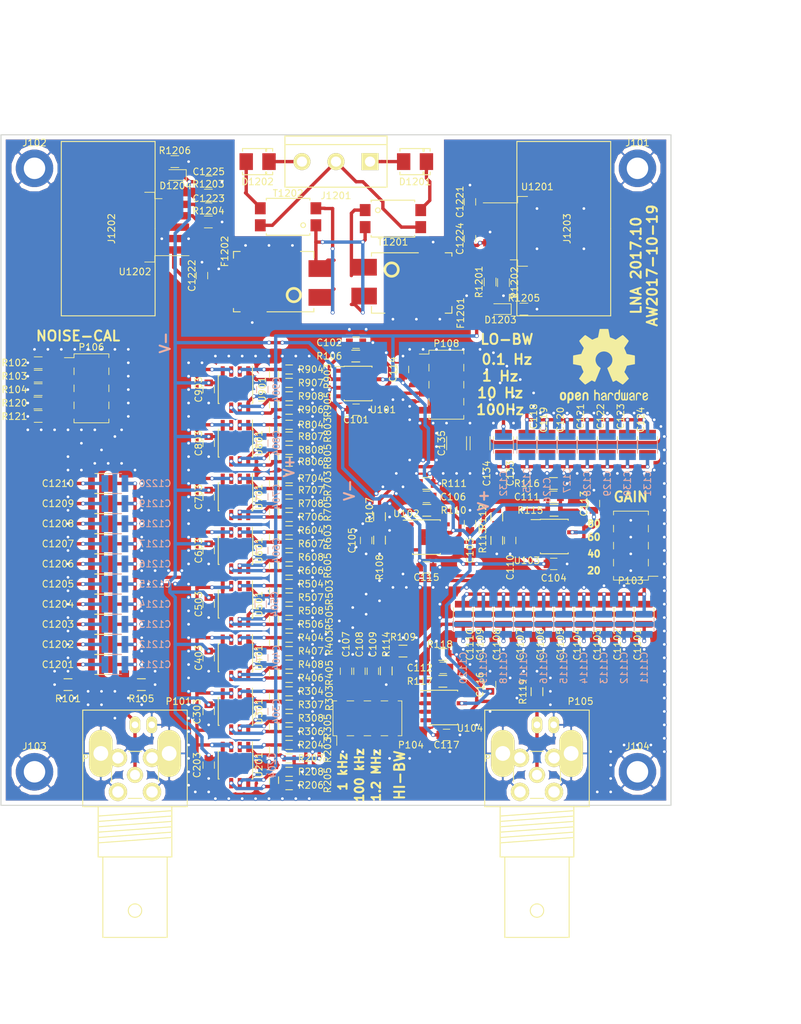
<source format=kicad_pcb>
(kicad_pcb (version 20221018) (generator pcbnew)
  (title_block (title "ADA4898-LNA") (company "anders.e.e.wallin \"at\" gmail.com") (comment 1 "Inspired by Hoffmann's \"lono\" design") (comment 2 " http://www.hoffmann-hochfrequenz.de/downloads/lono.pdf"))
  (layers (0 "F.Cu" signal) (31 "B.Cu" signal) (34 "B.Paste" user) (35 "F.Paste" user) (36 "B.SilkS" user "B.Silkscreen") (37 "F.SilkS" user "F.Silkscreen") (38 "B.Mask" user) (39 "F.Mask" user) (44 "Edge.Cuts" user))
  (net 0 "")
  (net 1 "/Sheet5898BA29/IN")
  (net 2 "Net-(C102-Pad1)")
  (net 3 "/Sheet5898BA29/OUT")
  (net 4 "GND")
  (net 5 "/GAIN_40")
  (net 6 "Net-(C106-Pad1)")
  (net 7 "Net-(C106-Pad2)")
  (net 8 "Net-(C107-Pad1)")
  (net 9 "Net-(C107-Pad2)")
  (net 10 "Net-(C108-Pad2)")
  (net 11 "Net-(C109-Pad2)")
  (net 12 "/GAIN_60")
  (net 13 "Net-(C111-Pad1)")
  (net 14 "/GAIN_80")
  (net 15 "Net-(C112-Pad1)")
  (net 16 "Net-(C112-Pad2)")
  (net 17 "-VREG")
  (net 18 "+VREG")
  (net 19 "/GAIN_20")
  (net 20 "Net-(P104-Pad7)")
  (net 21 "Net-(P104-Pad8)")
  (net 22 "Net-(P105-Pad1)")
  (net 23 "Net-(R203-Pad2)")
  (net 24 "/Sheet5898BA29/OUT_B")
  (net 25 "Net-(R205-Pad2)")
  (net 26 "/Sheet58999319/OUT_A")
  (net 27 "Net-(R303-Pad2)")
  (net 28 "/Sheet58999319/OUT_B")
  (net 29 "Net-(R305-Pad2)")
  (net 30 "/Sheet5899CDEE/OUT_A")
  (net 31 "Net-(R403-Pad2)")
  (net 32 "/Sheet5899CDEE/OUT_B")
  (net 33 "Net-(R405-Pad2)")
  (net 34 "/Sheet5899CE5F/OUT_A")
  (net 35 "Net-(R503-Pad2)")
  (net 36 "/Sheet5899CE5F/OUT_B")
  (net 37 "Net-(R505-Pad2)")
  (net 38 "/Sheet5899CFE3/OUT_A")
  (net 39 "Net-(R603-Pad2)")
  (net 40 "/Sheet5899CFE3/OUT_B")
  (net 41 "Net-(R605-Pad2)")
  (net 42 "/Sheet5899D054/OUT_A")
  (net 43 "Net-(R703-Pad2)")
  (net 44 "/Sheet5899D054/OUT_B")
  (net 45 "Net-(R705-Pad2)")
  (net 46 "/Sheet5899D2B4/OUT_A")
  (net 47 "Net-(R803-Pad2)")
  (net 48 "/Sheet5899D2B4/OUT_B")
  (net 49 "Net-(R805-Pad2)")
  (net 50 "/Sheet5899D325/OUT_A")
  (net 51 "Net-(R903-Pad2)")
  (net 52 "/Sheet5899D325/OUT_B")
  (net 53 "Net-(R905-Pad2)")
  (net 54 "/Sheet59077976/OUT")
  (net 55 "/Sheet59077976/IN")
  (net 56 "/Sheet5907A27E/IN")
  (net 57 "Net-(P106-Pad1)")
  (net 58 "Net-(P106-Pad3)")
  (net 59 "Net-(P106-Pad5)")
  (net 60 "Net-(P106-Pad7)")
  (net 61 "Net-(U101-Pad8)")
  (net 62 "Net-(U102-Pad8)")
  (net 63 "Net-(U103-Pad8)")
  (net 64 "Net-(U104-Pad8)")
  (net 65 "Net-(C1221-Pad1)")
  (net 66 "Net-(C1222-Pad1)")
  (net 67 "Net-(C1223-Pad2)")
  (net 68 "/Sheet59861D54/+V_in")
  (net 69 "Net-(D1201-Pad1)")
  (net 70 "Net-(D1202-Pad2)")
  (net 71 "/Sheet59861D54/-V_in")
  (net 72 "Net-(D1203-Pad1)")
  (net 73 "Net-(D1204-Pad2)")
  (net 74 "Net-(F1201-PadB)")
  (net 75 "Net-(F1201-PadPSG)")
  (net 76 "Net-(F1202-PadB)")
  (net 77 "/Sheet59861D54/GND_in")
  (net 78 "Net-(R1201-Pad2)")
  (net 79 "Net-(C118-Pad1)")
  (net 80 "Net-(C118-Pad2)")
  (net 81 "Net-(C132-Pad2)")
  (net 82 "Net-(C134-Pad2)")
  (net 83 "Net-(C135-Pad2)")
  (footprint "Capacitors_SMD:C_0805" (layer "F.Cu") (at 148 66 180)
    (fp_text reference "C102")
    (fp_text value "C")
  )
  (footprint "Capacitors_SMD:C_0805" (layer "F.Cu") (at 165 93 90)
    (fp_text reference "C103")
    (fp_text value "C")
  )
  (footprint "Capacitors_SMD:C_0805" (layer "F.Cu") (at 177.5 99 180)
    (fp_text reference "C104")
    (fp_text value "C")
  )
  (footprint "Capacitors_SMD:C_0805" (layer "F.Cu") (at 149.5 95.5 90)
    (fp_text reference "C105")
    (fp_text value "C")
  )
  (footprint "Capacitors_SMD:C_0805" (layer "F.Cu") (at 158.5 89)
    (fp_text reference "C106")
    (fp_text value "C")
  )
  (footprint "Capacitors_SMD:C_0805" (layer "F.Cu") (at 146.5 115 -90)
    (fp_text reference "C107")
    (fp_text value "150n")
  )
  (footprint "Capacitors_SMD:C_0805" (layer "F.Cu") (at 148.5 115 -90)
    (fp_text reference "C108")
    (fp_text value "1n5")
  )
  (footprint "Capacitors_SMD:C_0805" (layer "F.Cu") (at 150.5 115 -90)
    (fp_text reference "C109")
    (fp_text value "120p")
  )
  (footprint "Capacitors_SMD:C_0805" (layer "F.Cu") (at 171 95.5 90)
    (fp_text reference "C110")
    (fp_text value "C")
  )
  (footprint "Capacitors_SMD:C_0805" (layer "F.Cu") (at 177.5 89)
    (fp_text reference "C111")
    (fp_text value "C")
  )
  (footprint "Capacitors_SMD:C_0805" (layer "F.Cu") (at 161 114.5)
    (fp_text reference "C112")
    (fp_text value "C")
  )
  (footprint "Capacitors_SMD:C_0805" (layer "F.Cu") (at 126 129 -90)
    (fp_text reference "C203")
    (fp_text value "C")
  )
  (footprint "Capacitors_SMD:C_0805" (layer "F.Cu") (at 126 121 -90)
    (fp_text reference "C303")
    (fp_text value "C")
  )
  (footprint "Capacitors_SMD:C_0805" (layer "F.Cu") (at 126 113 -90)
    (fp_text reference "C403")
    (fp_text value "C")
  )
  (footprint "Capacitors_SMD:C_0805" (layer "F.Cu") (at 126 105 -90)
    (fp_text reference "C503")
    (fp_text value "C")
  )
  (footprint "Capacitors_SMD:C_0805" (layer "F.Cu") (at 126 97 -90)
    (fp_text reference "C603")
    (fp_text value "C")
  )
  (footprint "Capacitors_SMD:C_0805" (layer "F.Cu") (at 126 89 -90)
    (fp_text reference "C703")
    (fp_text value "C")
  )
  (footprint "Capacitors_SMD:C_0805" (layer "F.Cu") (at 126 81 -90)
    (fp_text reference "C803")
    (fp_text value "C")
  )
  (footprint "Capacitors_SMD:C_0805" (layer "F.Cu") (at 126 73 -90)
    (fp_text reference "C903")
    (fp_text value "C")
  )
  (footprint "Resistors_SMD:R_0805" (layer "F.Cu") (at 105 117 180)
    (fp_text reference "R101")
    (fp_text value "1M")
  )
  (footprint "Resistors_SMD:R_0805" (layer "F.Cu") (at 115.95 117 180)
    (fp_text reference "R105")
    (fp_text value "10k")
  )
  (footprint "Resistors_SMD:R_0805" (layer "F.Cu") (at 147.95 68 180)
    (fp_text reference "R106")
    (fp_text value "R")
  )
  (footprint "Resistors_SMD:R_0805" (layer "F.Cu") (at 151.5 91.95 90)
    (fp_text reference "R107")
    (fp_text value "1k")
  )
  (footprint "Resistors_SMD:R_0805" (layer "F.Cu") (at 151.5 95.45 90)
    (fp_text reference "R108")
    (fp_text value "10k")
  )
  (footprint "Resistors_SMD:R_0805" (layer "F.Cu") (at 155 112)
    (fp_text reference "R109")
    (fp_text value "1k")
  )
  (footprint "Resistors_SMD:R_0805" (layer "F.Cu") (at 158.55 91)
    (fp_text reference "R110")
    (fp_text value "499R")
  )
  (footprint "Resistors_SMD:R_0805" (layer "F.Cu") (at 158.55 87 180)
    (fp_text reference "R111")
    (fp_text value "49k9")
  )
  (footprint "Resistors_SMD:R_0805" (layer "F.Cu") (at 169 92 90)
    (fp_text reference "R112")
    (fp_text value "1k")
  )
  (footprint "Resistors_SMD:R_0805" (layer "F.Cu") (at 169 95.5 90)
    (fp_text reference "R113")
    (fp_text value "10k")
  )
  (footprint "Resistors_SMD:R_0805" (layer "F.Cu") (at 152.5 114.95 -90)
    (fp_text reference "R114")
    (fp_text value "R")
  )
  (footprint "Resistors_SMD:R_0805" (layer "F.Cu") (at 177.55 91)
    (fp_text reference "R115")
    (fp_text value "499R")
  )
  (footprint "Resistors_SMD:R_0805" (layer "F.Cu") (at 177.45 87 180)
    (fp_text reference "R116")
    (fp_text value "49k9")
  )
  (footprint "Resistors_SMD:R_0805" (layer "F.Cu") (at 160.95 116.5 180)
    (fp_text reference "R117")
    (fp_text value "R")
  )
  (footprint "Resistors_SMD:R_0805" (layer "F.Cu") (at 160.95 112.5)
    (fp_text reference "R118")
    (fp_text value "R")
  )
  (footprint "Resistors_SMD:R_0805" (layer "F.Cu") (at 175 118.05 90)
    (fp_text reference "R119")
    (fp_text value "49R9")
  )
  (footprint "Housings_SOIC:SOIC-8-1EP_3.9x4.9mm_Pitch1.27mm" (layer "F.Cu") (at 148.3 72.095)
    (fp_text reference "U101")
    (fp_text value "ADA4898-1")
  )
  (footprint "Housings_SOIC:SOIC-8-1EP_3.9x4.9mm_Pitch1.27mm" (layer "F.Cu") (at 158.5 95)
    (fp_text reference "U102")
    (fp_text value "ADA4898-1")
  )
  (footprint "Housings_SOIC:SOIC-8-1EP_3.9x4.9mm_Pitch1.27mm" (layer "F.Cu") (at 130 129 -90)
    (fp_text reference "U201")
    (fp_text value "ADA4898-2" hide)
  )
  (footprint "Housings_SOIC:SOIC-8-1EP_3.9x4.9mm_Pitch1.27mm" (layer "F.Cu") (at 130 121 -90)
    (fp_text reference "U301")
    (fp_text value "ADA4898-2" hide)
  )
  (footprint "Housings_SOIC:SOIC-8-1EP_3.9x4.9mm_Pitch1.27mm" (layer "F.Cu") (at 130 113 -90)
    (fp_text reference "U401")
    (fp_text value "ADA4898-2" hide)
  )
  (footprint "Housings_SOIC:SOIC-8-1EP_3.9x4.9mm_Pitch1.27mm" (layer "F.Cu") (at 130 105 -90)
    (fp_text reference "U501")
    (fp_text value "ADA4898-2" hide)
  )
  (footprint "Housings_SOIC:SOIC-8-1EP_3.9x4.9mm_Pitch1.27mm" (layer "F.Cu") (at 130 97 -90)
    (fp_text reference "U601")
    (fp_text value "ADA4898-2" hide)
  )
  (footprint "Housings_SOIC:SOIC-8-1EP_3.9x4.9mm_Pitch1.27mm" (layer "F.Cu") (at 130 89 -90)
    (fp_text reference "U701")
    (fp_text value "ADA4898-2" hide)
  )
  (footprint "Housings_SOIC:SOIC-8-1EP_3.9x4.9mm_Pitch1.27mm" (layer "F.Cu") (at 130 81 -90)
    (fp_text reference "U801")
    (fp_text value "ADA4898-2" hide)
  )
  (footprint "Housings_SOIC:SOIC-8-1EP_3.9x4.9mm_Pitch1.27mm" (layer "F.Cu") (at 130 73 -90)
    (fp_text reference "U901")
    (fp_text value "ADA4898-2" hide)
  )
  (footprint "Resistors_SMD:R_0603" (layer "F.Cu") (at 135.75 126.75 90)
    (fp_text reference "R203")
    (fp_text value "R")
  )
  (footprint "Resistors_SMD:R_0603" (layer "F.Cu") (at 138 126)
    (fp_text reference "R204")
    (fp_text value "R")
  )
  (footprint "Resistors_SMD:R_0603" (layer "F.Cu") (at 135.75 131.25 -90)
    (fp_text reference "R205")
    (fp_text value "R")
  )
  (footprint "Resistors_SMD:R_0603" (layer "F.Cu") (at 138 132)
    (fp_text reference "R206")
    (fp_text value "R")
  )
  (footprint "Resistors_SMD:R_0603" (layer "F.Cu") (at 138 128 180)
    (fp_text reference "R207")
    (fp_text value "R")
  )
  (footprint "Resistors_SMD:R_0603" (layer "F.Cu") (at 138 130 180)
    (fp_text reference "R208")
    (fp_text value "R")
  )
  (footprint "Resistors_SMD:R_0603" (layer "F.Cu") (at 135.75 118.75 90)
    (fp_text reference "R303")
    (fp_text value "R")
  )
  (footprint "Resistors_SMD:R_0603" (layer "F.Cu") (at 138 118)
    (fp_text reference "R304")
    (fp_text value "R")
  )
  (footprint "Resistors_SMD:R_0603" (layer "F.Cu") (at 135.75 123.25 -90)
    (fp_text reference "R305")
    (fp_text value "R")
  )
  (footprint "Resistors_SMD:R_0603" (layer "F.Cu") (at 138 124)
    (fp_text reference "R306")
    (fp_text value "R")
  )
  (footprint "Resistors_SMD:R_0603" (layer "F.Cu") (at 138 120 180)
    (fp_text reference "R307")
    (fp_text value "R")
  )
  (footprint "Resistors_SMD:R_0603" (layer "F.Cu") (at 138 122 180)
    (fp_text reference "R308")
    (fp_text value "R")
  )
  (footprint "Resistors_SMD:R_0603" (layer "F.Cu") (at 135.75 110.75 90)
    (fp_text reference "R403")
    (fp_text value "R")
  )
  (footprint "Resistors_SMD:R_0603" (layer "F.Cu") (at 138 110)
    (fp_text reference "R404")
    (fp_text value "R")
  )
  (footprint "Resistors_SMD:R_0603" (layer "F.Cu") (at 135.75 115.25 -90)
    (fp_text reference "R405")
    (fp_text value "R")
  )
  (footprint "Resistors_SMD:R_0603" (layer "F.Cu") (at 138 116)
    (fp_text reference "R406")
    (fp_text value "R")
  )
  (footprint "Resistors_SMD:R_0603" (layer "F.Cu") (at 138 112 180)
    (fp_text reference "R407")
    (fp_text value "R")
  )
  (footprint "Resistors_SMD:R_0603" (layer "F.Cu") (at 138 114 180)
    (fp_text reference "R408")
    (fp_text value "R")
  )
  (footprint "Resistors_SMD:R_0603" (layer "F.Cu") (at 135.75 103 90)
    (fp_text reference "R503")
    (fp_text value "R")
  )
  (footprint "Resistors_SMD:R_0603" (layer "F.Cu") (at 138 102)
    (fp_text reference "R504")
    (fp_text value "R")
  )
  (footprint "Resistors_SMD:R_0603" (layer "F.Cu") (at 135.75 107.25 -90)
    (fp_text reference "R505")
    (fp_text value "R")
  )
  (footprint "Resistors_SMD:R_0603" (layer "F.Cu") (at 138 108)
    (fp_text reference "R506")
    (fp_text value "R")
  )
  (footprint "Resistors_SMD:R_0603" (layer "F.Cu") (at 138 104 180)
    (fp_text reference "R507")
    (fp_text value "R")
  )
  (footprint "Resistors_SMD:R_0603" (layer "F.Cu") (at 138 106 180)
    (fp_text reference "R508")
    (fp_text value "R")
  )
  (footprint "Resistors_SMD:R_0603" (layer "F.Cu") (at 135.75 95 90)
    (fp_text reference "R603")
    (fp_text value "R")
  )
  (footprint "Resistors_SMD:R_0603" (layer "F.Cu") (at 138 94)
    (fp_text reference "R604")
    (fp_text value "R")
  )
  (footprint "Resistors_SMD:R_0603" (layer "F.Cu") (at 135.75 99.25 -90)
    (fp_text reference "R605")
    (fp_text value "R")
  )
  (footprint "Resistors_SMD:R_0603" (layer "F.Cu") (at 138 100)
    (fp_text reference "R606")
    (fp_text value "R")
  )
  (footprint "Resistors_SMD:R_0603" (layer "F.Cu") (at 138 96 180)
    (fp_text reference "R607")
    (fp_text value "R")
  )
  (footprint "Resistors_SMD:R_0603" (layer "F.Cu") (at 138 98 180)
    (fp_text reference "R608")
    (fp_text value "R")
  )
  (footprint "Resistors_SMD:R_0603" (layer "F.Cu") (at 135.75 87 90)
    (fp_text reference "R703")
    (fp_text value "R")
  )
  (footprint "Resistors_SMD:R_0603" (layer "F.Cu") (at 138 86.25)
    (fp_text reference "R704")
    (fp_text value "R")
  )
  (footprint "Resistors_SMD:R_0603" (layer "F.Cu") (at 135.75 91.25 -90)
    (fp_text reference "R705")
    (fp_text value "R")
  )
  (footprint "Resistors_SMD:R_0603" (layer "F.Cu") (at 138 92)
    (fp_text reference "R706")
    (fp_text value "R")
  )
  (footprint "Resistors_SMD:R_0603" (layer "F.Cu") (at 138 88 180)
    (fp_text reference "R707")
    (fp_text value "R")
  )
  (footprint "Resistors_SMD:R_0603" (layer "F.Cu") (at 138 90 180)
    (fp_text reference "R708")
    (fp_text value "R")
  )
  (footprint "Resistors_SMD:R_0603" (layer "F.Cu") (at 135.75 79 90)
    (fp_text reference "R803")
    (fp_text value "R")
  )
  (footprint "Resistors_SMD:R_0603" (layer "F.Cu") (at 138 78.25)
    (fp_text reference "R804")
    (fp_text value "R")
  )
  (footprint "Resistors_SMD:R_0603" (layer "F.Cu") (at 135.75 83 -90)
    (fp_text reference "R805")
    (fp_text value "R")
  )
  (footprint "Resistors_SMD:R_0603" (layer "F.Cu") (at 138 83.75)
    (fp_text reference "R806")
    (fp_text value "R")
  )
  (footprint "Resistors_SMD:R_0603" (layer "F.Cu") (at 138 80 180)
    (fp_text reference "R807")
    (fp_text value "R")
  )
  (footprint "Resistors_SMD:R_0603" (layer "F.Cu") (at 138 82 180)
    (fp_text reference "R808")
    (fp_text value "R")
  )
  (footprint "Resistors_SMD:R_0603" (layer "F.Cu") (at 135.75 70.75 90)
    (fp_text reference "R903")
    (fp_text value "R")
  )
  (footprint "Resistors_SMD:R_0603" (layer "F.Cu") (at 138 70)
    (fp_text reference "R904")
    (fp_text value "R")
  )
  (footprint "Resistors_SMD:R_0603" (layer "F.Cu") (at 135.75 75.25 -90)
    (fp_text reference "R905")
    (fp_text value "R")
  )
  (footprint "Resistors_SMD:R_0603" (layer "F.Cu") (at 138 76)
    (fp_text reference "R906")
    (fp_text value "R")
  )
  (footprint "Resistors_SMD:R_0603" (layer "F.Cu") (at 138 72 180)
    (fp_text reference "R907")
    (fp_text value "R")
  )
  (footprint "Resistors_SMD:R_0603" (layer "F.Cu") (at 138 74 180)
    (fp_text reference "R908")
    (fp_text value "R")
  )
  (footprint "Capacitors_SMD:C_0805" (layer "F.Cu") (at 148 76 180)
    (fp_text reference "C101")
    (fp_text value "C")
  )
  (footprint "Capacitors_SMD:C_0805" (layer "F.Cu") (at 183.5 90 90)
    (fp_text reference "C113")
    (fp_text value "C")
  )
  (footprint "Capacitors_SMD:C_1210" (layer "F.Cu") (at 191 106.5 90)
    (fp_text reference "C1101")
    (fp_text value "C")
  )
  (footprint "Capacitors_SMD:C_1210" (layer "F.Cu") (at 188 106.5 90)
    (fp_text reference "C1102")
    (fp_text value "C")
  )
  (footprint "Capacitors_SMD:C_1210" (layer "F.Cu") (at 179 106.5 90)
    (fp_text reference "C1105")
    (fp_text value "C")
  )
  (footprint "Capacitors_SMD:C_1210" (layer "F.Cu") (at 176 106.5 90)
    (fp_text reference "C1106")
    (fp_text value "C")
  )
  (footprint "Capacitors_SMD:C_1210" (layer "F.Cu") (at 173 106.5 90)
    (fp_text reference "C1107")
    (fp_text value "C")
  )
  (footprint "Capacitors_SMD:C_1210" (layer "F.Cu") (at 170 106.5 90)
    (fp_text reference "C1108")
    (fp_text value "C")
  )
  (footprint "Capacitors_SMD:C_1210" (layer "F.Cu") (at 167 106.5 90)
    (fp_text reference "C1109")
    (fp_text value "C")
  )
  (footprint "Capacitors_SMD:C_1210" (layer "F.Cu") (at 164 106.5 90)
    (fp_text reference "C1110")
    (fp_text value "C")
  )
  (footprint "Capacitors_SMD:C_1210" (layer "F.Cu") (at 110 114 180)
    (fp_text reference "C1201")
    (fp_text value "C")
  )
  (footprint "Capacitors_SMD:C_1210" (layer "F.Cu") (at 110 111 180)
    (fp_text reference "C1202")
    (fp_text value "C")
  )
  (footprint "Capacitors_SMD:C_1210" (layer "F.Cu") (at 110 108 180)
    (fp_text reference "C1203")
    (fp_text value "C")
  )
  (footprint "Capacitors_SMD:C_1210" (layer "F.Cu") (at 110 105 180)
    (fp_text reference "C1204")
    (fp_text value "C")
  )
  (footprint "Capacitors_SMD:C_1210" (layer "F.Cu") (at 110 102 180)
    (fp_text reference "C1205")
    (fp_text value "C")
  )
  (footprint "Capacitors_SMD:C_1210" (layer "F.Cu") (at 110 99 180)
    (fp_text reference "C1206")
    (fp_text value "C")
  )
  (footprint "Capacitors_SMD:C_1210" (layer "F.Cu") (at 110 96 180)
    (fp_text reference "C1207")
    (fp_text value "C")
  )
  (footprint "Capacitors_SMD:C_1210" (layer "F.Cu") (at 110 93 180)
    (fp_text reference "C1208")
    (fp_text value "C")
  )
  (footprint "Capacitors_SMD:C_1210" (layer "F.Cu") (at 110 90 180)
    (fp_text reference "C1209")
    (fp_text value "C")
  )
  (footprint "Capacitors_SMD:C_1210" (layer "F.Cu") (at 110 87 180)
    (fp_text reference "C1210")
    (fp_text value "C")
  )
  (footprint "awallinKiCadFootprints:CONNECTOR_SMA_Straight" (layer "F.Cu") (at 115 130.46)
    (fp_text reference "P102")
    (fp_text value "SMA")
  )
  (footprint "awallinKiCadFootprints:CONNECTOR_SMA_Straight" (layer "F.Cu") (at 175 130.46)
    (fp_text reference "P107")
    (fp_text value "SMA")
  )
  (footprint "Resistors_SMD:R_0805" (layer "F.Cu") (at 100.55 69)
    (fp_text reference "R102")
    (fp_text value "120R")
  )
  (footprint "Resistors_SMD:R_0805" (layer "F.Cu") (at 100.55 71)
    (fp_text reference "R103")
    (fp_text value "120R")
  )
  (footprint "Resistors_SMD:R_0805" (layer "F.Cu") (at 100.55 73)
    (fp_text reference "R104")
    (fp_text value "600R")
  )
  (footprint "Resistors_SMD:R_0805" (layer "F.Cu") (at 100.5 75)
    (fp_text reference "R120")
    (fp_text value "R")
  )
  (footprint "Resistors_SMD:R_0805" (layer "F.Cu") (at 100.55 77)
    (fp_text reference "R121")
    (fp_text value "0R")
  )
  (footprint "Capacitors_SMD:C_1210" (layer "F.Cu") (at 185 106.5 90)
    (fp_text reference "C1103")
    (fp_text value "C")
  )
  (footprint "Capacitors_SMD:C_1210" (layer "F.Cu") (at 182 106.5 90)
    (fp_text reference "C1104")
    (fp_text value "C")
  )
  (footprint "Pin_Headers:Pin_Header_Straight_2x04_Pitch2.54mm_SMD" (layer "F.Cu") (at 189.025 96.27 180)
    (fp_text reference "P103")
    (fp_text value "CONN_02X04")
  )
  (footprint "Pin_Headers:Pin_Header_Straight_2x04_Pitch2.54mm_SMD" (layer "F.Cu") (at 149.69 122.025 90)
    (fp_text reference "P104")
    (fp_text value "HI-BW_SELECT")
  )
  (footprint "Pin_Headers:Pin_Header_Straight_2x04_Pitch2.54mm_SMD" (layer "F.Cu") (at 108.5 72.81)
    (fp_text reference "P106")
    (fp_text value "CONN_02X04")
  )
  (footprint "Capacitors_SMD:C_0805" (layer "F.Cu") (at 155 70 90)
    (fp_text reference "C114")
    (fp_text value "C")
  )
  (footprint "Capacitors_SMD:C_0805" (layer "F.Cu") (at 158.5 99.5 180)
    (fp_text reference "C115")
    (fp_text value "C")
  )
  (footprint "Capacitors_SMD:C_0805" (layer "F.Cu") (at 168 117 90)
    (fp_text reference "C116")
    (fp_text value "C")
  )
  (footprint "Capacitors_SMD:C_0805" (layer "F.Cu") (at 161.5 124.5 180)
    (fp_text reference "C117")
    (fp_text value "C")
  )
  (footprint "Housings_SOIC:SOIC-8-1EP_3.9x4.9mm_Pitch1.27mm" (layer "F.Cu") (at 177.5875 94.9125)
    (fp_text reference "U103")
    (fp_text value "ADA4898-1")
  )
  (footprint "Housings_SOIC:SOIC-8-1EP_3.9x4.9mm_Pitch1.27mm" (layer "F.Cu") (at 161.0875 120.4125)
    (fp_text reference "U104")
    (fp_text value "ADA4898-1")
  )
  (footprint "Mounting_Holes:MountingHole_3.2mm_M3_DIN965_Pad" (layer "F.Cu") (at 190 40)
    (fp_text reference "J101")
    (fp_text value "CONN_01X01")
  )
  (footprint "Mounting_Holes:MountingHole_3.2mm_M3_DIN965_Pad" (layer "F.Cu") (at 100 40)
    (fp_text reference "J102")
    (fp_text value "CONN_01X01")
  )
  (footprint "Mounting_Holes:MountingHole_3.2mm_M3_DIN965_Pad" (layer "F.Cu") (at 190 130)
    (fp_text reference "J104")
    (fp_text value "CONN_01X01")
  )
  (footprint "Capacitors_SMD:C_0805" (layer "F.Cu") (at 165 45 90)
    (fp_text reference "C1221")
    (fp_text value "C")
  )
  (footprint "Capacitors_SMD:C_0805" (layer "F.Cu") (at 125 56 90)
    (fp_text reference "C1222")
    (fp_text value "C")
  )
  (footprint "Capacitors_SMD:C_0805" (layer "F.Cu") (at 126 46)
    (fp_text reference "C1223")
    (fp_text value "C")
  )
  (footprint "Capacitors_SMD:C_0805" (layer "F.Cu") (at 165 50.5 90)
    (fp_text reference "C1224")
    (fp_text value "C")
  )
  (footprint "Capacitors_SMD:C_0805" (layer "F.Cu") (at 126 42)
    (fp_text reference "C1225")
    (fp_text value "C")
  )
  (footprint "awallinKiCadFootprints:DIODE_DO-214BA" (layer "F.Cu") (at 156.8 39 180)
    (fp_text reference "D1201")
    (fp_text value "D")
  )
  (footprint "awallinKiCadFootprints:DIODE_DO-214BA" (layer "F.Cu") (at 133.3 39 180)
    (fp_text reference "D1202")
    (fp_text value "D")
  )
  (footprint "Diodes_SMD:D_0805" (layer "F.Cu") (at 169.55 61 180)
    (fp_text reference "D1203")
    (fp_text value "LED")
  )
  (footprint "Diodes_SMD:D_0805" (layer "F.Cu") (at 121.05 41 180)
    (fp_text reference "D1204")
    (fp_text value "LED")
  )
  (footprint "awallinKiCadFootprints:FILTER_BNX025" (layer "F.Cu") (at 147.3 63.1)
    (fp_text reference "F1201")
    (fp_text value "BNX025_FILTER" hide)
  )
  (footprint "awallinKiCadFootprints:FILTER_BNX025" (layer "F.Cu") (at 144.7 50.9 180)
    (fp_text reference "F1202")
    (fp_text value "BNX025_FILTER" hide)
  )
  (footprint "awallinKiCadFootprints:CONNECTOR_01x03_200mil" (layer "F.Cu") (at 145 39 180)
    (fp_text reference "J1201")
    (fp_text value "CONN_01X03")
  )
  (footprint "awallinKiCadFootprints:Heatsink_Fisher_TO263" (layer "F.Cu") (at 111 49 90)
    (fp_text reference "J1202")
    (fp_text value "HEATSINK")
  )
  (footprint "awallinKiCadFootprints:Heatsink_Fisher_TO263" (layer "F.Cu") (at 179 49 90)
    (fp_text reference "J1203")
    (fp_text value "HEATSINK")
  )
  (footprint "Resistors_SMD:R_0805" (layer "F.Cu") (at 168 56.95 90)
    (fp_text reference "R1201")
    (fp_text value "R")
  )
  (footprint "Resistors_SMD:R_0805" (layer "F.Cu") (at 170 57.05 -90)
    (fp_text reference "R1202")
    (fp_text value "R")
  )
  (footprint "Resistors_SMD:R_0805" (layer "F.Cu") (at 125.95 44)
    (fp_text reference "R1203")
    (fp_text value "R")
  )
  (footprint "Resistors_SMD:R_0805" (layer "F.Cu") (at 125.95 48)
    (fp_text reference "R1204")
    (fp_text value "R")
  )
  (footprint "Resistors_SMD:R_0805" (layer "F.Cu") (at 173.05 61)
    (fp_text reference "R1205")
    (fp_text value "R")
  )
  (footprint "Resistors_SMD:R_0805" (layer "F.Cu") (at 120.95 39)
    (fp_text reference "R1206")
    (fp_text value "R")
  )
  (footprint "awallinKiCadFootprints:CM-CHOKE" (layer "F.Cu") (at 153.5 47.5 90)
    (fp_text reference "T1201")
    (fp_text value "CM-CHOKE")
  )
  (footprint "awallinKiCadFootprints:CM-CHOKE" (layer "F.Cu") (at 137.85 47.23 -90)
    (fp_text reference "T1202")
    (fp_text value "CM-CHOKE")
  )
  (footprint "TO_SOT_Packages_SMD:TO-263-5_TabPin3" (layer "F.Cu") (at 175.05 49.4)
    (fp_text reference "U1201")
    (fp_text value "LT1963A")
  )
  (footprint "TO_SOT_Packages_SMD:TO-263-5_TabPin3" (layer "F.Cu") (at 115 48.775 180)
    (fp_text reference "U1202")
    (fp_text value "LT3015")
  )
  (footprint "Capacitors_SMD:C_1210" (layer "F.Cu") (at 173.5 81 90)
    (fp_text reference "C118")
    (fp_text value "C")
  )
  (footprint "Capacitors_SMD:C_1210" (layer "F.Cu") (at 176.5 81 90)
    (fp_text reference "C119")
    (fp_text value "C")
  )
  (footprint "Capacitors_SMD:C_1210" (layer "F.Cu") (at 179.5 81 90)
    (fp_text reference "C120")
    (fp_text value "C")
  )
  (footprint "Capacitors_SMD:C_1210" (layer "F.Cu") (at 182.5 81 90)
    (fp_text reference "C121")
    (fp_text value "C")
  )
  (footprint "Capacitors_SMD:C_1210" (layer "F.Cu") (at 185.5 81 90)
    (fp_text reference "C122")
    (fp_text value "C")
  )
  (footprint "Capacitors_SMD:C_1210" (layer "F.Cu") (at 188.5 81 90)
    (fp_text reference "C123")
    (fp_text value "C")
  )
  (footprint "Capacitors_SMD:C_1210" (layer "F.Cu") (at 191.5 81 90)
    (fp_text reference "C124")
    (fp_text value "C")
  )
  (footprint "Capacitors_SMD:C_1210" (layer "F.Cu") (at 170 81 90)
    (fp_text reference "C133")
    (fp_text value "6u8")
  )
  (footprint "Capacitors_SMD:C_1210" (layer "F.Cu") (at 166.5 81 90)
    (fp_text reference "C134")
    (fp_text value "1u5")
  )
  (footprint "Capacitors_SMD:C_1210" (layer "F.Cu") (at 163 81 90)
    (fp_text reference "C135")
    (fp_text value "150n")
  )
  (footprint "Pin_Headers:Pin_Header_Straight_2x04_Pitch2.54mm_SMD" (layer "F.Cu") (at 161.475 72.27)
    (fp_text reference "P108")
    (fp_text value "LO-BW_SELECT")
  )
  (footprint "awallinKiCadFootprints:VIA_0.4mmDrill_0.7mmPad" (layer "F.Cu") (at 126 131)
    (fp_text reference "VIA" hide)
    (fp_text value "VIA_0.4mmDrill_0.7mmPad" hide)
  )
  (footprint "awallinKiCadFootprints:VIA_0.4mmDrill_0.7mmPad" (layer "F.Cu") (at 139.5 132)
    (fp_text reference "VIA" hide)
    (fp_text value "VIA_0.4mmDrill_0.7mmPad" hide)
  )
  (footprint "awallinKiCadFootprints:VIA_0.4mmDrill_0.7mmPad" (layer "F.Cu") (at 139.5 126)
    (fp_text reference "VIA" hide)
    (fp_text value "VIA_0.4mmDrill_0.7mmPad" hide)
  )
  (footprint "awallinKiCadFootprints:VIA_0.4mmDrill_0.7mmPad" (layer "F.Cu") (at 135 128.5)
    (fp_text reference "VIA" hide)
    (fp_text value "VIA_0.4mmDrill_0.7mmPad" hide)
  )
  (footprint "awallinKiCadFootprints:VIA_0.4mmDrill_0.7mmPad" (layer "F.Cu") (at 126 123)
    (fp_text reference "VIA" hide)
    (fp_text value "VIA_0.4mmDrill_0.7mmPad" hide)
  )
  (footprint "awallinKiCadFootprints:VIA_0.4mmDrill_0.7mmPad" (layer "F.Cu") (at 126 115)
    (fp_text reference "VIA" hide)
    (fp_text value "VIA_0.4mmDrill_0.7mmPad" hide)
  )
  (footprint "awallinKiCadFootprints:VIA_0.4mmDrill_0.7mmPad" (layer "F.Cu") (at 126 107)
    (fp_text reference "VIA" hide)
    (fp_text value "VIA_0.4mmDrill_0.7mmPad" hide)
  )
  (footprint "awallinKiCadFootprints:VIA_0.4mmDrill_0.7mmPad" (layer "F.Cu") (at 126 99)
    (fp_text reference "VIA" hide)
    (fp_text value "VIA_0.4mmDrill_0.7mmPad" hide)
  )
  (footprint "awallinKiCadFootprints:VIA_0.4mmDrill_0.7mmPad" (layer "F.Cu") (at 126 91)
    (fp_text reference "VIA" hide)
    (fp_text value "VIA_0.4mmDrill_0.7mmPad" hide)
  )
  (footprint "awallinKiCadFootprints:VIA_0.4mmDrill_0.7mmPad" (layer "F.Cu") (at 126 83)
    (fp_text reference "VIA" hide)
    (fp_text value "VIA_0.4mmDrill_0.7mmPad" hide)
  )
  (footprint "awallinKiCadFootprints:VIA_0.4mmDrill_0.7mmPad" (layer "F.Cu") (at 126 75)
    (fp_text reference "VIA" hide)
    (fp_text value "VIA_0.4mmDrill_0.7mmPad" hide)
  )
  (footprint "awallinKiCadFootprints:VIA_0.4mmDrill_0.7mmPad" (layer "F.Cu") (at 139.5 70)
    (fp_text reference "VIA" hide)
    (fp_text value "VIA_0.4mmDrill_0.7mmPad" hide)
  )
  (footprint "awallinKiCadFootprints:VIA_0.4mmDrill_0.7mmPad" (layer "F.Cu") (at 139.5 83.75)
    (fp_text reference "VIA" hide)
    (fp_text value "VIA_0.4mmDrill_0.7mmPad" hide)
  )
  (footprint "awallinKiCadFootprints:VIA_0.4mmDrill_0.7mmPad" (layer "F.Cu") (at 139.5 92)
    (fp_text reference "VIA" hide)
    (fp_text value "VIA_0.4mmDrill_0.7mmPad" hide)
  )
  (footprint "awallinKiCadFootprints:VIA_0.4mmDrill_0.7mmPad" (layer "F.Cu") (at 139.5 108)
    (fp_text reference "VIA" hide)
    (fp_text value "VIA_0.4mmDrill_0.7mmPad" hide)
  )
  (footprint "awallinKiCadFootprints:VIA_0.4mmDrill_0.7mmPad" (layer "F.Cu") (at 139.5 116)
    (fp_text reference "VIA" hide)
    (fp_text value "VIA_0.4mmDrill_0.7mmPad" hide)
  )
  (footprint "awallinKiCadFootprints:VIA_0.4mmDrill_0.7mmPad" (layer "F.Cu") (at 139.5 124)
    (fp_text reference "VIA" hide)
    (fp_text value "VIA_0.4mmDrill_0.7mmPad" hide)
  )
  (footprint "awallinKiCadFootprints:VIA_0.4mmDrill_0.7mmPad" (layer "F.Cu") (at 139.5 118)
    (fp_text reference "VIA" hide)
    (fp_text value "VIA_0.4mmDrill_0.7mmPad" hide)
  )
  (footprint "awallinKiCadFootprints:VIA_0.4mmDrill_0.7mmPad" (layer "F.Cu") (at 139.5 94)
    (fp_text reference "VIA" hide)
    (fp_text value "VIA_0.4mmDrill_0.7mmPad" hide)
  )
  (footprint "awallinKiCadFootprints:VIA_0.4mmDrill_0.7mmPad" (layer "F.Cu") (at 139.5 100)
    (fp_text reference "VIA" hide)
    (fp_text value "VIA_0.4mmDrill_0.7mmPad" hide)
  )
  (footprint "awallinKiCadFootprints:VIA_0.4mmDrill_0.7mmPad" (layer "F.Cu") (at 139.5 102)
    (fp_text reference "VIA" hide)
    (fp_text value "VIA_0.4mmDrill_0.7mmPad" hide)
  )
  (footprint "awallinKiCadFootprints:VIA_0.4mmDrill_0.7mmPad" (layer "F.Cu") (at 139.5 110)
    (fp_text reference "VIA" hide)
    (fp_text value "VIA_0.4mmDrill_0.7mmPad" hide)
  )
  (footprint "awallinKiCadFootprints:VIA_0.4mmDrill_0.7mmPad" (layer "F.Cu") (at 139.5 78.25)
    (fp_text reference "VIA" hide)
    (fp_text value "VIA_0.4mmDrill_0.7mmPad" hide)
  )
  (footprint "awallinKiCadFootprints:VIA_0.4mmDrill_0.7mmPad" (layer "F.Cu") (at 139.5 76)
    (fp_text reference "VIA" hide)
    (fp_text value "VIA_0.4mmDrill_0.7mmPad" hide)
  )
  (footprint "awallinKiCadFootprints:VIA_0.4mmDrill_0.7mmPad" (layer "F.Cu") (at 139.5 86.25)
    (fp_text reference "VIA" hide)
    (fp_text value "VIA_0.4mmDrill_0.7mmPad" hide)
  )
  (footprint "awallinKiCadFootprints:VIA_0.4mmDrill_0.7mmPad" (layer "F.Cu") (at 118 117)
    (fp_text reference "VIA" hide)
    (fp_text value "VIA_0.4mmDrill_0.7mmPad" hide)
  )
  (footprint "awallinKiCadFootprints:VIA_0.4mmDrill_0.7mmPad" (layer "F.Cu") (at 123 102)
    (fp_text reference "VIA" hide)
    (fp_text value "VIA_0.4mmDrill_0.7mmPad" hide)
  )
  (footprint "awallinKiCadFootprints:VIA_0.4mmDrill_0.7mmPad" (layer "F.Cu") (at 121 102)
    (fp_text reference "VIA" hide)
    (fp_text value "VIA_0.4mmDrill_0.7mmPad" hide)
  )
  (footprint "awallinKiCadFootprints:VIA_0.4mmDrill_0.7mmPad" (layer "F.Cu") (at 119 102)
    (fp_text reference "VIA" hide)
    (fp_text value "VIA_0.4mmDrill_0.7mmPad" hide)
  )
  (footprint "awallinKiCadFootprints:VIA_0.4mmDrill_0.7mmPad" (layer "F.Cu") (at 117 102)
    (fp_text reference "VIA" hide)
    (fp_text value "VIA_0.4mmDrill_0.7mmPad" hide)
  )
  (footprint "awallinKiCadFootprints:VIA_0.4mmDrill_0.7mmPad" (layer "F.Cu") (at 116 100)
    (fp_text reference "VIA" hide)
    (fp_text value "VIA_0.4mmDrill_0.7mmPad" hide)
  )
  (footprint "awallinKiCadFootprints:VIA_0.4mmDrill_0.7mmPad" (layer "F.Cu") (at 118 100)
    (fp_text reference "VIA" hide)
    (fp_text value "VIA_0.4mmDrill_0.7mmPad" hide)
  )
  (footprint "awallinKiCadFootprints:VIA_0.4mmDrill_0.7mmPad" (layer "F.Cu") (at 120 100)
    (fp_text reference "VIA" hide)
    (fp_text value "VIA_0.4mmDrill_0.7mmPad" hide)
  )
  (footprint "awallinKiCadFootprints:VIA_0.4mmDrill_0.7mmPad" (layer "F.Cu") (at 122 100)
    (fp_text reference "VIA" hide)
    (fp_text value "VIA_0.4mmDrill_0.7mmPad" hide)
  )
  (footprint "awallinKiCadFootprints:VIA_0.4mmDrill_0.7mmPad" (layer "F.Cu") (at 112 122)
    (fp_text reference "VIA" hide)
    (fp_text value "VIA_0.4mmDrill_0.7mmPad" hide)
  )
  (footprint "awallinKiCadFootprints:VIA_0.4mmDrill_0.7mmPad" (layer "F.Cu") (at 110 120)
    (fp_text reference "VIA" hide)
    (fp_text value "VIA_0.4mmDrill_0.7mmPad" hide)
  )
  (footprint "awallinKiCadFootprints:VIA_0.4mmDrill_0.7mmPad" (layer "F.Cu") (at 108 120)
    (fp_text reference "VIA" hide)
    (fp_text value "VIA_0.4mmDrill_0.7mmPad" hide)
  )
  (footprint "awallinKiCadFootprints:VIA_0.4mmDrill_0.7mmPad" (layer "F.Cu") (at 106 119)
    (fp_text reference "VIA" hide)
    (fp_text value "VIA_0.4mmDrill_0.7mmPad" hide)
  )
  (footprint "awallinKiCadFootprints:VIA_0.4mmDrill_0.7mmPad" (layer "F.Cu") (at 104 119)
    (fp_text reference "VIA" hide)
    (fp_text value "VIA_0.4mmDrill_0.7mmPad" hide)
  )
  (footprint "awallinKiCadFootprints:VIA_0.4mmDrill_0.7mmPad" (layer "F.Cu") (at 103 117)
    (fp_text reference "VIA" hide)
    (fp_text value "VIA_0.4mmDrill_0.7mmPad" hide)
  )
  (footprint "awallinKiCadFootprints:VIA_0.4mmDrill_0.7mmPad" (layer "F.Cu") (at 103 115)
    (fp_text reference "VIA" hide)
    (fp_text value "VIA_0.4mmDrill_0.7mmPad" hide)
  )
  (footprint "awallinKiCadFootprints:VIA_0.4mmDrill_0.7mmPad" (layer "F.Cu") (at 105 115)
    (fp_text reference "VIA" hide)
    (fp_text value "VIA_0.4mmDrill_0.7mmPad" hide)
  )
  (footprint "awallinKiCadFootprints:VIA_0.4mmDrill_0.7mmPad" (layer "F.Cu") (at 105 113)
    (fp_text reference "VIA" hide)
    (fp_text value "VIA_0.4mmDrill_0.7mmPad" hide)
  )
  (footprint "awallinKiCadFootprints:VIA_0.4mmDrill_0.7mmPad" (layer "F.Cu") (at 105 111)
    (fp_text reference "VIA" hide)
    (fp_text value "VIA_0.4mmDrill_0.7mmPad" hide)
  )
  (footprint "awallinKiCadFootprints:VIA_0.4mmDrill_0.7mmPad" (layer "F.Cu") (at 105 109)
    (fp_text reference "VIA" hide)
    (fp_text value "VIA_0.4mmDrill_0.7mmPad" hide)
  )
  (footprint "awallinKiCadFootprints:VIA_0.4mmDrill_0.7mmPad" (layer "F.Cu") (at 105 107)
    (fp_text reference "VIA" hide)
    (fp_text value "VIA_0.4mmDrill_0.7mmPad" hide)
  )
  (footprint "awallinKiCadFootprints:VIA_0.4mmDrill_0.7mmPad" (layer "F.Cu") (at 105 105)
    (fp_text reference "VIA" hide)
    (fp_text value "VIA_0.4mmDrill_0.7mmPad" hide)
  )
  (footprint "awallinKiCadFootprints:VIA_0.4mmDrill_0.7mmPad" (layer "F.Cu") (at 105 103)
    (fp_text reference "VIA" hide)
    (fp_text value "VIA_0.4mmDrill_0.7mmPad" hide)
  )
  (footprint "awallinKiCadFootprints:VIA_0.4mmDrill_0.7mmPad" (layer "F.Cu") (at 105 101)
    (fp_text reference "VIA" hide)
    (fp_text value "VIA_0.4mmDrill_0.7mmPad" hide)
  )
  (footprint "awallinKiCadFootprints:VIA_0.4mmDrill_0.7mmPad" (layer "F.Cu") (at 105 99)
    (fp_text reference "VIA" hide)
    (fp_text value "VIA_0.4mmDrill_0.7mmPad" hide)
  )
  (footprint "awallinKiCadFootprints:VIA_0.4mmDrill_0.7mmPad" (layer "F.Cu") (at 105 97)
    (fp_text reference "VIA" hide)
    (fp_text value "VIA_0.4mmDrill_0.7mmPad" hide)
  )
  (footprint "awallinKiCadFootprints:VIA_0.4mmDrill_0.7mmPad" (layer "F.Cu") (at 105 95)
    (fp_text reference "VIA" hide)
    (fp_text value "VIA_0.4mmDrill_0.7mmPad" hide)
  )
  (footprint "awallinKiCadFootprints:VIA_0.4mmDrill_0.7mmPad" (layer "F.Cu") (at 105 93)
    (fp_text reference "VIA" hide)
    (fp_text value "VIA_0.4mmDrill_0.7mmPad" hide)
  )
  (footprint "awallinKiCadFootprints:VIA_0.4mmDrill_0.7mmPad" (layer "F.Cu") (at 105 91)
    (fp_text reference "VIA" hide)
    (fp_text value "VIA_0.4mmDrill_0.7mmPad" hide)
  )
  (footprint "awallinKiCadFootprints:VIA_0.4mmDrill_0.7mmPad" (layer "F.Cu") (at 105 89)
    (fp_text reference "VIA" hide)
    (fp_text value "VIA_0.4mmDrill_0.7mmPad" hide)
  )
  (footprint "awallinKiCadFootprints:VIA_0.4mmDrill_0.7mmPad" (layer "F.Cu") (at 105 87)
    (fp_text reference "VIA" hide)
    (fp_text value "VIA_0.4mmDrill_0.7mmPad" hide)
  )
  (footprint "awallinKiCadFootprints:VIA_0.4mmDrill_0.7mmPad" (layer "F.Cu") (at 107 85)
    (fp_text reference "VIA" hide)
    (fp_text value "VIA_0.4mmDrill_0.7mmPad" hide)
  )
  (footprint "awallinKiCadFootprints:VIA_0.4mmDrill_0.7mmPad" (layer "F.Cu") (at 109 84)
    (fp_text reference "VIA" hide)
    (fp_text value "VIA_0.4mmDrill_0.7mmPad" hide)
  )
  (footprint "awallinKiCadFootprints:VIA_0.4mmDrill_0.7mmPad" (layer "F.Cu") (at 111 84)
    (fp_text reference "VIA" hide)
    (fp_text value "VIA_0.4mmDrill_0.7mmPad" hide)
  )
  (footprint "awallinKiCadFootprints:VIA_0.4mmDrill_0.7mmPad" (layer "F.Cu") (at 113 84)
    (fp_text reference "VIA" hide)
    (fp_text value "VIA_0.4mmDrill_0.7mmPad" hide)
  )
  (footprint "awallinKiCadFootprints:VIA_0.4mmDrill_0.7mmPad" (layer "F.Cu") (at 115 85)
    (fp_text reference "VIA" hide)
    (fp_text value "VIA_0.4mmDrill_0.7mmPad" hide)
  )
  (footprint "awallinKiCadFootprints:VIA_0.4mmDrill_0.7mmPad" (layer "F.Cu") (at 116 87)
    (fp_text reference "VIA" hide)
    (fp_text value "VIA_0.4mmDrill_0.7mmPad" hide)
  )
  (footprint "awallinKiCadFootprints:VIA_0.4mmDrill_0.7mmPad" (layer "F.Cu") (at 116 89)
    (fp_text reference "VIA" hide)
    (fp_text value "VIA_0.4mmDrill_0.7mmPad" hide)
  )
  (footprint "awallinKiCadFootprints:VIA_0.4mmDrill_0.7mmPad" (layer "F.Cu") (at 116 91)
    (fp_text reference "VIA" hide)
    (fp_text value "VIA_0.4mmDrill_0.7mmPad" hide)
  )
  (footprint "awallinKiCadFootprints:VIA_0.4mmDrill_0.7mmPad" (layer "F.Cu") (at 116 93)
    (fp_text reference "VIA" hide)
    (fp_text value "VIA_0.4mmDrill_0.7mmPad" hide)
  )
  (footprint "awallinKiCadFootprints:VIA_0.4mmDrill_0.7mmPad" (layer "F.Cu") (at 116 95)
    (fp_text reference "VIA" hide)
    (fp_text value "VIA_0.4mmDrill_0.7mmPad" hide)
  )
  (footprint "awallinKiCadFootprints:VIA_0.4mmDrill_0.7mmPad" (layer "F.Cu") (at 116 97)
    (fp_text reference "VIA" hide)
    (fp_text value "VIA_0.4mmDrill_0.7mmPad" hide)
  )
  (footprint "awallinKiCadFootprints:VIA_0.4mmDrill_0.7mmPad" (layer "F.Cu") (at 116 104)
    (fp_text reference "VIA" hide)
    (fp_text value "VIA_0.4mmDrill_0.7mmPad" hide)
  )
  (footprint "awallinKiCadFootprints:VIA_0.4mmDrill_0.7mmPad" (layer "F.Cu") (at 116 106)
    (fp_text reference "VIA" hide)
    (fp_text value "VIA_0.4mmDrill_0.7mmPad" hide)
  )
  (footprint "awallinKiCadFootprints:VIA_0.4mmDrill_0.7mmPad" (layer "F.Cu") (at 116 108)
    (fp_text reference "VIA" hide)
    (fp_text value "VIA_0.4mmDrill_0.7mmPad" hide)
  )
  (footprint "awallinKiCadFootprints:VIA_0.4mmDrill_0.7mmPad" (layer "F.Cu") (at 116 110)
    (fp_text reference "VIA" hide)
    (fp_text value "VIA_0.4mmDrill_0.7mmPad" hide)
  )
  (footprint "awallinKiCadFootprints:VIA_0.4mmDrill_0.7mmPad" (layer "F.Cu") (at 116 112)
    (fp_text reference "VIA" hide)
    (fp_text value "VIA_0.4mmDrill_0.7mmPad" hide)
  )
  (footprint "awallinKiCadFootprints:VIA_0.4mmDrill_0.7mmPad" (layer "F.Cu") (at 116 114)
    (fp_text reference "VIA" hide)
    (fp_text value "VIA_0.4mmDrill_0.7mmPad" hide)
  )
  (footprint "awallinKiCadFootprints:VIA_0.4mmDrill_0.7mmPad" (layer "F.Cu") (at 118 115)
    (fp_text reference "VIA" hide)
    (fp_text value "VIA_0.4mmDrill_0.7mmPad" hide)
  )
  (footprint "awallinKiCadFootprints:VIA_0.4mmDrill_0.7mmPad" (layer "F.Cu") (at 116 119)
    (fp_text reference "VIA" hide)
    (fp_text value "VIA_0.4mmDrill_0.7mmPad" hide)
  )
  (footprint "awallinKiCadFootprints:VIA_0.4mmDrill_0.7mmPad" (layer "F.Cu") (at 114 119)
    (fp_text reference "VIA" hide)
    (fp_text value "VIA_0.4mmDrill_0.7mmPad" hide)
  )
  (footprint "awallinKiCadFootprints:VIA_0.4mmDrill_0.7mmPad" (layer "F.Cu") (at 112 118)
    (fp_text reference "VIA" hide)
    (fp_text value "VIA_0.4mmDrill_0.7mmPad" hide)
  )
  (footprint "awallinKiCadFootprints:VIA_0.4mmDrill_0.7mmPad" (layer "F.Cu") (at 110 118)
    (fp_text reference "VIA" hide)
    (fp_text value "VIA_0.4mmDrill_0.7mmPad" hide)
  )
  (footprint "awallinKiCadFootprints:VIA_0.4mmDrill_0.7mmPad" (layer "F.Cu") (at 108 118)
    (fp_text reference "VIA" hide)
    (fp_text value "VIA_0.4mmDrill_0.7mmPad" hide)
  )
  (footprint "awallinKiCadFootprints:VIA_0.4mmDrill_0.7mmPad" (layer "F.Cu") (at 116 120)
    (fp_text reference "VIA" hide)
    (fp_text value "VIA_0.4mmDrill_0.7mmPad" hide)
  )
  (footprint "awallinKiCadFootprints:VIA_0.4mmDrill_0.7mmPad" (layer "F.Cu") (at 123 104)
    (fp_text reference "VIA" hide)
    (fp_text value "VIA_0.4mmDrill_0.7mmPad" hide)
  )
  (footprint "awallinKiCadFootprints:VIA_0.4mmDrill_0.7mmPad" (layer "F.Cu") (at 123 106)
    (fp_text reference "VIA" hide)
    (fp_text value "VIA_0.4mmDrill_0.7mmPad" hide)
  )
  (footprint "awallinKiCadFootprints:VIA_0.4mmDrill_0.7mmPad" (layer "F.Cu") (at 123 108)
    (fp_text reference "VIA" hide)
    (fp_text value "VIA_0.4mmDrill_0.7mmPad" hide)
  )
  (footprint "awallinKiCadFootprints:VIA_0.4mmDrill_0.7mmPad" (layer "F.Cu") (at 123 110)
    (fp_text reference "VIA" hide)
    (fp_text value "VIA_0.4mmDrill_0.7mmPad" hide)
  )
  (footprint "awallinKiCadFootprints:VIA_0.4mmDrill_0.7mmPad" (layer "F.Cu") (at 123 112)
    (fp_text reference "VIA" hide)
    (fp_text value "VIA_0.4mmDrill_0.7mmPad" hide)
  )
  (footprint "awallinKiCadFootprints:VIA_0.4mmDrill_0.7mmPad" (layer "F.Cu") (at 123 114)
    (fp_text reference "VIA" hide)
    (fp_text value "VIA_0.4mmDrill_0.7mmPad" hide)
  )
  (footprint "awallinKiCadFootprints:VIA_0.4mmDrill_0.7mmPad" (layer "F.Cu") (at 123 116)
    (fp_text reference "VIA" hide)
    (fp_text value "VIA_0.4mmDrill_0.7mmPad" hide)
  )
  (footprint "awallinKiCadFootprints:VIA_0.4mmDrill_0.7mmPad" (layer "F.Cu") (at 123 118)
    (fp_text reference "VIA" hide)
    (fp_text value "VIA_0.4mmDrill_0.7mmPad" hide)
  )
  (footprint "awallinKiCadFootprints:VIA_0.4mmDrill_0.7mmPad" (layer "F.Cu") (at 123 120)
    (fp_text reference "VIA" hide)
    (fp_text value "VIA_0.4mmDrill_0.7mmPad" hide)
  )
  (footprint "awallinKiCadFootprints:VIA_0.4mmDrill_0.7mmPad" (layer "F.Cu") (at 123 122)
    (fp_text reference "VIA" hide)
    (fp_text value "VIA_0.4mmDrill_0.7mmPad" hide)
  )
  (footprint "awallinKiCadFootprints:VIA_0.4mmDrill_0.7mmPad" (layer "F.Cu") (at 123 124)
    (fp_text reference "VIA" hide)
    (fp_text value "VIA_0.4mmDrill_0.7mmPad" hide)
  )
  (footprint "awallinKiCadFootprints:VIA_0.4mmDrill_0.7mmPad" (layer "F.Cu") (at 123 126)
    (fp_text reference "VIA" hide)
    (fp_text value "VIA_0.4mmDrill_0.7mmPad" hide)
  )
  (footprint "awallinKiCadFootprints:VIA_0.4mmDrill_0.7mmPad" (layer "F.Cu") (at 123 128)
    (fp_text reference "VIA" hide)
    (fp_text value "VIA_0.4mmDrill_0.7mmPad" hide)
  )
  (footprint "awallinKiCadFootprints:VIA_0.4mmDrill_0.7mmPad" (layer "F.Cu") (at 123 130)
    (fp_text reference "VIA" hide)
    (fp_text value "VIA_0.4mmDrill_0.7mmPad" hide)
  )
  (footprint "awallinKiCadFootprints:VIA_0.4mmDrill_0.7mmPad" (layer "F.Cu") (at 123 132)
    (fp_text reference "VIA" hide)
    (fp_text value "VIA_0.4mmDrill_0.7mmPad" hide)
  )
  (footprint "awallinKiCadFootprints:VIA_0.4mmDrill_0.7mmPad" (layer "F.Cu") (at 124 133)
    (fp_text reference "VIA" hide)
    (fp_text value "VIA_0.4mmDrill_0.7mmPad" hide)
  )
  (footprint "awallinKiCadFootprints:VIA_0.4mmDrill_0.7mmPad" (layer "F.Cu") (at 126 133)
    (fp_text reference "VIA" hide)
    (fp_text value "VIA_0.4mmDrill_0.7mmPad" hide)
  )
  (footprint "awallinKiCadFootprints:VIA_0.4mmDrill_0.7mmPad" (layer "F.Cu") (at 127 134)
    (fp_text reference "VIA" hide)
    (fp_text value "VIA_0.4mmDrill_0.7mmPad" hide)
  )
  (footprint "awallinKiCadFootprints:VIA_0.4mmDrill_0.7mmPad" (layer "F.Cu") (at 129 134)
    (fp_text reference "VIA" hide)
    (fp_text value "VIA_0.4mmDrill_0.7mmPad" hide)
  )
  (footprint "awallinKiCadFootprints:VIA_0.4mmDrill_0.7mmPad" (layer "F.Cu") (at 131 134)
    (fp_text reference "VIA" hide)
    (fp_text value "VIA_0.4mmDrill_0.7mmPad" hide)
  )
  (footprint "awallinKiCadFootprints:VIA_0.4mmDrill_0.7mmPad" (layer "F.Cu") (at 133 134)
    (fp_text reference "VIA" hide)
    (fp_text value "VIA_0.4mmDrill_0.7mmPad" hide)
  )
  (footprint "awallinKiCadFootprints:VIA_0.4mmDrill_0.7mmPad" (layer "F.Cu") (at 135 134)
    (fp_text reference "VIA" hide)
    (fp_text value "VIA_0.4mmDrill_0.7mmPad" hide)
  )
  (footprint "awallinKiCadFootprints:VIA_0.4mmDrill_0.7mmPad" (layer "F.Cu") (at 137 134)
    (fp_text reference "VIA" hide)
    (fp_text value "VIA_0.4mmDrill_0.7mmPad" hide)
  )
  (footprint "awallinKiCadFootprints:VIA_0.4mmDrill_0.7mmPad" (layer "F.Cu") (at 139 134)
    (fp_text reference "VIA" hide)
    (fp_text value "VIA_0.4mmDrill_0.7mmPad" hide)
  )
  (footprint "awallinKiCadFootprints:VIA_0.4mmDrill_0.7mmPad" (layer "F.Cu") (at 141 134)
    (fp_text reference "VIA" hide)
    (fp_text value "VIA_0.4mmDrill_0.7mmPad" hide)
  )
  (footprint "awallinKiCadFootprints:VIA_0.4mmDrill_0.7mmPad" (layer "F.Cu") (at 123 99)
    (fp_text reference "VIA" hide)
    (fp_text value "VIA_0.4mmDrill_0.7mmPad" hide)
  )
  (footprint "awallinKiCadFootprints:VIA_0.4mmDrill_0.7mmPad" (layer "F.Cu") (at 123 97)
    (fp_text reference "VIA" hide)
    (fp_text value "VIA_0.4mmDrill_0.7mmPad" hide)
  )
  (footprint "awallinKiCadFootprints:VIA_0.4mmDrill_0.7mmPad" (layer "F.Cu") (at 123 95)
    (fp_text reference "VIA" hide)
    (fp_text value "VIA_0.4mmDrill_0.7mmPad" hide)
  )
  (footprint "awallinKiCadFootprints:VIA_0.4mmDrill_0.7mmPad" (layer "F.Cu") (at 123 93)
    (fp_text reference "VIA" hide)
    (fp_text value "VIA_0.4mmDrill_0.7mmPad" hide)
  )
  (footprint "awallinKiCadFootprints:VIA_0.4mmDrill_0.7mmPad" (layer "F.Cu") (at 123 91)
    (fp_text reference "VIA" hide)
    (fp_text value "VIA_0.4mmDrill_0.7mmPad" hide)
  )
  (footprint "awallinKiCadFootprints:VIA_0.4mmDrill_0.7mmPad" (layer "F.Cu") (at 123 89)
    (fp_text reference "VIA" hide)
    (fp_text value "VIA_0.4mmDrill_0.7mmPad" hide)
  )
  (footprint "awallinKiCadFootprints:VIA_0.4mmDrill_0.7mmPad" (layer "F.Cu") (at 123 87)
    (fp_text reference "VIA" hide)
    (fp_text value "VIA_0.4mmDrill_0.7mmPad" hide)
  )
  (footprint "awallinKiCadFootprints:VIA_0.4mmDrill_0.7mmPad" (layer "F.Cu") (at 123 85)
    (fp_text reference "VIA" hide)
    (fp_text value "VIA_0.4mmDrill_0.7mmPad" hide)
  )
  (footprint "awallinKiCadFootprints:VIA_0.4mmDrill_0.7mmPad" (layer "F.Cu") (at 123 83)
    (fp_text reference "VIA" hide)
    (fp_text value "VIA_0.4mmDrill_0.7mmPad" hide)
  )
  (footprint "awallinKiCadFootprints:VIA_0.4mmDrill_0.7mmPad" (layer "F.Cu") (at 123 81)
    (fp_text reference "VIA" hide)
    (fp_text value "VIA_0.4mmDrill_0.7mmPad" hide)
  )
  (footprint "awallinKiCadFootprints:VIA_0.4mmDrill_0.7mmPad" (layer "F.Cu") (at 123 79)
    (fp_text reference "VIA" hide)
    (fp_text value "VIA_0.4mmDrill_0.7mmPad" hide)
  )
  (footprint "awallinKiCadFootprints:VIA_0.4mmDrill_0.7mmPad" (layer "F.Cu") (at 123 77)
    (fp_text reference "VIA" hide)
    (fp_text value "VIA_0.4mmDrill_0.7mmPad" hide)
  )
  (footprint "awallinKiCadFootprints:VIA_0.4mmDrill_0.7mmPad" (layer "F.Cu") (at 123 75)
    (fp_text reference "VIA" hide)
    (fp_text value "VIA_0.4mmDrill_0.7mmPad" hide)
  )
  (footprint "awallinKiCadFootprints:VIA_0.4mmDrill_0.7mmPad" (layer "F.Cu") (at 123 73)
    (fp_text reference "VIA" hide)
    (fp_text value "VIA_0.4mmDrill_0.7mmPad" hide)
  )
  (footprint "awallinKiCadFootprints:VIA_0.4mmDrill_0.7mmPad" (layer "F.Cu") (at 123 71)
    (fp_text reference "VIA" hide)
    (fp_text value "VIA_0.4mmDrill_0.7mmPad" hide)
  )
  (footprint "awallinKiCadFootprints:VIA_0.4mmDrill_0.7mmPad" (layer "F.Cu") (at 123 69)
    (fp_text reference "VIA" hide)
    (fp_text value "VIA_0.4mmDrill_0.7mmPad" hide)
  )
  (footprint "awallinKiCadFootprints:VIA_0.4mmDrill_0.7mmPad" (layer "F.Cu") (at 125 69)
    (fp_text reference "VIA" hide)
    (fp_text value "VIA_0.4mmDrill_0.7mmPad" hide)
  )
  (footprint "awallinKiCadFootprints:VIA_0.4mmDrill_0.7mmPad" (layer "F.Cu") (at 127 68)
    (fp_text reference "VIA" hide)
    (fp_text value "VIA_0.4mmDrill_0.7mmPad" hide)
  )
  (footprint "awallinKiCadFootprints:VIA_0.4mmDrill_0.7mmPad" (layer "F.Cu") (at 129 68)
    (fp_text reference "VIA" hide)
    (fp_text value "VIA_0.4mmDrill_0.7mmPad" hide)
  )
  (footprint "awallinKiCadFootprints:VIA_0.4mmDrill_0.7mmPad" (layer "F.Cu") (at 131 68)
    (fp_text reference "VIA" hide)
    (fp_text value "VIA_0.4mmDrill_0.7mmPad" hide)
  )
  (footprint "awallinKiCadFootprints:VIA_0.4mmDrill_0.7mmPad" (layer "F.Cu") (at 133 68)
    (fp_text reference "VIA" hide)
    (fp_text value "VIA_0.4mmDrill_0.7mmPad" hide)
  )
  (footprint "awallinKiCadFootprints:VIA_0.4mmDrill_0.7mmPad" (layer "F.Cu") (at 135 68)
    (fp_text reference "VIA" hide)
    (fp_text value "VIA_0.4mmDrill_0.7mmPad" hide)
  )
  (footprint "awallinKiCadFootprints:VIA_0.4mmDrill_0.7mmPad" (layer "F.Cu") (at 137 68)
    (fp_text reference "VIA" hide)
    (fp_text value "VIA_0.4mmDrill_0.7mmPad" hide)
  )
  (footprint "awallinKiCadFootprints:VIA_0.4mmDrill_0.7mmPad" (layer "F.Cu") (at 139 68)
    (fp_text reference "VIA" hide)
    (fp_text value "VIA_0.4mmDrill_0.7mmPad" hide)
  )
  (footprint "awallinKiCadFootprints:VIA_0.4mmDrill_0.7mmPad" (layer "F.Cu") (at 141 68)
    (fp_text reference "VIA" hide)
    (fp_text value "VIA_0.4mmDrill_0.7mmPad" hide)
  )
  (footprint "awallinKiCadFootprints:VIA_0.4mmDrill_0.7mmPad" (layer "F.Cu") (at 99 77)
    (fp_text reference "VIA" hide)
    (fp_text value "VIA_0.4mmDrill_0.7mmPad" hide)
  )
  (footprint "awallinKiCadFootprints:VIA_0.4mmDrill_0.7mmPad" (layer "F.Cu") (at 99 75)
    (fp_text reference "VIA" hide)
    (fp_text value "VIA_0.4mmDrill_0.7mmPad" hide)
  )
  (footprint "awallinKiCadFootprints:VIA_0.4mmDrill_0.7mmPad" (layer "F.Cu") (at 99 73)
    (fp_text reference "VIA" hide)
    (fp_text value "VIA_0.4mmDrill_0.7mmPad" hide)
  )
  (footprint "awallinKiCadFootprints:VIA_0.4mmDrill_0.7mmPad" (layer "F.Cu") (at 99 71)
    (fp_text reference "VIA" hide)
    (fp_text value "VIA_0.4mmDrill_0.7mmPad" hide)
  )
  (footprint "awallinKiCadFootprints:VIA_0.4mmDrill_0.7mmPad" (layer "F.Cu") (at 99 69)
    (fp_text reference "VIA" hide)
    (fp_text value "VIA_0.4mmDrill_0.7mmPad" hide)
  )
  (footprint "awallinKiCadFootprints:VIA_0.4mmDrill_0.7mmPad" (layer "F.Cu") (at 105 85)
    (fp_text reference "VIA" hide)
    (fp_text value "VIA_0.4mmDrill_0.7mmPad" hide)
  )
  (footprint "awallinKiCadFootprints:VIA_0.4mmDrill_0.7mmPad" (layer "F.Cu") (at 105 83)
    (fp_text reference "VIA" hide)
    (fp_text value "VIA_0.4mmDrill_0.7mmPad" hide)
  )
  (footprint "awallinKiCadFootprints:VIA_0.4mmDrill_0.7mmPad" (layer "F.Cu") (at 107 81)
    (fp_text reference "VIA" hide)
    (fp_text value "VIA_0.4mmDrill_0.7mmPad" hide)
  )
  (footprint "awallinKiCadFootprints:VIA_0.4mmDrill_0.7mmPad" (layer "F.Cu") (at 109 79)
    (fp_text reference "VIA" hide)
    (fp_text value "VIA_0.4mmDrill_0.7mmPad" hide)
  )
  (footprint "awallinKiCadFootprints:VIA_0.4mmDrill_0.7mmPad" (layer "F.Cu") (at 107 79)
    (fp_text reference "VIA" hide)
    (fp_text value "VIA_0.4mmDrill_0.7mmPad" hide)
  )
  (footprint "awallinKiCadFootprints:VIA_0.4mmDrill_0.7mmPad" (layer "F.Cu") (at 105 79)
    (fp_text reference "VIA" hide)
    (fp_text value "VIA_0.4mmDrill_0.7mmPad" hide)
  )
  (footprint "awallinKiCadFootprints:VIA_0.4mmDrill_0.7mmPad" (layer "F.Cu") (at 103 79)
    (fp_text reference "VIA" hide)
    (fp_text value "VIA_0.4mmDrill_0.7mmPad" hide)
  )
  (footprint "awallinKiCadFootprints:VIA_0.4mmDrill_0.7mmPad" (layer "F.Cu") (at 101 79)
    (fp_text reference "VIA" hide)
    (fp_text value "VIA_0.4mmDrill_0.7mmPad" hide)
  )
  (footprint "awallinKiCadFootprints:VIA_0.4mmDrill_0.7mmPad" (layer "F.Cu") (at 99 79)
    (fp_text reference "VIA" hide)
    (fp_text value "VIA_0.4mmDrill_0.7mmPad" hide)
  )
  (footprint "awallinKiCadFootprints:VIA_0.4mmDrill_0.7mmPad" (layer "F.Cu") (at 110 82)
    (fp_text reference "VIA" hide)
    (fp_text value "VIA_0.4mmDrill_0.7mmPad" hide)
  )
  (footprint "awallinKiCadFootprints:VIA_0.4mmDrill_0.7mmPad" (layer "F.Cu") (at 112 80)
    (fp_text reference "VIA" hide)
    (fp_text value "VIA_0.4mmDrill_0.7mmPad" hide)
  )
  (footprint "awallinKiCadFootprints:VIA_0.4mmDrill_0.7mmPad" (layer "F.Cu") (at 113 79)
    (fp_text reference "VIA" hide)
    (fp_text value "VIA_0.4mmDrill_0.7mmPad" hide)
  )
  (footprint "awallinKiCadFootprints:VIA_0.4mmDrill_0.7mmPad" (layer "F.Cu") (at 114 77)
    (fp_text reference "VIA" hide)
    (fp_text value "VIA_0.4mmDrill_0.7mmPad" hide)
  )
  (footprint "awallinKiCadFootprints:VIA_0.4mmDrill_0.7mmPad" (layer "F.Cu") (at 114 75)
    (fp_text reference "VIA" hide)
    (fp_text value "VIA_0.4mmDrill_0.7mmPad" hide)
  )
  (footprint "awallinKiCadFootprints:VIA_0.4mmDrill_0.7mmPad" (layer "F.Cu") (at 114 73)
    (fp_text reference "VIA" hide)
    (fp_text value "VIA_0.4mmDrill_0.7mmPad" hide)
  )
  (footprint "awallinKiCadFootprints:VIA_0.4mmDrill_0.7mmPad" (layer "F.Cu") (at 114 71)
    (fp_text reference "VIA" hide)
    (fp_text value "VIA_0.4mmDrill_0.7mmPad" hide)
  )
  (footprint "awallinKiCadFootprints:VIA_0.4mmDrill_0.7mmPad" (layer "F.Cu") (at 114 69)
    (fp_text reference "VIA" hide)
    (fp_text value "VIA_0.4mmDrill_0.7mmPad" hide)
  )
  (footprint "awallinKiCadFootprints:VIA_0.4mmDrill_0.7mmPad" (layer "F.Cu") (at 114 67)
    (fp_text reference "VIA" hide)
    (fp_text value "VIA_0.4mmDrill_0.7mmPad" hide)
  )
  (footprint "awallinKiCadFootprints:VIA_0.4mmDrill_0.7mmPad" (layer "F.Cu") (at 112 67)
    (fp_text reference "VIA" hide)
    (fp_text value "VIA_0.4mmDrill_0.7mmPad" hide)
  )
  (footprint "awallinKiCadFootprints:VIA_0.4mmDrill_0.7mmPad" (layer "F.Cu") (at 110 67)
    (fp_text reference "VIA" hide)
    (fp_text value "VIA_0.4mmDrill_0.7mmPad" hide)
  )
  (footprint "awallinKiCadFootprints:VIA_0.4mmDrill_0.7mmPad" (layer "F.Cu") (at 108 67)
    (fp_text reference "VIA" hide)
    (fp_text value "VIA_0.4mmDrill_0.7mmPad" hide)
  )
  (footprint "awallinKiCadFootprints:VIA_0.4mmDrill_0.7mmPad" (layer "F.Cu") (at 106 67)
    (fp_text reference "VIA" hide)
    (fp_text value "VIA_0.4mmDrill_0.7mmPad" hide)
  )
  (footprint "awallinKiCadFootprints:VIA_0.4mmDrill_0.7mmPad" (layer "F.Cu") (at 104 67)
    (fp_text reference "VIA" hide)
    (fp_text value "VIA_0.4mmDrill_0.7mmPad" hide)
  )
  (footprint "awallinKiCadFootprints:VIA_0.4mmDrill_0.7mmPad" (layer "F.Cu") (at 102 67)
    (fp_text reference "VIA" hide)
    (fp_text value "VIA_0.4mmDrill_0.7mmPad" hide)
  )
  (footprint "awallinKiCadFootprints:VIA_0.4mmDrill_0.7mmPad" (layer "F.Cu") (at 100 67)
    (fp_text reference "VIA" hide)
    (fp_text value "VIA_0.4mmDrill_0.7mmPad" hide)
  )
  (footprint "awallinKiCadFootprints:VIA_0.4mmDrill_0.7mmPad" (layer "F.Cu") (at 144 73)
    (fp_text reference "VIA" hide)
    (fp_text value "VIA_0.4mmDrill_0.7mmPad" hide)
  )
  (footprint "awallinKiCadFootprints:VIA_0.4mmDrill_0.7mmPad" (layer "F.Cu") (at 155 68)
    (fp_text reference "VIA" hide)
    (fp_text value "VIA_0.4mmDrill_0.7mmPad" hide)
  )
  (footprint "awallinKiCadFootprints:VIA_0.4mmDrill_0.7mmPad" (layer "F.Cu") (at 150 76)
    (fp_text reference "VIA" hide)
    (fp_text value "VIA_0.4mmDrill_0.7mmPad" hide)
  )
  (footprint "awallinKiCadFootprints:VIA_0.4mmDrill_0.7mmPad" (layer "F.Cu") (at 151.5 97.5)
    (fp_text reference "VIA" hide)
    (fp_text value "VIA_0.4mmDrill_0.7mmPad" hide)
  )
  (footprint "awallinKiCadFootprints:VIA_0.4mmDrill_0.7mmPad" (layer "F.Cu") (at 149.5 97.5)
    (fp_text reference "VIA" hide)
    (fp_text value "VIA_0.4mmDrill_0.7mmPad" hide)
  )
  (footprint "awallinKiCadFootprints:VIA_0.4mmDrill_0.7mmPad" (layer "F.Cu") (at 160.5 99.5)
    (fp_text reference "VIA" hide)
    (fp_text value "VIA_0.4mmDrill_0.7mmPad" hide)
  )
  (footprint "awallinKiCadFootprints:VIA_0.4mmDrill_0.7mmPad" (layer "F.Cu") (at 160.5 87)
    (fp_text reference "VIA" hide)
    (fp_text value "VIA_0.4mmDrill_0.7mmPad" hide)
  )
  (footprint "awallinKiCadFootprints:VIA_0.4mmDrill_0.7mmPad" (layer "F.Cu") (at 165 91)
    (fp_text reference "VIA" hide)
    (fp_text value "VIA_0.4mmDrill_0.7mmPad" hide)
  )
  (footprint "awallinKiCadFootprints:VIA_0.4mmDrill_0.7mmPad" (layer "F.Cu") (at 169 97.5)
    (fp_text reference "VIA" hide)
    (fp_text value "VIA_0.4mmDrill_0.7mmPad" hide)
  )
  (footprint "awallinKiCadFootprints:VIA_0.4mmDrill_0.7mmPad" (layer "F.Cu") (at 171 97.5)
    (fp_text reference "VIA" hide)
    (fp_text value "VIA_0.4mmDrill_0.7mmPad" hide)
  )
  (footprint "awallinKiCadFootprints:VIA_0.4mmDrill_0.7mmPad" (layer "F.Cu") (at 179.5 87)
    (fp_text reference "VIA" hide)
    (fp_text value "VIA_0.4mmDrill_0.7mmPad" hide)
  )
  (footprint "awallinKiCadFootprints:VIA_0.4mmDrill_0.7mmPad" (layer "F.Cu") (at 183.5 88)
    (fp_text reference "VIA" hide)
    (fp_text value "VIA_0.4mmDrill_0.7mmPad" hide)
  )
  (footprint "awallinKiCadFootprints:VIA_0.4mmDrill_0.7mmPad" (layer "F.Cu") (at 163 112.5)
    (fp_text reference "VIA" hide)
    (fp_text value "VIA_0.4mmDrill_0.7mmPad" hide)
  )
  (footprint "awallinKiCadFootprints:VIA_0.4mmDrill_0.7mmPad" (layer "F.Cu") (at 152.5 117)
    (fp_text reference "VIA" hide)
    (fp_text value "VIA_0.4mmDrill_0.7mmPad" hide)
  )
  (footprint "awallinKiCadFootprints:VIA_0.4mmDrill_0.7mmPad" (layer "F.Cu") (at 146 127)
    (fp_text reference "VIA" hide)
    (fp_text value "VIA_0.4mmDrill_0.7mmPad" hide)
  )
  (footprint "awallinKiCadFootprints:VIA_0.4mmDrill_0.7mmPad" (layer "F.Cu") (at 148.5 127)
    (fp_text reference "VIA" hide)
    (fp_text value "VIA_0.4mmDrill_0.7mmPad" hide)
  )
  (footprint "awallinKiCadFootprints:VIA_0.4mmDrill_0.7mmPad" (layer "F.Cu") (at 151 127)
    (fp_text reference "VIA" hide)
    (fp_text value "VIA_0.4mmDrill_0.7mmPad" hide)
  )
  (footprint "awallinKiCadFootprints:VIA_0.4mmDrill_0.7mmPad" (layer "F.Cu") (at 163.5 124.5)
    (fp_text reference "VIA" hide)
    (fp_text value "VIA_0.4mmDrill_0.7mmPad" hide)
  )
  (footprint "awallinKiCadFootprints:VIA_0.4mmDrill_0.7mmPad" (layer "F.Cu") (at 179.5 99)
    (fp_text reference "VIA" hide)
    (fp_text value "VIA_0.4mmDrill_0.7mmPad" hide)
  )
  (footprint "awallinKiCadFootprints:VIA_0.4mmDrill_0.7mmPad" (layer "F.Cu") (at 140 130)
    (fp_text reference "VIA" hide)
    (fp_text value "VIA_0.4mmDrill_0.7mmPad" hide)
  )
  (footprint "awallinKiCadFootprints:VIA_0.4mmDrill_0.7mmPad" (layer "F.Cu") (at 141.5 129.5)
    (fp_text reference "VIA" hide)
    (fp_text value "VIA_0.4mmDrill_0.7mmPad" hide)
  )
  (footprint "awallinKiCadFootprints:VIA_0.4mmDrill_0.7mmPad" (layer "F.Cu") (at 141.5 127)
    (fp_text reference "VIA" hide)
    (fp_text value "VIA_0.4mmDrill_0.7mmPad" hide)
  )
  (footprint "awallinKiCadFootprints:VIA_0.4mmDrill_0.7mmPad" (layer "F.Cu") (at 141.5 125)
    (fp_text reference "VIA" hide)
    (fp_text value "VIA_0.4mmDrill_0.7mmPad" hide)
  )
  (footprint "awallinKiCadFootprints:VIA_0.4mmDrill_0.7mmPad" (layer "F.Cu") (at 141.5 123)
    (fp_text reference "VIA" hide)
    (fp_text value "VIA_0.4mmDrill_0.7mmPad" hide)
  )
  (footprint "awallinKiCadFootprints:VIA_0.4mmDrill_0.7mmPad" (layer "F.Cu") (at 141.5 121)
    (fp_text reference "VIA" hide)
    (fp_text value "VIA_0.4mmDrill_0.7mmPad" hide)
  )
  (footprint "awallinKiCadFootprints:VIA_0.4mmDrill_0.7mmPad" (layer "F.Cu") (at 141.5 119)
    (fp_text reference "VIA" hide)
    (fp_text value "VIA_0.4mmDrill_0.7mmPad" hide)
  )
  (footprint "awallinKiCadFootprints:VIA_0.4mmDrill_0.7mmPad" (layer "F.Cu") (at 141.5 117)
    (fp_text reference "VIA" hide)
    (fp_text value "VIA_0.4mmDrill_0.7mmPad" hide)
  )
  (footprint "awallinKiCadFootprints:VIA_0.4mmDrill_0.7mmPad" (layer "F.Cu") (at 141.5 115)
    (fp_text reference "VIA" hide)
    (fp_text value "VIA_0.4mmDrill_0.7mmPad" hide)
  )
  (footprint "awallinKiCadFootprints:VIA_0.4mmDrill_0.7mmPad" (layer "F.Cu") (at 141.5 113)
    (fp_text reference "VIA" hide)
    (fp_text value "VIA_0.4mmDrill_0.7mmPad" hide)
  )
  (footprint "awallinKiCadFootprints:VIA_0.4mmDrill_0.7mmPad" (layer "F.Cu") (at 141.5 111)
    (fp_text reference "VIA" hide)
    (fp_text value "VIA_0.4mmDrill_0.7mmPad" hide)
  )
  (footprint "awallinKiCadFootprints:VIA_0.4mmDrill_0.7mmPad" (layer "F.Cu") (at 141.5 109)
    (fp_text reference "VIA" hide)
    (fp_text value "VIA_0.4mmDrill_0.7mmPad" hide)
  )
  (footprint "awallinKiCadFootprints:VIA_0.4mmDrill_0.7mmPad" (layer "F.Cu") (at 141.5 107)
    (fp_text reference "VIA" hide)
    (fp_text value "VIA_0.4mmDrill_0.7mmPad" hide)
  )
  (footprint "awallinKiCadFootprints:VIA_0.4mmDrill_0.7mmPad" (layer "F.Cu") (at 141.5 105)
    (fp_text reference "VIA" hide)
    (fp_text value "VIA_0.4mmDrill_0.7mmPad" hide)
  )
  (footprint "awallinKiCadFootprints:VIA_0.4mmDrill_0.7mmPad" (layer "F.Cu") (at 141.5 103)
    (fp_text reference "VIA" hide)
    (fp_text value "VIA_0.4mmDrill_0.7mmPad" hide)
  )
  (footprint "awallinKiCadFootprints:VIA_0.4mmDrill_0.7mmPad" (layer "F.Cu") (at 141.5 101)
    (fp_text reference "VIA" hide)
    (fp_text value "VIA_0.4mmDrill_0.7mmPad" hide)
  )
  (footprint "awallinKiCadFootprints:VIA_0.4mmDrill_0.7mmPad" (layer "F.Cu") (at 141.5 99)
    (fp_text reference "VIA" hide)
    (fp_text value "VIA_0.4mmDrill_0.7mmPad" hide)
  )
  (footprint "awallinKiCadFootprints:VIA_0.4mmDrill_0.7mmPad" (layer "F.Cu") (at 141.5 97)
    (fp_text reference "VIA" hide)
    (fp_text value "VIA_0.4mmDrill_0.7mmPad" hide)
  )
  (footprint "awallinKiCadFootprints:VIA_0.4mmDrill_0.7mmPad" (layer "F.Cu") (at 141.5 95)
    (fp_text reference "VIA" hide)
    (fp_text value "VIA_0.4mmDrill_0.7mmPad" hide)
  )
  (footprint "awallinKiCadFootprints:VIA_0.4mmDrill_0.7mmPad" (layer "F.Cu") (at 141.5 93)
    (fp_text reference "VIA" hide)
    (fp_text value "VIA_0.4mmDrill_0.7mmPad" hide)
  )
  (footprint "awallinKiCadFootprints:VIA_0.4mmDrill_0.7mmPad" (layer "F.Cu") (at 141.5 91)
    (fp_text reference "VIA" hide)
    (fp_text value "VIA_0.4mmDrill_0.7mmPad" hide)
  )
  (footprint "awallinKiCadFootprints:VIA_0.4mmDrill_0.7mmPad" (layer "F.Cu") (at 141.5 89)
    (fp_text reference "VIA" hide)
    (fp_text value "VIA_0.4mmDrill_0.7mmPad" hide)
  )
  (footprint "awallinKiCadFootprints:VIA_0.4mmDrill_0.7mmPad" (layer "F.Cu") (at 141.5 87)
    (fp_text reference "VIA" hide)
    (fp_text value "VIA_0.4mmDrill_0.7mmPad" hide)
  )
  (footprint "awallinKiCadFootprints:VIA_0.4mmDrill_0.7mmPad" (layer "F.Cu") (at 141.5 85)
    (fp_text reference "VIA" hide)
    (fp_text value "VIA_0.4mmDrill_0.7mmPad" hide)
  )
  (footprint "awallinKiCadFootprints:VIA_0.4mmDrill_0.7mmPad" (layer "F.Cu") (at 141.5 83)
    (fp_text reference "VIA" hide)
    (fp_text value "VIA_0.4mmDrill_0.7mmPad" hide)
  )
  (footprint "awallinKiCadFootprints:VIA_0.4mmDrill_0.7mmPad" (layer "F.Cu") (at 141.5 81)
    (fp_text reference "VIA" hide)
    (fp_text value "VIA_0.4mmDrill_0.7mmPad" hide)
  )
  (footprint "awallinKiCadFootprints:VIA_0.4mmDrill_0.7mmPad" (layer "F.Cu") (at 141.5 79)
    (fp_text reference "VIA" hide)
    (fp_text value "VIA_0.4mmDrill_0.7mmPad" hide)
  )
  (footprint "awallinKiCadFootprints:VIA_0.4mmDrill_0.7mmPad" (layer "F.Cu") (at 141.5 77)
    (fp_text reference "VIA" hide)
    (fp_text value "VIA_0.4mmDrill_0.7mmPad" hide)
  )
  (footprint "awallinKiCadFootprints:VIA_0.4mmDrill_0.7mmPad" (layer "F.Cu") (at 141.5 75)
    (fp_text reference "VIA" hide)
    (fp_text value "VIA_0.4mmDrill_0.7mmPad" hide)
  )
  (footprint "awallinKiCadFootprints:VIA_0.4mmDrill_0.7mmPad" (layer "F.Cu") (at 141.5 73)
    (fp_text reference "VIA" hide)
    (fp_text value "VIA_0.4mmDrill_0.7mmPad" hide)
  )
  (footprint "awallinKiCadFootprints:VIA_0.4mmDrill_0.7mmPad" (layer "F.Cu") (at 143.5 112.5)
    (fp_text reference "VIA" hide)
    (fp_text value "VIA_0.4mmDrill_0.7mmPad" hide)
  )
  (footprint "awallinKiCadFootprints:VIA_0.4mmDrill_0.7mmPad" (layer "F.Cu") (at 145.5 110.5)
    (fp_text reference "VIA" hide)
    (fp_text value "VIA_0.4mmDrill_0.7mmPad" hide)
  )
  (footprint "awallinKiCadFootprints:VIA_0.4mmDrill_0.7mmPad" (layer "F.Cu") (at 147.5 108.5)
    (fp_text reference "VIA" hide)
    (fp_text value "VIA_0.4mmDrill_0.7mmPad" hide)
  )
  (footprint "awallinKiCadFootprints:VIA_0.4mmDrill_0.7mmPad" (layer "F.Cu") (at 149.5 106.5)
    (fp_text reference "VIA" hide)
    (fp_text value "VIA_0.4mmDrill_0.7mmPad" hide)
  )
  (footprint "awallinKiCadFootprints:VIA_0.4mmDrill_0.7mmPad" (layer "F.Cu") (at 151.5 104.5)
    (fp_text reference "VIA" hide)
    (fp_text value "VIA_0.4mmDrill_0.7mmPad" hide)
  )
  (footprint "awallinKiCadFootprints:VIA_0.4mmDrill_0.7mmPad" (layer "F.Cu") (at 153.5 102.5)
    (fp_text reference "VIA" hide)
    (fp_text value "VIA_0.4mmDrill_0.7mmPad" hide)
  )
  (footprint "awallinKiCadFootprints:VIA_0.4mmDrill_0.7mmPad" (layer "F.Cu") (at 155.5 102.5)
    (fp_text reference "VIA" hide)
    (fp_text value "VIA_0.4mmDrill_0.7mmPad" hide)
  )
  (footprint "awallinKiCadFootprints:VIA_0.4mmDrill_0.7mmPad" (layer "F.Cu") (at 157.5 102.5)
    (fp_text reference "VIA" hide)
    (fp_text value "VIA_0.4mmDrill_0.7mmPad" hide)
  )
  (footprint "awallinKiCadFootprints:VIA_0.4mmDrill_0.7mmPad" (layer "F.Cu") (at 159.5 102.5)
    (fp_text reference "VIA" hide)
    (fp_text value "VIA_0.4mmDrill_0.7mmPad" hide)
  )
  (footprint "awallinKiCadFootprints:VIA_0.4mmDrill_0.7mmPad" (layer "F.Cu") (at 161.5 102.5)
    (fp_text reference "VIA" hide)
    (fp_text value "VIA_0.4mmDrill_0.7mmPad" hide)
  )
  (footprint "awallinKiCadFootprints:VIA_0.4mmDrill_0.7mmPad" (layer "F.Cu") (at 164.5 102.5)
    (fp_text reference "VIA" hide)
    (fp_text value "VIA_0.4mmDrill_0.7mmPad" hide)
  )
  (footprint "awallinKiCadFootprints:VIA_0.4mmDrill_0.7mmPad" (layer "F.Cu") (at 155 100.5)
    (fp_text reference "VIA" hide)
    (fp_text value "VIA_0.4mmDrill_0.7mmPad" hide)
  )
  (footprint "awallinKiCadFootprints:VIA_0.4mmDrill_0.7mmPad" (layer "F.Cu") (at 151.5 101.5)
    (fp_text reference "VIA" hide)
    (fp_text value "VIA_0.4mmDrill_0.7mmPad" hide)
  )
  (footprint "awallinKiCadFootprints:VIA_0.4mmDrill_0.7mmPad" (layer "F.Cu") (at 149.5 103.5)
    (fp_text reference "VIA" hide)
    (fp_text value "VIA_0.4mmDrill_0.7mmPad" hide)
  )
  (footprint "awallinKiCadFootprints:VIA_0.4mmDrill_0.7mmPad" (layer "F.Cu") (at 147.5 105.5)
    (fp_text reference "VIA" hide)
    (fp_text value "VIA_0.4mmDrill_0.7mmPad" hide)
  )
  (footprint "awallinKiCadFootprints:VIA_0.4mmDrill_0.7mmPad" (layer "F.Cu") (at 145.5 107.5)
    (fp_text reference "VIA" hide)
    (fp_text value "VIA_0.4mmDrill_0.7mmPad" hide)
  )
  (footprint "awallinKiCadFootprints:VIA_0.4mmDrill_0.7mmPad" (layer "F.Cu") (at 143.5 109.5)
    (fp_text reference "VIA" hide)
    (fp_text value "VIA_0.4mmDrill_0.7mmPad" hide)
  )
  (footprint "awallinKiCadFootprints:VIA_0.4mmDrill_0.7mmPad" (layer "F.Cu") (at 157 85.5)
    (fp_text reference "VIA" hide)
    (fp_text value "VIA_0.4mmDrill_0.7mmPad" hide)
  )
  (footprint "awallinKiCadFootprints:VIA_0.4mmDrill_0.7mmPad" (layer "F.Cu") (at 159 85.5)
    (fp_text reference "VIA" hide)
    (fp_text value "VIA_0.4mmDrill_0.7mmPad" hide)
  )
  (footprint "awallinKiCadFootprints:VIA_0.4mmDrill_0.7mmPad" (layer "F.Cu") (at 161 85.5)
    (fp_text reference "VIA" hide)
    (fp_text value "VIA_0.4mmDrill_0.7mmPad" hide)
  )
  (footprint "awallinKiCadFootprints:VIA_0.4mmDrill_0.7mmPad" (layer "F.Cu") (at 163 85.5)
    (fp_text reference "VIA" hide)
    (fp_text value "VIA_0.4mmDrill_0.7mmPad" hide)
  )
  (footprint "awallinKiCadFootprints:VIA_0.4mmDrill_0.7mmPad" (layer "F.Cu") (at 165 85.5)
    (fp_text reference "VIA" hide)
    (fp_text value "VIA_0.4mmDrill_0.7mmPad" hide)
  )
  (footprint "awallinKiCadFootprints:VIA_0.4mmDrill_0.7mmPad" (layer "F.Cu") (at 167 85.5)
    (fp_text reference "VIA" hide)
    (fp_text value "VIA_0.4mmDrill_0.7mmPad" hide)
  )
  (footprint "awallinKiCadFootprints:VIA_0.4mmDrill_0.7mmPad" (layer "F.Cu") (at 169 85.5)
    (fp_text reference "VIA" hide)
    (fp_text value "VIA_0.4mmDrill_0.7mmPad" hide)
  )
  (footprint "awallinKiCadFootprints:VIA_0.4mmDrill_0.7mmPad" (layer "F.Cu") (at 171.5 85.5)
    (fp_text reference "VIA" hide)
    (fp_text value "VIA_0.4mmDrill_0.7mmPad" hide)
  )
  (footprint "awallinKiCadFootprints:VIA_0.4mmDrill_0.7mmPad" (layer "F.Cu") (at 174 85.5)
    (fp_text reference "VIA" hide)
    (fp_text value "VIA_0.4mmDrill_0.7mmPad" hide)
  )
  (footprint "awallinKiCadFootprints:VIA_0.4mmDrill_0.7mmPad" (layer "F.Cu") (at 176.5 85.5)
    (fp_text reference "VIA" hide)
    (fp_text value "VIA_0.4mmDrill_0.7mmPad" hide)
  )
  (footprint "awallinKiCadFootprints:VIA_0.4mmDrill_0.7mmPad" (layer "F.Cu") (at 179 85.5)
    (fp_text reference "VIA" hide)
    (fp_text value "VIA_0.4mmDrill_0.7mmPad" hide)
  )
  (footprint "awallinKiCadFootprints:VIA_0.4mmDrill_0.7mmPad" (layer "F.Cu") (at 181 85.5)
    (fp_text reference "VIA" hide)
    (fp_text value "VIA_0.4mmDrill_0.7mmPad" hide)
  )
  (footprint "awallinKiCadFootprints:VIA_0.4mmDrill_0.7mmPad" (layer "F.Cu") (at 183 85.5)
    (fp_text reference "VIA" hide)
    (fp_text value "VIA_0.4mmDrill_0.7mmPad" hide)
  )
  (footprint "awallinKiCadFootprints:VIA_0.4mmDrill_0.7mmPad" (layer "F.Cu") (at 185 85.5)
    (fp_text reference "VIA" hide)
    (fp_text value "VIA_0.4mmDrill_0.7mmPad" hide)
  )
  (footprint "awallinKiCadFootprints:VIA_0.4mmDrill_0.7mmPad" (layer "F.Cu") (at 187 85.5)
    (fp_text reference "VIA" hide)
    (fp_text value "VIA_0.4mmDrill_0.7mmPad" hide)
  )
  (footprint "awallinKiCadFootprints:VIA_0.4mmDrill_0.7mmPad" (layer "F.Cu") (at 189 85.5)
    (fp_text reference "VIA" hide)
    (fp_text value "VIA_0.4mmDrill_0.7mmPad" hide)
  )
  (footprint "awallinKiCadFootprints:VIA_0.4mmDrill_0.7mmPad" (layer "F.Cu") (at 191 85.5)
    (fp_text reference "VIA" hide)
    (fp_text value "VIA_0.4mmDrill_0.7mmPad" hide)
  )
  (footprint "awallinKiCadFootprints:VIA_0.4mmDrill_0.7mmPad" (layer "F.Cu") (at 192.5 85)
    (fp_text reference "VIA" hide)
    (fp_text value "VIA_0.4mmDrill_0.7mmPad" hide)
  )
  (footprint "awallinKiCadFootprints:VIA_0.4mmDrill_0.7mmPad" (layer "F.Cu") (at 194 84)
    (fp_text reference "VIA" hide)
    (fp_text value "VIA_0.4mmDrill_0.7mmPad" hide)
  )
  (footprint "awallinKiCadFootprints:VIA_0.4mmDrill_0.7mmPad" (layer "F.Cu") (at 194 82)
    (fp_text reference "VIA" hide)
    (fp_text value "VIA_0.4mmDrill_0.7mmPad" hide)
  )
  (footprint "awallinKiCadFootprints:VIA_0.4mmDrill_0.7mmPad" (layer "F.Cu") (at 194 80)
    (fp_text reference "VIA" hide)
    (fp_text value "VIA_0.4mmDrill_0.7mmPad" hide)
  )
  (footprint "awallinKiCadFootprints:VIA_0.4mmDrill_0.7mmPad" (layer "F.Cu") (at 193.5 78.5)
    (fp_text reference "VIA" hide)
    (fp_text value "VIA_0.4mmDrill_0.7mmPad" hide)
  )
  (footprint "awallinKiCadFootprints:VIA_0.4mmDrill_0.7mmPad" (layer "F.Cu") (at 192.5 77.5)
    (fp_text reference "VIA" hide)
    (fp_text value "VIA_0.4mmDrill_0.7mmPad" hide)
  )
  (footprint "awallinKiCadFootprints:VIA_0.4mmDrill_0.7mmPad" (layer "F.Cu") (at 191.5 76.5)
    (fp_text reference "VIA" hide)
    (fp_text value "VIA_0.4mmDrill_0.7mmPad" hide)
  )
  (footprint "awallinKiCadFootprints:VIA_0.4mmDrill_0.7mmPad" (layer "F.Cu") (at 189.5 76.5)
    (fp_text reference "VIA" hide)
    (fp_text value "VIA_0.4mmDrill_0.7mmPad" hide)
  )
  (footprint "awallinKiCadFootprints:VIA_0.4mmDrill_0.7mmPad" (layer "F.Cu") (at 187.5 76.5)
    (fp_text reference "VIA" hide)
    (fp_text value "VIA_0.4mmDrill_0.7mmPad" hide)
  )
  (footprint "awallinKiCadFootprints:VIA_0.4mmDrill_0.7mmPad" (layer "F.Cu") (at 185.5 76.5)
    (fp_text reference "VIA" hide)
    (fp_text value "VIA_0.4mmDrill_0.7mmPad" hide)
  )
  (footprint "awallinKiCadFootprints:VIA_0.4mmDrill_0.7mmPad" (layer "F.Cu") (at 183.5 76.5)
    (fp_text reference "VIA" hide)
    (fp_text value "VIA_0.4mmDrill_0.7mmPad" hide)
  )
  (footprint "awallinKiCadFootprints:VIA_0.4mmDrill_0.7mmPad" (layer "F.Cu") (at 181.5 76.5)
    (fp_text reference "VIA" hide)
    (fp_text value "VIA_0.4mmDrill_0.7mmPad" hide)
  )
  (footprint "awallinKiCadFootprints:VIA_0.4mmDrill_0.7mmPad" (layer "F.Cu") (at 179.5 76.5)
    (fp_text reference "VIA" hide)
    (fp_text value "VIA_0.4mmDrill_0.7mmPad" hide)
  )
  (footprint "awallinKiCadFootprints:VIA_0.4mmDrill_0.7mmPad" (layer "F.Cu") (at 177.5 76.5)
    (fp_text reference "VIA" hide)
    (fp_text value "VIA_0.4mmDrill_0.7mmPad" hide)
  )
  (footprint "awallinKiCadFootprints:VIA_0.4mmDrill_0.7mmPad" (layer "F.Cu") (at 175.5 76.5)
    (fp_text reference "VIA" hide)
    (fp_text value "VIA_0.4mmDrill_0.7mmPad" hide)
  )
  (footprint "awallinKiCadFootprints:VIA_0.4mmDrill_0.7mmPad" (layer "F.Cu") (at 174.5 75.5)
    (fp_text reference "VIA" hide)
    (fp_text value "VIA_0.4mmDrill_0.7mmPad" hide)
  )
  (footprint "awallinKiCadFootprints:VIA_0.4mmDrill_0.7mmPad" (layer "F.Cu") (at 174.5 73.5)
    (fp_text reference "VIA" hide)
    (fp_text value "VIA_0.4mmDrill_0.7mmPad" hide)
  )
  (footprint "awallinKiCadFootprints:VIA_0.4mmDrill_0.7mmPad" (layer "F.Cu") (at 172.5 71.5)
    (fp_text reference "VIA" hide)
    (fp_text value "VIA_0.4mmDrill_0.7mmPad" hide)
  )
  (footprint "awallinKiCadFootprints:VIA_0.4mmDrill_0.7mmPad" (layer "F.Cu") (at 170.5 69.5)
    (fp_text reference "VIA" hide)
    (fp_text value "VIA_0.4mmDrill_0.7mmPad" hide)
  )
  (footprint "awallinKiCadFootprints:VIA_0.4mmDrill_0.7mmPad" (layer "F.Cu") (at 168.5 67.5)
    (fp_text reference "VIA" hide)
    (fp_text value "VIA_0.4mmDrill_0.7mmPad" hide)
  )
  (footprint "awallinKiCadFootprints:VIA_0.4mmDrill_0.7mmPad" (layer "F.Cu") (at 166.5 67)
    (fp_text reference "VIA" hide)
    (fp_text value "VIA_0.4mmDrill_0.7mmPad" hide)
  )
  (footprint "awallinKiCadFootprints:VIA_0.4mmDrill_0.7mmPad" (layer "F.Cu") (at 164 67)
    (fp_text reference "VIA" hide)
    (fp_text value "VIA_0.4mmDrill_0.7mmPad" hide)
  )
  (footprint "awallinKiCadFootprints:VIA_0.4mmDrill_0.7mmPad" (layer "F.Cu") (at 162 67)
    (fp_text reference "VIA" hide)
    (fp_text value "VIA_0.4mmDrill_0.7mmPad" hide)
  )
  (footprint "awallinKiCadFootprints:VIA_0.4mmDrill_0.7mmPad" (layer "F.Cu") (at 160 67)
    (fp_text reference "VIA" hide)
    (fp_text value "VIA_0.4mmDrill_0.7mmPad" hide)
  )
  (footprint "awallinKiCadFootprints:VIA_0.4mmDrill_0.7mmPad" (layer "F.Cu") (at 158 67)
    (fp_text reference "VIA" hide)
    (fp_text value "VIA_0.4mmDrill_0.7mmPad" hide)
  )
  (footprint "awallinKiCadFootprints:VIA_0.4mmDrill_0.7mmPad" (layer "F.Cu") (at 156 67)
    (fp_text reference "VIA" hide)
    (fp_text value "VIA_0.4mmDrill_0.7mmPad" hide)
  )
  (footprint "awallinKiCadFootprints:VIA_0.4mmDrill_0.7mmPad" (layer "F.Cu") (at 171.5 78)
    (fp_text reference "VIA" hide)
    (fp_text value "VIA_0.4mmDrill_0.7mmPad" hide)
  )
  (footprint "awallinKiCadFootprints:VIA_0.4mmDrill_0.7mmPad" (layer "F.Cu") (at 171.5 76)
    (fp_text reference "VIA" hide)
    (fp_text value "VIA_0.4mmDrill_0.7mmPad" hide)
  )
  (footprint "awallinKiCadFootprints:VIA_0.4mmDrill_0.7mmPad" (layer "F.Cu") (at 171.5 74)
    (fp_text reference "VIA" hide)
    (fp_text value "VIA_0.4mmDrill_0.7mmPad" hide)
  )
  (footprint "awallinKiCadFootprints:VIA_0.4mmDrill_0.7mmPad" (layer "F.Cu") (at 169.5 72)
    (fp_text reference "VIA" hide)
    (fp_text value "VIA_0.4mmDrill_0.7mmPad" hide)
  )
  (footprint "awallinKiCadFootprints:VIA_0.4mmDrill_0.7mmPad" (layer "F.Cu") (at 167.5 70)
    (fp_text reference "VIA" hide)
    (fp_text value "VIA_0.4mmDrill_0.7mmPad" hide)
  )
  (footprint "awallinKiCadFootprints:VIA_0.4mmDrill_0.7mmPad" (layer "F.Cu") (at 168.5 78)
    (fp_text reference "VIA" hide)
    (fp_text value "VIA_0.4mmDrill_0.7mmPad" hide)
  )
  (footprint "awallinKiCadFootprints:VIA_0.4mmDrill_0.7mmPad" (layer "F.Cu") (at 168.5 76)
    (fp_text reference "VIA" hide)
    (fp_text value "VIA_0.4mmDrill_0.7mmPad" hide)
  )
  (footprint "awallinKiCadFootprints:VIA_0.4mmDrill_0.7mmPad" (layer "F.Cu") (at 168 74.5)
    (fp_text reference "VIA" hide)
    (fp_text value "VIA_0.4mmDrill_0.7mmPad" hide)
  )
  (footprint "awallinKiCadFootprints:VIA_0.4mmDrill_0.7mmPad" (layer "F.Cu") (at 165 78)
    (fp_text reference "VIA" hide)
    (fp_text value "VIA_0.4mmDrill_0.7mmPad" hide)
  )
  (footprint "awallinKiCadFootprints:VIA_0.4mmDrill_0.7mmPad" (layer "F.Cu") (at 161.5 78)
    (fp_text reference "VIA" hide)
    (fp_text value "VIA_0.4mmDrill_0.7mmPad" hide)
  )
  (footprint "awallinKiCadFootprints:VIA_0.4mmDrill_0.7mmPad" (layer "F.Cu") (at 159.5 78)
    (fp_text reference "VIA" hide)
    (fp_text value "VIA_0.4mmDrill_0.7mmPad" hide)
  )
  (footprint "awallinKiCadFootprints:VIA_0.4mmDrill_0.7mmPad" (layer "F.Cu") (at 157.5 78)
    (fp_text reference "VIA" hide)
    (fp_text value "VIA_0.4mmDrill_0.7mmPad" hide)
  )
  (footprint "awallinKiCadFootprints:VIA_0.4mmDrill_0.7mmPad" (layer "F.Cu") (at 156 77.5)
    (fp_text reference "VIA" hide)
    (fp_text value "VIA_0.4mmDrill_0.7mmPad" hide)
  )
  (footprint "awallinKiCadFootprints:VIA_0.4mmDrill_0.7mmPad" (layer "F.Cu") (at 156 75.5)
    (fp_text reference "VIA" hide)
    (fp_text value "VIA_0.4mmDrill_0.7mmPad" hide)
  )
  (footprint "awallinKiCadFootprints:VIA_0.4mmDrill_0.7mmPad" (layer "F.Cu") (at 155 74.5)
    (fp_text reference "VIA" hide)
    (fp_text value "VIA_0.4mmDrill_0.7mmPad" hide)
  )
  (footprint "awallinKiCadFootprints:VIA_0.4mmDrill_0.7mmPad" (layer "F.Cu") (at 153.5 74.5)
    (fp_text reference "VIA" hide)
    (fp_text value "VIA_0.4mmDrill_0.7mmPad" hide)
  )
  (footprint "awallinKiCadFootprints:VIA_0.4mmDrill_0.7mmPad" (layer "F.Cu") (at 152.5 76)
    (fp_text reference "VIA" hide)
    (fp_text value "VIA_0.4mmDrill_0.7mmPad" hide)
  )
  (footprint "awallinKiCadFootprints:VIA_0.4mmDrill_0.7mmPad" (layer "F.Cu") (at 160 79.5)
    (fp_text reference "VIA" hide)
    (fp_text value "VIA_0.4mmDrill_0.7mmPad" hide)
  )
  (footprint "awallinKiCadFootprints:VIA_0.4mmDrill_0.7mmPad" (layer "F.Cu") (at 160 81.5)
    (fp_text reference "VIA" hide)
    (fp_text value "VIA_0.4mmDrill_0.7mmPad" hide)
  )
  (footprint "awallinKiCadFootprints:VIA_0.4mmDrill_0.7mmPad" (layer "F.Cu") (at 160 83.5)
    (fp_text reference "VIA" hide)
    (fp_text value "VIA_0.4mmDrill_0.7mmPad" hide)
  )
  (footprint "awallinKiCadFootprints:VIA_0.4mmDrill_0.7mmPad" (layer "F.Cu") (at 158 83.5)
    (fp_text reference "VIA" hide)
    (fp_text value "VIA_0.4mmDrill_0.7mmPad" hide)
  )
  (footprint "awallinKiCadFootprints:VIA_0.4mmDrill_0.7mmPad" (layer "F.Cu") (at 156 83.5)
    (fp_text reference "VIA" hide)
    (fp_text value "VIA_0.4mmDrill_0.7mmPad" hide)
  )
  (footprint "awallinKiCadFootprints:VIA_0.4mmDrill_0.7mmPad" (layer "F.Cu") (at 154 85.5)
    (fp_text reference "VIA" hide)
    (fp_text value "VIA_0.4mmDrill_0.7mmPad" hide)
  )
  (footprint "awallinKiCadFootprints:VIA_0.4mmDrill_0.7mmPad" (layer "F.Cu") (at 152 87.5)
    (fp_text reference "VIA" hide)
    (fp_text value "VIA_0.4mmDrill_0.7mmPad" hide)
  )
  (footprint "awallinKiCadFootprints:VIA_0.4mmDrill_0.7mmPad" (layer "F.Cu") (at 151 88.5)
    (fp_text reference "VIA" hide)
    (fp_text value "VIA_0.4mmDrill_0.7mmPad" hide)
  )
  (footprint "awallinKiCadFootprints:VIA_0.4mmDrill_0.7mmPad" (layer "F.Cu") (at 150 90)
    (fp_text reference "VIA" hide)
    (fp_text value "VIA_0.4mmDrill_0.7mmPad" hide)
  )
  (footprint "awallinKiCadFootprints:VIA_0.4mmDrill_0.7mmPad" (layer "F.Cu") (at 150 92)
    (fp_text reference "VIA" hide)
    (fp_text value "VIA_0.4mmDrill_0.7mmPad" hide)
  )
  (footprint "awallinKiCadFootprints:VIA_0.4mmDrill_0.7mmPad" (layer "F.Cu") (at 149 93)
    (fp_text reference "VIA" hide)
    (fp_text value "VIA_0.4mmDrill_0.7mmPad" hide)
  )
  (footprint "awallinKiCadFootprints:VIA_0.4mmDrill_0.7mmPad" (layer "F.Cu") (at 148 94)
    (fp_text reference "VIA" hide)
    (fp_text value "VIA_0.4mmDrill_0.7mmPad" hide)
  )
  (footprint "awallinKiCadFootprints:VIA_0.4mmDrill_0.7mmPad" (layer "F.Cu") (at 148 96.5)
    (fp_text reference "VIA" hide)
    (fp_text value "VIA_0.4mmDrill_0.7mmPad" hide)
  )
  (footprint "awallinKiCadFootprints:VIA_0.4mmDrill_0.7mmPad" (layer "F.Cu") (at 153 94)
    (fp_text reference "VIA" hide)
    (fp_text value "VIA_0.4mmDrill_0.7mmPad" hide)
  )
  (footprint "awallinKiCadFootprints:VIA_0.4mmDrill_0.7mmPad" (layer "F.Cu") (at 153 92)
    (fp_text reference "VIA" hide)
    (fp_text value "VIA_0.4mmDrill_0.7mmPad" hide)
  )
  (footprint "awallinKiCadFootprints:VIA_0.4mmDrill_0.7mmPad" (layer "F.Cu") (at 153 90)
    (fp_text reference "VIA" hide)
    (fp_text value "VIA_0.4mmDrill_0.7mmPad" hide)
  )
  (footprint "awallinKiCadFootprints:VIA_0.4mmDrill_0.7mmPad" (layer "F.Cu") (at 154 88.5)
    (fp_text reference "VIA" hide)
    (fp_text value "VIA_0.4mmDrill_0.7mmPad" hide)
  )
  (footprint "awallinKiCadFootprints:VIA_0.4mmDrill_0.7mmPad" (layer "F.Cu") (at 155 87.5)
    (fp_text reference "VIA" hide)
    (fp_text value "VIA_0.4mmDrill_0.7mmPad" hide)
  )
  (footprint "awallinKiCadFootprints:VIA_0.4mmDrill_0.7mmPad" (layer "F.Cu") (at 123 50.5)
    (fp_text reference "VIA" hide)
    (fp_text value "VIA_0.4mmDrill_0.7mmPad" hide)
  )
  (footprint "awallinKiCadFootprints:VIA_0.4mmDrill_0.7mmPad" (layer "F.Cu") (at 119 50.5)
    (fp_text reference "VIA" hide)
    (fp_text value "VIA_0.4mmDrill_0.7mmPad" hide)
  )
  (footprint "awallinKiCadFootprints:VIA_0.4mmDrill_0.7mmPad" (layer "F.Cu") (at 125 54)
    (fp_text reference "VIA" hide)
    (fp_text value "VIA_0.4mmDrill_0.7mmPad" hide)
  )
  (footprint "awallinKiCadFootprints:VIA_0.4mmDrill_0.7mmPad" (layer "F.Cu") (at 127.5 55)
    (fp_text reference "VIA" hide)
    (fp_text value "VIA_0.4mmDrill_0.7mmPad" hide)
  )
  (footprint "awallinKiCadFootprints:VIA_0.4mmDrill_0.7mmPad" (layer "F.Cu") (at 131.5 51.5)
    (fp_text reference "VIA" hide)
    (fp_text value "VIA_0.4mmDrill_0.7mmPad" hide)
  )
  (footprint "awallinKiCadFootprints:VIA_0.4mmDrill_0.7mmPad" (layer "F.Cu") (at 135 51.5)
    (fp_text reference "VIA" hide)
    (fp_text value "VIA_0.4mmDrill_0.7mmPad" hide)
  )
  (footprint "awallinKiCadFootprints:VIA_0.4mmDrill_0.7mmPad" (layer "F.Cu") (at 138.5 51.5)
    (fp_text reference "VIA" hide)
    (fp_text value "VIA_0.4mmDrill_0.7mmPad" hide)
  )
  (footprint "awallinKiCadFootprints:VIA_0.4mmDrill_0.7mmPad" (layer "F.Cu") (at 132.5 63)
    (fp_text reference "VIA" hide)
    (fp_text value "VIA_0.4mmDrill_0.7mmPad" hide)
  )
  (footprint "awallinKiCadFootprints:VIA_0.4mmDrill_0.7mmPad" (layer "F.Cu") (at 128 48)
    (fp_text reference "VIA" hide)
    (fp_text value "VIA_0.4mmDrill_0.7mmPad" hide)
  )
  (footprint "awallinKiCadFootprints:VIA_0.4mmDrill_0.7mmPad" (layer "F.Cu") (at 128 42)
    (fp_text reference "VIA" hide)
    (fp_text value "VIA_0.4mmDrill_0.7mmPad" hide)
  )
  (footprint "awallinKiCadFootprints:VIA_0.4mmDrill_0.7mmPad" (layer "F.Cu") (at 170 59)
    (fp_text reference "VIA" hide)
    (fp_text value "VIA_0.4mmDrill_0.7mmPad" hide)
  )
  (footprint "awallinKiCadFootprints:VIA_0.4mmDrill_0.7mmPad" (layer "F.Cu") (at 175 61)
    (fp_text reference "VIA" hide)
    (fp_text value "VIA_0.4mmDrill_0.7mmPad" hide)
  )
  (footprint "awallinKiCadFootprints:VIA_0.4mmDrill_0.7mmPad" (layer "F.Cu") (at 165 42.5)
    (fp_text reference "VIA" hide)
    (fp_text value "VIA_0.4mmDrill_0.7mmPad" hide)
  )
  (footprint "awallinKiCadFootprints:VIA_0.4mmDrill_0.7mmPad" (layer "F.Cu") (at 153.5 62.5)
    (fp_text reference "VIA" hide)
    (fp_text value "VIA_0.4mmDrill_0.7mmPad" hide)
  )
  (footprint "awallinKiCadFootprints:VIA_0.4mmDrill_0.7mmPad" (layer "F.Cu") (at 157 62.5)
    (fp_text reference "VIA" hide)
    (fp_text value "VIA_0.4mmDrill_0.7mmPad" hide)
  )
  (footprint "awallinKiCadFootprints:VIA_0.4mmDrill_0.7mmPad" (layer "F.Cu") (at 160.5 62.5)
    (fp_text reference "VIA" hide)
    (fp_text value "VIA_0.4mmDrill_0.7mmPad" hide)
  )
  (footprint "awallinKiCadFootprints:VIA_0.4mmDrill_0.7mmPad" (layer "F.Cu") (at 164.5 59)
    (fp_text reference "VIA" hide)
    (fp_text value "VIA_0.4mmDrill_0.7mmPad" hide)
  )
  (footprint "awallinKiCadFootprints:VIA_0.4mmDrill_0.7mmPad" (layer "F.Cu") (at 159.5 51)
    (fp_text reference "VIA" hide)
    (fp_text value "VIA_0.4mmDrill_0.7mmPad" hide)
  )
  (footprint "awallinKiCadFootprints:VIA_0.4mmDrill_0.7mmPad" (layer "F.Cu") (at 175 52)
    (fp_text reference "VIA" hide)
    (fp_text value "VIA_0.4mmDrill_0.7mmPad" hide)
  )
  (footprint "awallinKiCadFootprints:VIA_0.4mmDrill_0.7mmPad" (layer "F.Cu") (at 182 52)
    (fp_text reference "VIA" hide)
    (fp_text value "VIA_0.4mmDrill_0.7mmPad" hide)
  )
  (footprint "awallinKiCadFootprints:VIA_0.4mmDrill_0.7mmPad" (layer "F.Cu") (at 182 46)
    (fp_text reference "VIA" hide)
    (fp_text value "VIA_0.4mmDrill_0.7mmPad" hide)
  )
  (footprint "awallinKiCadFootprints:VIA_0.4mmDrill_0.7mmPad" (layer "F.Cu") (at 175 46)
    (fp_text reference "VIA" hide)
    (fp_text value "VIA_0.4mmDrill_0.7mmPad" hide)
  )
  (footprint "awallinKiCadFootprints:VIA_0.4mmDrill_0.7mmPad" (layer "F.Cu") (at 168 49.5)
    (fp_text reference "VIA" hide)
    (fp_text value "VIA_0.4mmDrill_0.7mmPad" hide)
  )
  (footprint "awallinKiCadFootprints_git:BNC_2PIN" (layer "F.Cu") (at 115 128 180)
    (fp_text reference "P101")
    (fp_text value "BNC")
  )
  (footprint "awallinKiCadFootprints_git:BNC_2PIN" (layer "F.Cu") (at 175 128 180)
    (fp_text reference "P105")
    (fp_text value "BNC")
  )
  (footprint "awallinKiCadFootprints:VIA_0.4mmDrill_0.7mmPad" (layer "F.Cu") (at 123 39)
    (fp_text reference "VIA" hide)
    (fp_text value "VIA_0.4mmDrill_0.7mmPad" hide)
  )
  (footprint "awallinKiCadFootprints:VIA_0.4mmDrill_0.7mmPad" (layer "F.Cu") (at 144.5 67.5)
    (fp_text reference "VIA" hide)
    (fp_text value "VIA_0.4mmDrill_0.7mmPad" hide)
  )
  (footprint "awallinKiCadFootprints:VIA_0.4mmDrill_0.7mmPad" (layer "F.Cu") (at 145.5 66)
    (fp_text reference "VIA" hide)
    (fp_text value "VIA_0.4mmDrill_0.7mmPad" hide)
  )
  (footprint "awallinKiCadFootprints:VIA_0.4mmDrill_0.7mmPad" (layer "F.Cu") (at 150.5 66)
    (fp_text reference "VIA" hide)
    (fp_text value "VIA_0.4mmDrill_0.7mmPad" hide)
  )
  (footprint "awallinKiCadFootprints:VIA_0.4mmDrill_0.7mmPad" (layer "F.Cu") (at 152.5 67.5)
    (fp_text reference "VIA" hide)
    (fp_text value "VIA_0.4mmDrill_0.7mmPad" hide)
  )
  (footprint "awallinKiCadFootprints:VIA_0.4mmDrill_0.7mmPad" (layer "F.Cu") (at 149.5 64)
    (fp_text reference "VIA" hide)
    (fp_text value "VIA_0.4mmDrill_0.7mmPad" hide)
  )
  (footprint "awallinKiCadFootprints:VIA_0.4mmDrill_0.7mmPad" (layer "F.Cu") (at 147 64)
    (fp_text reference "VIA" hide)
    (fp_text value "VIA_0.4mmDrill_0.7mmPad" hide)
  )
  (footprint "awallinKiCadFootprints:VIA_0.4mmDrill_0.7mmPad" (layer "F.Cu") (at 167 102.5)
    (fp_text reference "VIA" hide)
    (fp_text value "VIA_0.4mmDrill_0.7mmPad" hide)
  )
  (footprint "awallinKiCadFootprints:VIA_0.4mmDrill_0.7mmPad" (layer "F.Cu") (at 170 102.5)
    (fp_text reference "VIA" hide)
    (fp_text value "VIA_0.4mmDrill_0.7mmPad" hide)
  )
  (footprint "awallinKiCadFootprints:VIA_0.4mmDrill_0.7mmPad" (layer "F.Cu") (at 173 102.5)
    (fp_text reference "VIA" hide)
    (fp_text value "VIA_0.4mmDrill_0.7mmPad" hide)
  )
  (footprint "awallinKiCadFootprints:VIA_0.4mmDrill_0.7mmPad" (layer "F.Cu") (at 176 102.5)
    (fp_text reference "VIA" hide)
    (fp_text value "VIA_0.4mmDrill_0.7mmPad" hide)
  )
  (footprint "awallinKiCadFootprints:VIA_0.4mmDrill_0.7mmPad" (layer "F.Cu") (at 179 102.5)
    (fp_text reference "VIA" hide)
    (fp_text value "VIA_0.4mmDrill_0.7mmPad" hide)
  )
  (footprint "awallinKiCadFootprints:VIA_0.4mmDrill_0.7mmPad" (layer "F.Cu") (at 182 102.5)
    (fp_text reference "VIA" hide)
    (fp_text value "VIA_0.4mmDrill_0.7mmPad" hide)
  )
  (footprint "awallinKiCadFootprints:VIA_0.4mmDrill_0.7mmPad" (layer "F.Cu") (at 185 102.25)
    (fp_text reference "VIA" hide)
    (fp_text value "VIA_0.4mmDrill_0.7mmPad" hide)
  )
  (footprint "awallinKiCadFootprints:VIA_0.4mmDrill_0.7mmPad" (layer "F.Cu") (at 188 102.25)
    (fp_text reference "VIA" hide)
    (fp_text value "VIA_0.4mmDrill_0.7mmPad" hide)
  )
  (footprint "awallinKiCadFootprints:VIA_0.4mmDrill_0.7mmPad" (layer "F.Cu") (at 189 100)
    (fp_text reference "VIA" hide)
    (fp_text value "VIA_0.4mmDrill_0.7mmPad" hide)
  )
  (footprint "awallinKiCadFootprints:VIA_0.4mmDrill_0.7mmPad" (layer "F.Cu") (at 189 97.5)
    (fp_text reference "VIA" hide)
    (fp_text value "VIA_0.4mmDrill_0.7mmPad" hide)
  )
  (footprint "awallinKiCadFootprints:VIA_0.4mmDrill_0.7mmPad" (layer "F.Cu") (at 189 95)
    (fp_text reference "VIA" hide)
    (fp_text value "VIA_0.4mmDrill_0.7mmPad" hide)
  )
  (footprint "awallinKiCadFootprints:VIA_0.4mmDrill_0.7mmPad" (layer "F.Cu") (at 189 92.5)
    (fp_text reference "VIA" hide)
    (fp_text value "VIA_0.4mmDrill_0.7mmPad" hide)
  )
  (footprint "awallinKiCadFootprints:VIA_0.4mmDrill_0.7mmPad" (layer "F.Cu") (at 147.5 112.5)
    (fp_text reference "VIA" hide)
    (fp_text value "VIA_0.4mmDrill_0.7mmPad" hide)
  )
  (footprint "awallinKiCadFootprints:VIA_0.4mmDrill_0.7mmPad" (layer "F.Cu") (at 150 112.5)
    (fp_text reference "VIA" hide)
    (fp_text value "VIA_0.4mmDrill_0.7mmPad" hide)
  )
  (footprint "awallinKiCadFootprints:VIA_0.4mmDrill_0.7mmPad" (layer "F.Cu") (at 152.5 112.5)
    (fp_text reference "VIA" hide)
    (fp_text value "VIA_0.4mmDrill_0.7mmPad" hide)
  )
  (footprint "awallinKiCadFootprints:VIA_0.4mmDrill_0.7mmPad" (layer "F.Cu") (at 155 110)
    (fp_text reference "VIA" hide)
    (fp_text value "VIA_0.4mmDrill_0.7mmPad" hide)
  )
  (footprint "awallinKiCadFootprints:VIA_0.4mmDrill_0.7mmPad" (layer "F.Cu") (at 160.5 107)
    (fp_text reference "VIA" hide)
    (fp_text value "VIA_0.4mmDrill_0.7mmPad" hide)
  )
  (footprint "awallinKiCadFootprints:VIA_0.4mmDrill_0.7mmPad" (layer "F.Cu") (at 160.5 105)
    (fp_text reference "VIA" hide)
    (fp_text value "VIA_0.4mmDrill_0.7mmPad" hide)
  )
  (footprint "awallinKiCadFootprints:VIA_0.4mmDrill_0.7mmPad" (layer "F.Cu") (at 164 111.75)
    (fp_text reference "VIA" hide)
    (fp_text value "VIA_0.4mmDrill_0.7mmPad" hide)
  )
  (footprint "awallinKiCadFootprints:VIA_0.4mmDrill_0.7mmPad" (layer "F.Cu") (at 167 111.75)
    (fp_text reference "VIA" hide)
    (fp_text value "VIA_0.4mmDrill_0.7mmPad" hide)
  )
  (footprint "awallinKiCadFootprints:VIA_0.4mmDrill_0.7mmPad" (layer "F.Cu") (at 170 111.75)
    (fp_text reference "VIA" hide)
    (fp_text value "VIA_0.4mmDrill_0.7mmPad" hide)
  )
  (footprint "awallinKiCadFootprints:VIA_0.4mmDrill_0.7mmPad" (layer "F.Cu") (at 173 111.75)
    (fp_text reference "VIA" hide)
    (fp_text value "VIA_0.4mmDrill_0.7mmPad" hide)
  )
  (footprint "awallinKiCadFootprints:VIA_0.4mmDrill_0.7mmPad" (layer "F.Cu") (at 176 111.75)
    (fp_text reference "VIA" hide)
    (fp_text value "VIA_0.4mmDrill_0.7mmPad" hide)
  )
  (footprint "awallinKiCadFootprints:VIA_0.4mmDrill_0.7mmPad" (layer "F.Cu") (at 179 111.75)
    (fp_text reference "VIA" hide)
    (fp_text value "VIA_0.4mmDrill_0.7mmPad" hide)
  )
  (footprint "awallinKiCadFootprints:VIA_0.4mmDrill_0.7mmPad" (layer "F.Cu") (at 182 111.75)
    (fp_text reference "VIA" hide)
    (fp_text value "VIA_0.4mmDrill_0.7mmPad" hide)
  )
  (footprint "awallinKiCadFootprints:VIA_0.4mmDrill_0.7mmPad" (layer "F.Cu") (at 185 111.75)
    (fp_text reference "VIA" hide)
    (fp_text value "VIA_0.4mmDrill_0.7mmPad" hide)
  )
  (footprint "awallinKiCadFootprints:VIA_0.4mmDrill_0.7mmPad" (layer "F.Cu") (at 188 111.75)
    (fp_text reference "VIA" hide)
    (fp_text value "VIA_0.4mmDrill_0.7mmPad" hide)
  )
  (footprint "awallinKiCadFootprints:VIA_0.4mmDrill_0.7mmPad" (layer "F.Cu") (at 191 111.75)
    (fp_text reference "VIA" hide)
    (fp_text value "VIA_0.4mmDrill_0.7mmPad" hide)
  )
  (footprint "awallinKiCadFootprints:VIA_0.4mmDrill_0.7mmPad" (layer "F.Cu") (at 194 111)
    (fp_text reference "VIA" hide)
    (fp_text value "VIA_0.4mmDrill_0.7mmPad" hide)
  )
  (footprint "awallinKiCadFootprints:VIA_0.4mmDrill_0.7mmPad" (layer "F.Cu") (at 194 109)
    (fp_text reference "VIA" hide)
    (fp_text value "VIA_0.4mmDrill_0.7mmPad" hide)
  )
  (footprint "awallinKiCadFootprints:VIA_0.4mmDrill_0.7mmPad" (layer "F.Cu") (at 194 107)
    (fp_text reference "VIA" hide)
    (fp_text value "VIA_0.4mmDrill_0.7mmPad" hide)
  )
  (footprint "awallinKiCadFootprints:VIA_0.4mmDrill_0.7mmPad" (layer "F.Cu") (at 194 105)
    (fp_text reference "VIA" hide)
    (fp_text value "VIA_0.4mmDrill_0.7mmPad" hide)
  )
  (footprint "awallinKiCadFootprints:VIA_0.4mmDrill_0.7mmPad" (layer "F.Cu") (at 194 103)
    (fp_text reference "VIA" hide)
    (fp_text value "VIA_0.4mmDrill_0.7mmPad" hide)
  )
  (footprint "awallinKiCadFootprints:VIA_0.4mmDrill_0.7mmPad" (layer "F.Cu") (at 194 101)
    (fp_text reference "VIA" hide)
    (fp_text value "VIA_0.4mmDrill_0.7mmPad" hide)
  )
  (footprint "awallinKiCadFootprints:VIA_0.4mmDrill_0.7mmPad" (layer "F.Cu") (at 194 99)
    (fp_text reference "VIA" hide)
    (fp_text value "VIA_0.4mmDrill_0.7mmPad" hide)
  )
  (footprint "awallinKiCadFootprints:VIA_0.4mmDrill_0.7mmPad" (layer "F.Cu") (at 194 97)
    (fp_text reference "VIA" hide)
    (fp_text value "VIA_0.4mmDrill_0.7mmPad" hide)
  )
  (footprint "awallinKiCadFootprints:VIA_0.4mmDrill_0.7mmPad" (layer "F.Cu") (at 194 95)
    (fp_text reference "VIA" hide)
    (fp_text value "VIA_0.4mmDrill_0.7mmPad" hide)
  )
  (footprint "awallinKiCadFootprints:VIA_0.4mmDrill_0.7mmPad" (layer "F.Cu") (at 194 93)
    (fp_text reference "VIA" hide)
    (fp_text value "VIA_0.4mmDrill_0.7mmPad" hide)
  )
  (footprint "awallinKiCadFootprints:VIA_0.4mmDrill_0.7mmPad" (layer "F.Cu") (at 194 91)
    (fp_text reference "VIA" hide)
    (fp_text value "VIA_0.4mmDrill_0.7mmPad" hide)
  )
  (footprint "awallinKiCadFootprints:VIA_0.4mmDrill_0.7mmPad" (layer "F.Cu") (at 194 89)
    (fp_text reference "VIA" hide)
    (fp_text value "VIA_0.4mmDrill_0.7mmPad" hide)
  )
  (footprint "awallinKiCadFootprints:VIA_0.4mmDrill_0.7mmPad" (layer "F.Cu") (at 194 87)
    (fp_text reference "VIA" hide)
    (fp_text value "VIA_0.4mmDrill_0.7mmPad" hide)
  )
  (footprint "awallinKiCadFootprints:VIA_0.4mmDrill_0.7mmPad" (layer "F.Cu") (at 194 113)
    (fp_text reference "VIA" hide)
    (fp_text value "VIA_0.4mmDrill_0.7mmPad" hide)
  )
  (footprint "awallinKiCadFootprints:VIA_0.4mmDrill_0.7mmPad" (layer "F.Cu") (at 194 115)
    (fp_text reference "VIA" hide)
    (fp_text value "VIA_0.4mmDrill_0.7mmPad" hide)
  )
  (footprint "awallinKiCadFootprints:VIA_0.4mmDrill_0.7mmPad" (layer "F.Cu") (at 194 117)
    (fp_text reference "VIA" hide)
    (fp_text value "VIA_0.4mmDrill_0.7mmPad" hide)
  )
  (footprint "awallinKiCadFootprints:VIA_0.4mmDrill_0.7mmPad" (layer "F.Cu") (at 194 119)
    (fp_text reference "VIA" hide)
    (fp_text value "VIA_0.4mmDrill_0.7mmPad" hide)
  )
  (footprint "awallinKiCadFootprints:VIA_0.4mmDrill_0.7mmPad" (layer "F.Cu") (at 194 121)
    (fp_text reference "VIA" hide)
    (fp_text value "VIA_0.4mmDrill_0.7mmPad" hide)
  )
  (footprint "awallinKiCadFootprints:VIA_0.4mmDrill_0.7mmPad" (layer "F.Cu") (at 194 123)
    (fp_text reference "VIA" hide)
    (fp_text value "VIA_0.4mmDrill_0.7mmPad" hide)
  )
  (footprint "awallinKiCadFootprints:VIA_0.4mmDrill_0.7mmPad" (layer "F.Cu") (at 194 125)
    (fp_text reference "VIA" hide)
    (fp_text value "VIA_0.4mmDrill_0.7mmPad" hide)
  )
  (footprint "awallinKiCadFootprints:VIA_0.4mmDrill_0.7mmPad" (layer "F.Cu") (at 194 127)
    (fp_text reference "VIA" hide)
    (fp_text value "VIA_0.4mmDrill_0.7mmPad" hide)
  )
  (footprint "awallinKiCadFootprints:VIA_0.4mmDrill_0.7mmPad" (layer "F.Cu") (at 192 126)
    (fp_text reference "VIA" hide)
    (fp_text value "VIA_0.4mmDrill_0.7mmPad" hide)
  )
  (footprint "awallinKiCadFootprints:VIA_0.4mmDrill_0.7mmPad" (layer "F.Cu") (at 190 126)
    (fp_text reference "VIA" hide)
    (fp_text value "VIA_0.4mmDrill_0.7mmPad" hide)
  )
  (footprint "awallinKiCadFootprints:VIA_0.4mmDrill_0.7mmPad" (layer "F.Cu") (at 188 126)
    (fp_text reference "VIA" hide)
    (fp_text value "VIA_0.4mmDrill_0.7mmPad" hide)
  )
  (footprint "awallinKiCadFootprints:VIA_0.4mmDrill_0.7mmPad" (layer "F.Cu") (at 186 127)
    (fp_text reference "VIA" hide)
    (fp_text value "VIA_0.4mmDrill_0.7mmPad" hide)
  )
  (footprint "awallinKiCadFootprints:VIA_0.4mmDrill_0.7mmPad" (layer "F.Cu") (at 186 129)
    (fp_text reference "VIA" hide)
    (fp_text value "VIA_0.4mmDrill_0.7mmPad" hide)
  )
  (footprint "awallinKiCadFootprints:VIA_0.4mmDrill_0.7mmPad" (layer "F.Cu") (at 186 131)
    (fp_text reference "VIA" hide)
    (fp_text value "VIA_0.4mmDrill_0.7mmPad" hide)
  )
  (footprint "awallinKiCadFootprints:VIA_0.4mmDrill_0.7mmPad" (layer "F.Cu") (at 186 133)
    (fp_text reference "VIA" hide)
    (fp_text value "VIA_0.4mmDrill_0.7mmPad" hide)
  )
  (footprint "awallinKiCadFootprints:VIA_0.4mmDrill_0.7mmPad" (layer "F.Cu") (at 184 133)
    (fp_text reference "VIA" hide)
    (fp_text value "VIA_0.4mmDrill_0.7mmPad" hide)
  )
  (footprint "awallinKiCadFootprints:VIA_0.4mmDrill_0.7mmPad" (layer "F.Cu") (at 177 120)
    (fp_text reference "VIA" hide)
    (fp_text value "VIA_0.4mmDrill_0.7mmPad" hide)
  )
  (footprint "awallinKiCadFootprints:VIA_0.4mmDrill_0.7mmPad" (layer "F.Cu") (at 177 118)
    (fp_text reference "VIA" hide)
    (fp_text value "VIA_0.4mmDrill_0.7mmPad" hide)
  )
  (footprint "awallinKiCadFootprints:VIA_0.4mmDrill_0.7mmPad" (layer "F.Cu") (at 177 116)
    (fp_text reference "VIA" hide)
    (fp_text value "VIA_0.4mmDrill_0.7mmPad" hide)
  )
  (footprint "awallinKiCadFootprints:VIA_0.4mmDrill_0.7mmPad" (layer "F.Cu") (at 175 115)
    (fp_text reference "VIA" hide)
    (fp_text value "VIA_0.4mmDrill_0.7mmPad" hide)
  )
  (footprint "awallinKiCadFootprints:VIA_0.4mmDrill_0.7mmPad" (layer "F.Cu") (at 173 115)
    (fp_text reference "VIA" hide)
    (fp_text value "VIA_0.4mmDrill_0.7mmPad" hide)
  )
  (footprint "awallinKiCadFootprints:VIA_0.4mmDrill_0.7mmPad" (layer "F.Cu") (at 171 116)
    (fp_text reference "VIA" hide)
    (fp_text value "VIA_0.4mmDrill_0.7mmPad" hide)
  )
  (footprint "awallinKiCadFootprints:VIA_0.4mmDrill_0.7mmPad" (layer "F.Cu") (at 168 115)
    (fp_text reference "VIA" hide)
    (fp_text value "VIA_0.4mmDrill_0.7mmPad" hide)
  )
  (footprint "awallinKiCadFootprints:VIA_0.4mmDrill_0.7mmPad" (layer "F.Cu") (at 165 114)
    (fp_text reference "VIA" hide)
    (fp_text value "VIA_0.4mmDrill_0.7mmPad" hide)
  )
  (footprint "awallinKiCadFootprints:VIA_0.4mmDrill_0.7mmPad" (layer "F.Cu") (at 172 119)
    (fp_text reference "VIA" hide)
    (fp_text value "VIA_0.4mmDrill_0.7mmPad" hide)
  )
  (footprint "awallinKiCadFootprints:VIA_0.4mmDrill_0.7mmPad" (layer "F.Cu") (at 168 121)
    (fp_text reference "VIA" hide)
    (fp_text value "VIA_0.4mmDrill_0.7mmPad" hide)
  )
  (footprint "awallinKiCadFootprints:VIA_0.4mmDrill_0.7mmPad" (layer "F.Cu") (at 166 123)
    (fp_text reference "VIA" hide)
    (fp_text value "VIA_0.4mmDrill_0.7mmPad" hide)
  )
  (footprint "awallinKiCadFootprints:VIA_0.4mmDrill_0.7mmPad" (layer "F.Cu") (at 162 127)
    (fp_text reference "VIA" hide)
    (fp_text value "VIA_0.4mmDrill_0.7mmPad" hide)
  )
  (footprint "awallinKiCadFootprints:VIA_0.4mmDrill_0.7mmPad" (layer "F.Cu") (at 159 127)
    (fp_text reference "VIA" hide)
    (fp_text value "VIA_0.4mmDrill_0.7mmPad" hide)
  )
  (footprint "awallinKiCadFootprints:VIA_0.4mmDrill_0.7mmPad" (layer "F.Cu") (at 156 128)
    (fp_text reference "VIA" hide)
    (fp_text value "VIA_0.4mmDrill_0.7mmPad" hide)
  )
  (footprint "awallinKiCadFootprints:VIA_0.4mmDrill_0.7mmPad" (layer "F.Cu") (at 153 128)
    (fp_text reference "VIA" hide)
    (fp_text value "VIA_0.4mmDrill_0.7mmPad" hide)
  )
  (footprint "awallinKiCadFootprints:VIA_0.4mmDrill_0.7mmPad" (layer "F.Cu") (at 160 110.5)
    (fp_text reference "VIA" hide)
    (fp_text value "VIA_0.4mmDrill_0.7mmPad" hide)
  )
  (footprint "awallinKiCadFootprints:VIA_0.4mmDrill_0.7mmPad" (layer "F.Cu") (at 157 113.5)
    (fp_text reference "VIA" hide)
    (fp_text value "VIA_0.4mmDrill_0.7mmPad" hide)
  )
  (footprint "Symbols:OSHW-Logo2_14.6x12mm_SilkScreen" (layer "F.Cu") (at 185 69.5)
    (fp_text reference "REF***" hide)
    (fp_text value "OSHW-Logo2_14.6x12mm_SilkScreen" hide)
  )
  (footprint "awallinKiCadFootprints:VIA_0.4mmDrill_0.7mmPad" (layer "F.Cu") (at 157 110)
    (fp_text reference "VIA" hide)
    (fp_text value "VIA_0.4mmDrill_0.7mmPad" hide)
  )
  (footprint "Mounting_Holes:MountingHole_3.2mm_M3_DIN965_Pad" (layer "F.Cu") (at 100 130)
    (fp_text reference "J103")
    (fp_text value "CONN_01X01")
  )
  (footprint "Capacitors_SMD:C_0805" (layer "B.Cu") (at 134 129 90)
    (fp_text reference "C204")
    (fp_text value "C")
  )
  (footprint "Capacitors_SMD:C_0805" (layer "B.Cu") (at 134 121 90)
    (fp_text reference "C304")
    (fp_text value "C")
  )
  (footprint "Capacitors_SMD:C_0805" (layer "B.Cu") (at 134 113 90)
    (fp_text reference "C404")
    (fp_text value "C")
  )
  (footprint "Capacitors_SMD:C_0805" (layer "B.Cu") (at 133.75 105 90)
    (fp_text reference "C504")
    (fp_text value "C")
  )
  (footprint "Capacitors_SMD:C_0805" (layer "B.Cu") (at 134 97 90)
    (fp_text reference "C604")
    (fp_text value "C")
  )
  (footprint "Capacitors_SMD:C_0805" (layer "B.Cu") (at 134 89 90)
    (fp_text reference "C704")
    (fp_text value "C")
  )
  (footprint "Capacitors_SMD:C_0805" (layer "B.Cu") (at 134 81 90)
    (fp_text reference "C804")
    (fp_text value "C")
  )
  (footprint "Capacitors_SMD:C_0805" (layer "B.Cu") (at 134 73 90)
    (fp_text reference "C904")
    (fp_text value "C")
  )
  (footprint "Capacitors_SMD:C_1210" (layer "B.Cu") (at 191 108 90)
    (fp_text reference "C1111")
    (fp_text value "C")
  )
  (footprint "Capacitors_SMD:C_1210" (layer "B.Cu") (at 188 108 90)
    (fp_text reference "C1112")
    (fp_text value "C")
  )
  (footprint "Capacitors_SMD:C_1210" (layer "B.Cu") (at 185 108 90)
    (fp_text reference "C1113")
    (fp_text value "C")
  )
  (footprint "Capacitors_SMD:C_1210" (layer "B.Cu") (at 182 108 90)
    (fp_text reference "C1114")
    (fp_text value "C")
  )
  (footprint "Capacitors_SMD:C_1210" (layer "B.Cu") (at 179 108 90)
    (fp_text reference "C1115")
    (fp_text value "C")
  )
  (footprint "Capacitors_SMD:C_1210" (layer "B.Cu") (at 176 108 90)
    (fp_text reference "C1116")
    (fp_text value "C")
  )
  (footprint "Capacitors_SMD:C_1210" (layer "B.Cu") (at 173 108 90)
    (fp_text reference "C1117")
    (fp_text value "C")
  )
  (footprint "Capacitors_SMD:C_1210" (layer "B.Cu") (at 170 108 90)
    (fp_text reference "C1118")
    (fp_text value "C")
  )
  (footprint "Capacitors_SMD:C_1210" (layer "B.Cu") (at 167 108 90)
    (fp_text reference "C1119")
    (fp_text value "C")
  )
  (footprint "Capacitors_SMD:C_1210" (layer "B.Cu") (at 164 108 90)
    (fp_text reference "C1120")
    (fp_text value "C")
  )
  (footprint "Capacitors_SMD:C_1210" (layer "B.Cu") (at 112 114 180)
    (fp_text reference "C1211")
    (fp_text value "C")
  )
  (footprint "Capacitors_SMD:C_1210" (layer "B.Cu") (at 112 111 180)
    (fp_text reference "C1212")
    (fp_text value "C")
  )
  (footprint "Capacitors_SMD:C_1210" (layer "B.Cu") (at 112 108 180)
    (fp_text reference "C1213")
    (fp_text value "C")
  )
  (footprint "Capacitors_SMD:C_1210" (layer "B.Cu") (at 112 105 180)
    (fp_text reference "C1214")
    (fp_text value "C")
  )
  (footprint "Capacitors_SMD:C_1210" (layer "B.Cu") (at 112 102 180)
    (fp_text reference "C1215")
    (fp_text value "C")
  )
  (footprint "Capacitors_SMD:C_1210" (layer "B.Cu") (at 112 99 180)
    (fp_text reference "C1216")
    (fp_text value "C")
  )
  (footprint "Capacitors_SMD:C_1210" (layer "B.Cu") (at 112 96 180)
    (fp_text reference "C1217")
    (fp_text value "C")
  )
  (footprint "Capacitors_SMD:C_1210" (layer "B.Cu") (at 112 93 180)
    (fp_text reference "C1218")
    (fp_text value "C")
  )
  (footprint "Capacitors_SMD:C_1210" (layer "B.Cu") (at 112 90 180)
    (fp_text reference "C1219")
    (fp_text value "C")
  )
  (footprint "Capacitors_SMD:C_1210" (layer "B.Cu") (at 112 87 180)
    (fp_text reference "C1220")
    (fp_text value "C")
  )
  (footprint "Capacitors_SMD:C_1210" (layer "B.Cu") (at 173.5 81.5 90)
    (fp_text reference "C125")
    (fp_text value "C")
  )
  (footprint "Capacitors_SMD:C_1210" (layer "B.Cu") (at 176.5 81.5 90)
    (fp_text reference "C126")
    (fp_text value "C")
  )
  (footprint "Capacitors_SMD:C_1210" (layer "B.Cu") (at 179.5 81.5 90)
    (fp_text reference "C127")
    (fp_text value "C")
  )
  (footprint "Capacitors_SMD:C_1210" (layer "B.Cu") (at 182.5 81.5 90)
    (fp_text reference "C128")
    (fp_text value "C")
  )
  (footprint "Capacitors_SMD:C_1210" (layer "B.Cu") (at 185.5 81.5 90)
    (fp_text reference "C129")
    (fp_text value "C")
  )
  (footprint "Capacitors_SMD:C_1210" (layer "B.Cu") (at 188.5 81.5 90)
    (fp_text reference "C130")
    (fp_text value "C")
  )
  (footprint "Capacitors_SMD:C_1210" (layer "B.Cu") (at 191.5 81.5 90)
    (fp_text reference "C131")
    (fp_text value "C")
  )
  (footprint "Capacitors_SMD:C_1210" (layer "B.Cu") (at 170 81.5 90)
    (fp_text reference "C132")
    (fp_text value "6u8")
  )
  (gr_line (start 95 135) (end 195 135) (stroke (width 0.15)) (layer "Edge.Cuts"))
  (gr_line (start 195 35) (end 95 35) (stroke (width 0.15)) (layer "Edge.Cuts"))
  (gr_line (start 95 135) (end 95 35) (stroke (width 0.15)) (layer "Edge.Cuts"))
  (gr_line (start 195 135) (end 195 35) (stroke (width 0.15)) (layer "Edge.Cuts"))
  (gr_text "-V" (at 147 88 90) (layer "B.SilkS") (effects (font (size 1.5 1.5) (thickness 0.3)) (justify mirror)))
  (gr_text "+V" (at 138 84.5 90) (layer "B.SilkS") (effects (font (size 1.5 1.5) (thickness 0.3)) (justify mirror)))
  (gr_text "+V" (at 167 89.5 90) (layer "B.SilkS") (effects (font (size 1.5 1.5) (thickness 0.3)) (justify mirror)))
  (gr_text "-V" (at 119.5 66 90) (layer "B.SilkS") (effects (font (size 1.5 1.5) (thickness 0.3)) (justify mirror)))
  (gr_text "NOISE-CAL" (at 106.5 65) (layer "F.SilkS") (effects (font (size 1.5 1.5) (thickness 0.3))))
  (gr_text "40" (at 183.5 97.5) (layer "F.SilkS") (effects (font (size 1.016 1.016) (thickness 0.254))))
  (gr_text "60" (at 183.5 95) (layer "F.SilkS") (effects (font (size 1.016 1.016) (thickness 0.254))))
  (gr_text "80" (at 183.5 93) (layer "F.SilkS") (effects (font (size 1.016 1.016) (thickness 0.254))))
  (gr_text "1.2 MHz" (at 151 130.5 90) (layer "F.SilkS") (effects (font (size 1.27 1.27) (thickness 0.3))))
  (gr_text "100 kHz" (at 148.5 130.5 90) (layer "F.SilkS") (effects (font (size 1.27 1.27) (thickness 0.3))))
  (gr_text "1 kHz" (at 146 130 90) (layer "F.SilkS") (effects (font (size 1.27 1.27) (thickness 0.3))))
  (gr_text "HI-BW" (at 154.5 130.5 90) (layer "F.SilkS") (effects (font (size 1.5 1.5) (thickness 0.3))))
  (gr_text "10 Hz" (at 169.5 73.5) (layer "F.SilkS") (effects (font (size 1.5 1.5) (thickness 0.3))))
  (gr_text "1 Hz" (at 169.5 71) (layer "F.SilkS") (effects (font (size 1.5 1.5) (thickness 0.3))))
  (gr_text "GAIN" (at 189 89) (layer "F.SilkS") (effects (font (size 1.5 1.5) (thickness 0.3))))
  (gr_text "LO-BW" (at 170.5 65.5) (layer "F.SilkS") (effects (font (size 1.5 1.5) (thickness 0.3))))
  (gr_text "20" (at 183.5 100) (layer "F.SilkS") (effects (font (size 1.016 1.016) (thickness 0.254))))
  (gr_text "0.1 Hz" (at 170.5 68.5) (layer "F.SilkS") (effects (font (size 1.5 1.5) (thickness 0.3))))
  (gr_text "LNA 2017.10\nAW2017-10-19" (at 191 54.5 90) (layer "F.SilkS") (effects (font (size 1.5 1.5) (thickness 0.3))))
  (gr_text "100Hz" (at 169.5 76) (layer "F.SilkS") (effects (font (size 1.5 1.5) (thickness 0.3))))
  (segment (start 124.25 131) (end 124.25 126) (width 0.5) (layer "F.Cu") (net 1))
  (segment (start 127.295 107.7) (end 128.095 107.7) (width 0.5) (layer "F.Cu") (net 1))
  (segment (start 124.25 102.5) (end 124.25 101) (width 0.5) (layer "F.Cu") (net 1))
  (segment (start 127.295 91.7) (end 128.095 91.7) (width 0.5) (layer "F.Cu") (net 1))
  (segment (start 124.25 99.75) (end 125.565998 99.75) (width 0.5) (layer "F.Cu") (net 1))
  (segment (start 115 90) (end 115 87) (width 0.5) (layer "F.Cu") (net 1))
  (segment (start 124.25 86.25) (end 124.25 83.75) (width 0.5) (layer "F.Cu") (net 1))
  (segment (start 111.5 108) (end 115 108) (width 0.5) (layer "F.Cu") (net 1))
  (segment (start 124.25 70) (end 126.5 70) (width 0.5) (layer "F.Cu") (net 1))
  (segment (start 111.5 90) (end 115 90) (width 0.5) (layer "F.Cu") (net 1))
  (segment (start 124.25 86.25) (end 126.5 86.25) (width 0.5) (layer "F.Cu") (net 1))
  (segment (start 127.194999 83.800001) (end 127.295 83.7) (width 0.5) (layer "F.Cu") (net 1))
  (segment (start 124.300001 91.800001) (end 127.194999 91.800001) (width 0.5) (layer "F.Cu") (net 1))
  (segment (start 125.565998 99.75) (end 125.615999 99.800001) (width 0.5) (layer "F.Cu") (net 1))
  (segment (start 115 93) (end 115 90) (width 0.5) (layer "F.Cu") (net 1))
  (segment (start 115 117) (end 115 114) (width 0.5) (layer "F.Cu") (net 1))
  (segment (start 124.25 123.850002) (end 124.25 126) (width 0.5) (layer "F.Cu") (net 1))
  (segment (start 124.25 78.5) (end 124.25 78.25) (width 0.5) (layer "F.Cu") (net 1))
  (segment (start 115 114) (end 115 111) (width 0.5) (layer "F.Cu") (net 1))
  (segment (start 127.194999 91.800001) (end 127.295 91.7) (width 0.5) (layer "F.Cu") (net 1))
  (segment (start 124.25 107.75) (end 124.25 102.5) (width 0.5) (layer "F.Cu") (net 1))
  (segment (start 127.295 83.7) (end 128.095 83.7) (width 0.5) (layer "F.Cu") (net 1))
  (segment (start 124.25 107.75) (end 125.565998 107.75) (width 0.5) (layer "F.Cu") (net 1))
  (segment (start 125.615999 75.800001) (end 127.194999 75.800001) (width 0.5) (layer "F.Cu") (net 1))
  (segment (start 124.25 94.25) (end 124.25 91.75) (width 0.5) (layer "F.Cu") (net 1))
  (segment (start 125.050001 131.800001) (end 124.25 131) (width 0.5) (layer "F.Cu") (net 1))
  (segment (start 115 99) (end 115 96.5) (width 0.5) (layer "F.Cu") (net 1))
  (segment (start 125.565998 83.75) (end 125.615999 83.800001) (width 0.5) (layer "F.Cu") (net 1))
  (segment (start 126.5 118.25) (end 124.25 118.25) (width 0.5) (layer "F.Cu") (net 1))
  (segment (start 111.5 102) (end 115 102) (width 0.5) (layer "F.Cu") (net 1))
  (segment (start 111.5 96) (end 115 96) (width 0.5) (layer "F.Cu") (net 1))
  (segment (start 124.25 115.850002) (end 124.25 116.25) (width 0.5) (layer "F.Cu") (net 1))
  (segment (start 124.25 110) (end 126.5 110) (width 0.5) (layer "F.Cu") (net 1))
  (segment (start 125.615999 99.800001) (end 127.194999 99.800001) (width 0.5) (layer "F.Cu") (net 1))
  (segment (start 115 101) (end 115 99) (width 0.5) (layer "F.Cu") (net 1))
  (segment (start 124.25 116.25) (end 124.25 110) (width 0.5) (layer "F.Cu") (net 1))
  (segment (start 124.25 116.25) (end 124.25 118.25) (width 0.5) (layer "F.Cu") (net 1))
  (segment (start 124.25 123.75) (end 124.300001 123.800001) (width 0.5) (layer "F.Cu") (net 1))
  (segment (start 111.5 114) (end 115 114) (width 0.5) (layer "F.Cu") (net 1))
  (segment (start 115 96.5) (end 115 93) (width 0.5) (layer "F.Cu") (net 1))
  (segment (start 111.5 87) (end 115 87) (width 0.5) (layer "F.Cu") (net 1))
  (segment (start 124.25 91.75) (end 124.25 86.25) (width 0.5) (layer "F.Cu") (net 1))
  (segment (start 111.5 105) (end 115 105) (width 0.5) (layer "F.Cu") (net 1))
  (segment (start 127.194999 115.800001) (end 124.300001 115.800001) (width 0.5) (layer "F.Cu") (net 1))
  (segment (start 126.384001 123.800001) (end 124.300001 123.800001) (width 0.5) (layer "F.Cu") (net 1))
  (segment (start 124.25 78.5) (end 124.25 75.75) (width 0.5) (layer "F.Cu") (net 1))
  (segment (start 115 111) (end 115 108) (width 0.5) (layer "F.Cu") (net 1))
  (segment (start 127.295 131.7) (end 127.194999 131.800001) (width 0.5) (layer "F.Cu") (net 1))
  (segment (start 111.5 93) (end 115 93) (width 0.5) (layer "F.Cu") (net 1))
  (segment (start 111.5 99) (end 115 99) (width 0.5) (layer "F.Cu") (net 1))
  (segment (start 125.615999 107.800001) (end 127.194999 107.800001) (width 0.5) (layer "F.Cu") (net 1))
  (segment (start 124.25 75.75) (end 125.565998 75.75) (width 0.5) (layer "F.Cu") (net 1))
  (segment (start 128.095 115.7) (end 127.295 115.7) (width 0.5) (layer "F.Cu") (net 1))
  (segment (start 124.25 75.75) (end 124.25 70) (width 0.5) (layer "F.Cu") (net 1))
  (segment (start 115 102) (end 115 101) (width 0.5) (layer "F.Cu") (net 1))
  (segment (start 125.565998 107.75) (end 125.615999 107.800001) (width 0.5) (layer "F.Cu") (net 1))
  (segment (start 111.5 111) (end 115 111) (width 0.5) (layer "F.Cu") (net 1))
  (segment (start 124.300001 123.800001) (end 124.25 123.850002) (width 0.5) (layer "F.Cu") (net 1))
  (segment (start 124.25 94.25) (end 126.5 94.25) (width 0.5) (layer "F.Cu") (net 1))
  (segment (start 127.295 75.7) (end 128.095 75.7) (width 0.5) (layer "F.Cu") (net 1))
  (segment (start 124.25 110) (end 124.25 107.75) (width 0.5) (layer "F.Cu") (net 1))
  (segment (start 124.25 83.75) (end 125.565998 83.75) (width 0.5) (layer "F.Cu") (net 1))
  (segment (start 115 108) (end 115 105) (width 0.5) (layer "F.Cu") (net 1))
  (segment (start 127.194999 75.800001) (end 127.295 75.7) (width 0.5) (layer "F.Cu") (net 1))
  (segment (start 124.25 102.5) (end 126.5 102.5) (width 0.5) (layer "F.Cu") (net 1))
  (segment (start 126.484002 123.7) (end 126.384001 123.800001) (width 0.5) (layer "F.Cu") (net 1))
  (segment (start 124.25 101) (end 115 101) (width 0.5) (layer "F.Cu") (net 1))
  (segment (start 124.25 99.75) (end 124.25 94.25) (width 0.5) (layer "F.Cu") (net 1))
  (segment (start 124.25 126) (end 126.5 126) (width 0.5) (layer "F.Cu") (net 1))
  (segment (start 115 96.5) (end 115 96) (width 0.5) (layer "F.Cu") (net 1))
  (segment (start 127.194999 107.800001) (end 127.295 107.7) (width 0.5) (layer "F.Cu") (net 1))
  (segment (start 124.25 91.75) (end 124.300001 91.800001) (width 0.5) (layer "F.Cu") (net 1))
  (segment (start 124.25 101) (end 124.25 99.75) (width 0.5) (layer "F.Cu") (net 1))
  (segment (start 128.095 131.7) (end 127.295 131.7) (width 0.5) (layer "F.Cu") (net 1))
  (segment (start 127.295 99.7) (end 128.095 99.7) (width 0.5) (layer "F.Cu") (net 1))
  (segment (start 124.25 83.75) (end 124.25 78.5) (width 0.5) (layer "F.Cu") (net 1))
  (segment (start 125.565998 75.75) (end 125.615999 75.800001) (width 0.5) (layer "F.Cu") (net 1))
  (segment (start 124.25 118.25) (end 124.25 123.75) (width 0.5) (layer "F.Cu") (net 1))
  (segment (start 128.095 123.7) (end 126.484002 123.7) (width 0.5) (layer "F.Cu") (net 1))
  (segment (start 115 105) (end 115 102) (width 0.5) (layer "F.Cu") (net 1))
  (segment (start 127.194999 131.800001) (end 125.050001 131.800001) (width 0.5) (layer "F.Cu") (net 1))
  (segment (start 124.300001 115.800001) (end 124.25 115.850002) (width 0.5) (layer "F.Cu") (net 1))
  (segment (start 125.615999 83.800001) (end 127.194999 83.800001) (width 0.5) (layer "F.Cu") (net 1))
  (segment (start 124.25 78.25) (end 126.5 78.25) (width 0.5) (layer "F.Cu") (net 1))
  (segment (start 127.194999 99.800001) (end 127.295 99.7) (width 0.5) (layer "F.Cu") (net 1))
  (segment (start 127.295 115.7) (end 127.194999 115.800001) (width 0.5) (layer "F.Cu") (net 1))
  (via (at 115 96) (size 0.6) (drill 0.4) (layers "F.Cu" "B.Cu") (net 1))
  (via (at 126.5 70) (size 0.6) (drill 0.4) (layers "F.Cu" "B.Cu") (net 1))
  (via (at 129.365 102.3) (size 0.6) (drill 0.4) (layers "F.Cu" "B.Cu") (net 1))
  (via (at 129.365 126.3) (size 0.6) (drill 0.4) (layers "F.Cu" "B.Cu") (net 1))
  (via (at 126.5 118.25) (size 0.6) (drill 0.4) (layers "F.Cu" "B.Cu") (net 1))
  (via (at 115 99) (size 0.6) (drill 0.4) (layers "F.Cu" "B.Cu") (net 1))
  (via (at 115 87) (size 0.6) (drill 0.4) (layers "F.Cu" "B.Cu") (net 1))
  (via (at 129.365 118.3) (size 0.6) (drill 0.4) (layers "F.Cu" "B.Cu") (net 1))
  (via (at 126.5 78.25) (size 0.6) (drill 0.4) (layers "F.Cu" "B.Cu") (net 1))
  (via (at 129.365 86.3) (size 0.6) (drill 0.4) (layers "F.Cu" "B.Cu") (net 1))
  (via (at 115 90) (size 0.6) (drill 0.4) (layers "F.Cu" "B.Cu") (net 1))
  (via (at 115 114) (size 0.6) (drill 0.4) (layers "F.Cu" "B.Cu") (net 1))
  (via (at 115 102) (size 0.6) (drill 0.4) (layers "F.Cu" "B.Cu") (net 1))
  (via (at 129.365 70.3) (size 0.6) (drill 0.4) (layers "F.Cu" "B.Cu") (net 1))
  (via (at 115 105) (size 0.6) (drill 0.4) (layers "F.Cu" "B.Cu") (net 1))
  (via (at 129.365 94.3) (size 0.6) (drill 0.4) (layers "F.Cu" "B.Cu") (net 1))
  (via (at 115 111) (size 0.6) (drill 0.4) (layers "F.Cu" "B.Cu") (net 1))
  (via (at 126.5 102.5) (size 0.6) (drill 0.4) (layers "F.Cu" "B.Cu") (net 1))
  (via (at 126.5 110) (size 0.6) (drill 0.4) (layers "F.Cu" "B.Cu") (net 1))
  (via (at 115 93) (size 0.6) (drill 0.4) (layers "F.Cu" "B.Cu") (net 1))
  (via (at 126.5 86.25) (size 0.6) (drill 0.4) (layers "F.Cu" "B.Cu") (net 1))
  (via (at 129.365 78.3) (size 0.6) (drill 0.4) (layers "F.Cu" "B.Cu") (net 1))
  (via (at 129.365 110.3) (size 0.6) (drill 0.4) (layers "F.Cu" "B.Cu") (net 1))
  (via (at 126.5 94.25) (size 0.6) (drill 0.4) (layers "F.Cu" "B.Cu") (net 1))
  (via (at 115 108) (size 0.6) (drill 0.4) (layers "F.Cu" "B.Cu") (net 1))
  (via (at 126.5 126) (size 0.6) (drill 0.4) (layers "F.Cu" "B.Cu") (net 1))
  (segment (start 115 102) (end 113.5 102) (width 0.5) (layer "B.Cu") (net 1))
  (segment (start 126.5 94.25) (end 129.315 94.25) (width 0.5) (layer "B.Cu") (net 1))
  (segment (start 115 108) (end 113.5 108) (width 0.5) (layer "B.Cu") (net 1))
  (segment (start 126.5 126) (end 129.065 126) (width 0.7) (layer "B.Cu") (net 1))
  (segment (start 115 87) (end 113.5 87) (width 0.5) (layer "B.Cu") (net 1))
  (segment (start 129.065 110) (end 129.365 110.3) (width 0.5) (layer "B.Cu") (net 1))
  (segment (start 126.5 86.25) (end 129.315 86.25) (width 0.5) (layer "B.Cu") (net 1))
  (segment (start 126.5 102.5) (end 129.165 102.5) (width 0.5) (layer "B.Cu") (net 1))
  (segment (start 115 105) (end 113.5 105) (width 0.5) (layer "B.Cu") (net 1))
  (segment (start 115 111) (end 113.5 111) (width 0.5) (layer "B.Cu") (net 1))
  (segment (start 129.315 78.25) (end 129.365 78.3) (width 0.5) (layer "B.Cu") (net 1))
  (segment (start 126.5 110) (end 129.065 110) (width 0.5) (layer "B.Cu") (net 1))
  (segment (start 129.165 102.5) (end 129.365 102.3) (width 0.5) (layer "B.Cu") (net 1))
  (segment (start 129.065 126) (end 129.365 126.3) (width 0.7) (layer "B.Cu") (net 1))
  (segment (start 115 99) (end 113.5 99) (width 0.5) (layer "B.Cu") (net 1))
  (segment (start 129.065 70) (end 129.365 70.3) (width 0.5) (layer "B.Cu") (net 1))
  (segment (start 129.315 86.25) (end 129.365 86.3) (width 0.5) (layer "B.Cu") (net 1))
  (segment (start 115 90) (end 113.5 90) (width 0.5) (layer "B.Cu") (net 1))
  (segment (start 129.315 94.25) (end 129.365 94.3) (width 0.5) (layer "B.Cu") (net 1))
  (segment (start 115 114) (end 113.5 114) (width 0.5) (layer "B.Cu") (net 1))
  (segment (start 126.55 118.3) (end 126.5 118.25) (width 0.5) (layer "B.Cu") (net 1))
  (segment (start 129.365 118.3) (end 126.55 118.3) (width 0.5) (layer "B.Cu") (net 1))
  (segment (start 115 93) (end 113.5 93) (width 0.5) (layer "B.Cu") (net 1))
  (segment (start 115 96) (end 113.5 96) (width 0.5) (layer "B.Cu") (net 1))
  (segment (start 126.5 78.25) (end 129.315 78.25) (width 0.5) (layer "B.Cu") (net 1))
  (segment (start 126.5 70) (end 129.065 70) (width 0.5) (layer "B.Cu") (net 1))
  (segment (start 152 72.73) (end 151 72.73) (width 0.5) (layer "F.Cu") (net 2))
  (segment (start 152 72.73) (end 153.73 72.73) (width 0.5) (layer "F.Cu") (net 2))
  (segment (start 153.73 72.73) (end 154.54 73.54) (width 0.5) (layer "F.Cu") (net 2))
  (segment (start 158.95 76.08) (end 158.95 73.54) (width 0.5) (layer "F.Cu") (net 2))
  (segment (start 151.5 68) (end 153 69.5) (width 0.5) (layer "F.Cu") (net 2))
  (segment (start 148.9 66.1) (end 149 66) (width 0.5) (layer "F.Cu") (net 2))
  (segment (start 158.95 73.54) (end 158.95 71) (width 0.5) (layer "F.Cu") (net 2))
  (segment (start 153 69.5) (end 153 72.005) (width 0.5) (layer "F.Cu") (net 2))
  (segment (start 154.54 73.54) (end 158.95 73.54) (width 0.5) (layer "F.Cu") (net 2))
  (segment (start 158.95 71) (end 158.95 68.46) (width 0.5) (layer "F.Cu") (net 2))
  (segment (start 148.9 68) (end 151.5 68) (width 0.5) (layer "F.Cu") (net 2))
  (segment (start 153 72.005) (end 152.275 72.73) (width 0.5) (layer "F.Cu") (net 2))
  (segment (start 148.9 68) (end 148.9 66.1) (width 0.5) (layer "F.Cu") (net 2))
  (segment (start 152.275 72.73) (end 152 72.73) (width 0.5) (layer "F.Cu") (net 2))
  (segment (start 140.5 89) (end 140.5 81) (width 0.5) (layer "F.Cu") (net 3))
  (segment (start 138.75 98) (end 138.75 97) (width 0.5) (layer "F.Cu") (net 3))
  (segment (start 138.75 122) (end 138.75 121) (width 0.5) (layer "F.Cu") (net 3))
  (segment (start 138.75 129) (end 140.5 129) (width 0.5) (layer "F.Cu") (net 3))
  (segment (start 138.75 114) (end 138.75 113) (width 0.5) (layer "F.Cu") (net 3))
  (segment (start 144.325 71.46) (end 144 71.135) (width 0.5) (layer "F.Cu") (net 3))
  (segment (start 138.75 89) (end 138.75 88) (width 0.5) (layer "F.Cu") (net 3))
  (segment (start 138.75 105) (end 140.5 105) (width 0.5) (layer "F.Cu") (net 3))
  (segment (start 145.5 68) (end 147 68) (width 0.5) (layer "F.Cu") (net 3))
  (segment (start 140.5 73) (end 140.5 71.699999) (width 0.5) (layer "F.Cu") (net 3))
  (segment (start 140.5 71.699999) (end 140.739999 71.46) (width 0.5) (layer "F.Cu") (net 3))
  (segment (start 138.75 74) (end 138.75 73) (width 0.5) (layer "F.Cu") (net 3))
  (segment (start 138.75 90) (end 138.75 89) (width 0.5) (layer "F.Cu") (net 3))
  (segment (start 140.5 108.5) (end 140.5 107.815998) (width 0.5) (layer "F.Cu") (net 3))
  (segment (start 138.75 97) (end 140.5 97) (width 0.5) (layer "F.Cu") (net 3))
  (segment (start 140.5 113) (end 140.5 108.5) (width 0.5) (layer "F.Cu") (net 3))
  (segment (start 138.75 73) (end 140.5 73) (width 0.5) (layer "F.Cu") (net 3))
  (segment (start 140.5 97) (end 140.5 89) (width 0.5) (layer "F.Cu") (net 3))
  (segment (start 140.5 107) (end 140.5 105) (width 0.5) (layer "F.Cu") (net 3))
  (segment (start 140.5 129) (end 140.5 121) (width 0.5) (layer "F.Cu") (net 3))
  (segment (start 138.75 121) (end 138.75 120) (width 0.5) (layer "F.Cu") (net 3))
  (segment (start 138.75 89) (end 140.5 89) (width 0.5) (layer "F.Cu") (net 3))
  (segment (start 138.75 106) (end 138.75 105) (width 0.5) (layer "F.Cu") (net 3))
  (segment (start 138.75 81) (end 140.5 81) (width 0.5) (layer "F.Cu") (net 3))
  (segment (start 138.75 129) (end 138.75 128) (width 0.5) (layer "F.Cu") (net 3))
  (segment (start 140.5 105) (end 140.5 97) (width 0.5) (layer "F.Cu") (net 3))
  (segment (start 138.75 121) (end 140.5 121) (width 0.5) (layer "F.Cu") (net 3))
  (segment (start 138.75 73) (end 138.75 72) (width 0.5) (layer "F.Cu") (net 3))
  (segment (start 140.5 108.5) (end 140.5 107) (width 0.5) (layer "F.Cu") (net 3))
  (segment (start 138.75 105) (end 138.75 104) (width 0.5) (layer "F.Cu") (net 3))
  (segment (start 138.75 113) (end 138.75 112) (width 0.5) (layer "F.Cu") (net 3))
  (segment (start 145.6 71.46) (end 144.325 71.46) (width 0.5) (layer "F.Cu") (net 3))
  (segment (start 144 69.5) (end 145.5 68) (width 0.5) (layer "F.Cu") (net 3))
  (segment (start 140.5 121) (end 140.5 113) (width 0.5) (layer "F.Cu") (net 3))
  (segment (start 138.75 130) (end 138.75 129) (width 0.5) (layer "F.Cu") (net 3))
  (segment (start 138.75 82) (end 138.75 81) (width 0.5) (layer "F.Cu") (net 3))
  (segment (start 138.75 81) (end 138.75 80) (width 0.5) (layer "F.Cu") (net 3))
  (segment (start 140.5 107.615999) (end 140.5 107) (width 0.5) (layer "F.Cu") (net 3))
  (segment (start 144 71.135) (end 144 69.5) (width 0.5) (layer "F.Cu") (net 3))
  (segment (start 140.5 81) (end 140.5 73) (width 0.5) (layer "F.Cu") (net 3))
  (segment (start 138.75 97) (end 138.75 96) (width 0.5) (layer "F.Cu") (net 3))
  (segment (start 138.75 113) (end 140.5 113) (width 0.5) (layer "F.Cu") (net 3))
  (segment (start 140.739999 71.46) (end 145.6 71.46) (width 0.5) (layer "F.Cu") (net 3))
  (segment (start 147 68) (end 147 66) (width 0.5) (layer "F.Cu") (net 3))
  (segment (start 189 97.5) (end 189 100) (width 0.5) (layer "F.Cu") (net 4))
  (segment (start 139.5 108) (end 138.75 108) (width 0.5) (layer "F.Cu") (net 4))
  (segment (start 128 48) (end 126.9 48) (width 0.5) (layer "F.Cu") (net 4))
  (segment (start 139.5 116) (end 138.75 116) (width 0.5) (layer "F.Cu") (net 4))
  (segment (start 139.5 76) (end 138.75 76) (width 0.5) (layer "F.Cu") (net 4))
  (segment (start 148.5 124.63) (end 148.42 124.55) (width 0.5) (layer "F.Cu") (net 4))
  (segment (start 139.5 124) (end 138.75 124) (width 0.5) (layer "F.Cu") (net 4))
  (segment (start 146 124.67) (end 145.88 124.55) (width 0.5) (layer "F.Cu") (net 4))
  (segment (start 99 69) (end 99.6 69) (width 0.5) (layer "F.Cu") (net 4))
  (segment (start 126 99) (end 126 98) (width 0.5) (layer "F.Cu") (net 4))
  (segment (start 188.494974 102.25) (end 188 102.25) (width 0.5) (layer "F.Cu") (net 4))
  (segment (start 139.5 94) (end 139 94) (width 0.5) (layer "F.Cu") (net 4))
  (segment (start 126 131) (end 126 130) (width 0.5) (layer "F.Cu") (net 4))
  (segment (start 188.5 102.25) (end 188.494974 102.25) (width 0.5) (layer "F.Cu") (net 4))
  (segment (start 178.775 52.175) (end 179 52.4) (width 0.5) (layer "F.Cu") (net 4))
  (segment (start 179.5 99) (end 178.5 99) (width 0.5) (layer "F.Cu") (net 4))
  (segment (start 128 42) (end 127 42) (width 0.5) (layer "F.Cu") (net 4))
  (segment (start 99 77) (end 99.6 77) (width 0.5) (layer "F.Cu") (net 4))
  (segment (start 189 100) (end 189 101.75) (width 0.5) (layer "F.Cu") (net 4))
  (segment (start 139.5 83.75) (end 138.75 83.75) (width 0.5) (layer "F.Cu") (net 4))
  (segment (start 139.5 118) (end 138.75 118) (width 0.5) (layer "F.Cu") (net 4))
  (segment (start 99 71) (end 99.6 71) (width 0.5) (layer "F.Cu") (net 4))
  (segment (start 168 115) (end 168 116) (width 0.5) (layer "F.Cu") (net 4))
  (segment (start 125 54) (end 125 55) (width 0.5) (layer "F.Cu") (net 4))
  (segment (start 151 127) (end 151 124.59) (width 0.5) (layer "F.Cu") (net 4))
  (segment (start 99 75) (end 99.55 75) (width 0.5) (layer "F.Cu") (net 4))
  (segment (start 179 52.4) (end 179 55) (width 0.5) (layer "F.Cu") (net 4))
  (segment (start 151 124.59) (end 150.96 124.55) (width 0.5) (layer "F.Cu") (net 4))
  (segment (start 169.275 49.4) (end 173.225 49.4) (width 0.5) (layer "F.Cu") (net 4))
  (segment (start 189 92.5) (end 189 95) (width 0.5) (layer "F.Cu") (net 4))
  (segment (start 126 115) (end 126 114) (width 0.5) (layer "F.Cu") (net 4))
  (segment (start 188 102.25) (end 185 102.25) (width 0.5) (layer "F.Cu") (net 4))
  (segment (start 126 123) (end 126 122) (width 0.5) (layer "F.Cu") (net 4))
  (segment (start 173.225 49.4) (end 176 52.175) (width 0.5) (layer "F.Cu") (net 4))
  (segment (start 139.5 70) (end 138.75 70) (width 0.5) (layer "F.Cu") (net 4))
  (segment (start 189 95) (end 189 97.5) (width 0.5) (layer "F.Cu") (net 4))
  (segment (start 139.5 110) (end 138.75 110) (width 0.5) (layer "F.Cu") (net 4))
  (segment (start 139.5 102) (end 138.75 102) (width 0.5) (layer "F.Cu") (net 4))
  (segment (start 189 92.005026) (end 189 85.5) (width 0.5) (layer "F.Cu") (net 4))
  (segment (start 189 92.5) (end 189 92.005026) (width 0.5) (layer "F.Cu") (net 4))
  (segment (start 126 83) (end 126 82) (width 0.5) (layer "F.Cu") (net 4))
  (segment (start 139.5 126) (end 138.75 126) (width 0.5) (layer "F.Cu") (net 4))
  (segment (start 139.5 86.25) (end 138.75 86.25) (width 0.5) (layer "F.Cu") (net 4))
  (segment (start 165 49.5) (end 169.175 49.5) (width 0.5) (layer "F.Cu") (net 4))
  (segment (start 139 94) (end 138.75 94) (width 0.5) (layer "F.Cu") (net 4))
  (segment (start 139 132) (end 138.75 132) (width 0.5) (layer "F.Cu") (net 4))
  (segment (start 169.175 49.5) (end 169.275 49.4) (width 0.5) (layer "F.Cu") (net 4))
  (segment (start 123 39) (end 121.9 39) (width 0.5) (layer "F.Cu") (net 4))
  (segment (start 139.5 92) (end 138.75 92) (width 0.5) (layer "F.Cu") (net 4))
  (segment (start 126 75) (end 126 74) (width 0.5) (layer "F.Cu") (net 4))
  (segment (start 148.5 127) (end 148.5 124.63) (width 0.5) (layer "F.Cu") (net 4))
  (segment (start 146 127) (end 146 124.67) (width 0.5) (layer "F.Cu") (net 4))
  (segment (start 139.5 100) (end 138.75 100) (width 0.5) (layer "F.Cu") (net 4))
  (segment (start 150 76) (end 149 76) (width 0.5) (layer "F.Cu") (net 4))
  (segment (start 139.5 78.25) (end 138.75 78.25) (width 0.5) (layer "F.Cu") (net 4))
  (segment (start 99 73) (end 99.6 73) (width 0.5) (layer "F.Cu") (net 4))
  (segment (start 126 107) (end 126 106) (width 0.5) (layer "F.Cu") (net 4))
  (segment (start 176 46.625) (end 176 46) (width 0.5) (layer "F.Cu") (net 4))
  (segment (start 126 91) (end 126 90) (width 0.5) (layer "F.Cu") (net 4))
  (segment (start 189 101.75) (end 188.5 102.25) (width 0.5) (layer "F.Cu") (net 4))
  (segment (start 176 52.175) (end 178.775 52.175) (width 0.5) (layer "F.Cu") (net 4))
  (segment (start 176 46) (end 179 43) (width 0.5) (layer "F.Cu") (net 4))
  (segment (start 139.5 132) (end 139 132) (width 0.5) (layer "F.Cu") (net 4))
  (segment (start 135 128.5) (end 134.5 128.5) (width 0.5) (layer "B.Cu") (net 4))
  (segment (start 134.5 128.5) (end 134 128) (width 0.5) (layer "B.Cu") (net 4))
  (segment (start 153.5 97.435002) (end 153.5 95.5) (width 0.5) (layer "F.Cu") (net 5))
  (segment (start 151.8 94.5) (end 151.5 94.5) (width 0.5) (layer "F.Cu") (net 5))
  (segment (start 186.5 97.54) (end 183.133964 97.54) (width 0.5) (layer "F.Cu") (net 5))
  (segment (start 151.5 94.5) (end 149.5 94.5) (width 0.5) (layer "F.Cu") (net 5))
  (segment (start 154.525 95.635) (end 154.39 95.5) (width 0.5) (layer "F.Cu") (net 5))
  (segment (start 179.898954 100.775011) (end 156.840009 100.775011) (width 0.5) (layer "F.Cu") (net 5))
  (segment (start 156.840009 100.775011) (end 153.5 97.435002) (width 0.5) (layer "F.Cu") (net 5))
  (segment (start 155.8 95.635) (end 154.525 95.635) (width 0.5) (layer "F.Cu") (net 5))
  (segment (start 153.5 95.5) (end 152.8 95.5) (width 0.5) (layer "F.Cu") (net 5))
  (segment (start 154.39 95.5) (end 153.5 95.5) (width 0.5) (layer "F.Cu") (net 5))
  (segment (start 151.5 94.5) (end 151.5 92.9) (width 0.5) (layer "F.Cu") (net 5))
  (segment (start 183.133964 97.54) (end 179.898954 100.775011) (width 0.5) (layer "F.Cu") (net 5))
  (segment (start 152.8 95.5) (end 151.8 94.5) (width 0.5) (layer "F.Cu") (net 5))
  (segment (start 154.16 92.34) (end 155.5 91) (width 0.5) (layer "F.Cu") (net 6))
  (segment (start 157.5 87.1) (end 157.6 87) (width 0.5) (layer "F.Cu") (net 6))
  (segment (start 157.5 90.9) (end 157.6 91) (width 0.5) (layer "F.Cu") (net 6))
  (segment (start 154.16 94) (end 154.16 92.34) (width 0.5) (layer "F.Cu") (net 6))
  (segment (start 154.525 94.365) (end 154.16 94) (width 0.5) (layer "F.Cu") (net 6))
  (segment (start 157.5 89) (end 157.5 90.9) (width 0.5) (layer "F.Cu") (net 6))
  (segment (start 155.8 94.365) (end 154.525 94.365) (width 0.5) (layer "F.Cu") (net 6))
  (segment (start 155.5 91) (end 157.6 91) (width 0.5) (layer "F.Cu") (net 6))
  (segment (start 157.5 89) (end 157.5 87.1) (width 0.5) (layer "F.Cu") (net 6))
  (segment (start 163.5 92.5) (end 162 91) (width 0.5) (layer "F.Cu") (net 7))
  (segment (start 168.05 91.05) (end 169 91.05) (width 0.5) (layer "F.Cu") (net 7))
  (segment (start 162.590001 95.750001) (end 166.249999 95.750001) (width 0.5) (layer "F.Cu") (net 7))
  (segment (start 166.249999 95.750001) (end 167 95) (width 0.5) (layer "F.Cu") (net 7))
  (segment (start 168 91) (end 168.05 91.05) (width 0.5) (layer "F.Cu") (net 7))
  (segment (start 167 95) (end 167 92) (width 0.5) (layer "F.Cu") (net 7))
  (segment (start 162.475 95.635) (end 162.590001 95.750001) (width 0.5) (layer "F.Cu") (net 7))
  (segment (start 167 92) (end 168 91) (width 0.5) (layer "F.Cu") (net 7))
  (segment (start 162 91) (end 159.5 91) (width 0.5) (layer "F.Cu") (net 7))
  (segment (start 159.5 91) (end 159.5 89) (width 0.5) (layer "F.Cu") (net 7))
  (segment (start 161.2 95.635) (end 162.475 95.635) (width 0.5) (layer "F.Cu") (net 7))
  (segment (start 162.475 95.635) (end 163.5 94.61) (width 0.5) (layer "F.Cu") (net 7))
  (segment (start 163.5 94.61) (end 163.5 92.5) (width 0.5) (layer "F.Cu") (net 7))
  (segment (start 158.3875 121.0475) (end 157.1125 121.0475) (width 0.5) (layer "F.Cu") (net 8))
  (segment (start 155.5 115.5) (end 154 114) (width 0.5) (layer "F.Cu") (net 8))
  (segment (start 154.05 112) (end 154.05 113.95) (width 0.5) (layer "F.Cu") (net 8))
  (segment (start 154.05 113.95) (end 154 114) (width 0.5) (layer "F.Cu") (net 8))
  (segment (start 155.5 119.435) (end 155.5 115.5) (width 0.5) (layer "F.Cu") (net 8))
  (segment (start 150.5 114) (end 148.5 114) (width 0.5) (layer "F.Cu") (net 8))
  (segment (start 152.5 114) (end 150.5 114) (width 0.5) (layer "F.Cu") (net 8))
  (segment (start 157.1125 121.0475) (end 155.5 119.435) (width 0.5) (layer "F.Cu") (net 8))
  (segment (start 148.5 114) (end 146.5 114) (width 0.5) (layer "F.Cu") (net 8))
  (segment (start 154 114) (end 152.5 114) (width 0.5) (layer "F.Cu") (net 8))
  (segment (start 145.88 119.5) (end 145.88 116.62) (width 0.5) (layer "F.Cu") (net 9))
  (segment (start 145.88 116.62) (end 146.5 116) (width 0.5) (layer "F.Cu") (net 9))
  (segment (start 148.42 116.08) (end 148.5 116) (width 0.5) (layer "F.Cu") (net 10))
  (segment (start 148.42 119.5) (end 148.42 116.08) (width 0.5) (layer "F.Cu") (net 10))
  (segment (start 150.96 119.5) (end 150.96 116.46) (width 0.5) (layer "F.Cu") (net 11))
  (segment (start 150.96 116.46) (end 150.5 116) (width 0.5) (layer "F.Cu") (net 11))
  (segment (start 186.5 95) (end 184.684002 95) (width 0.5) (layer "F.Cu") (net 12))
  (segment (start 173 97.435002) (end 173 95.5475) (width 0.5) (layer "F.Cu") (net 12))
  (segment (start 179.609001 100.075001) (end 175.639999 100.075001) (width 0.5) (layer "F.Cu") (net 12))
  (segment (start 174.8875 95.5475) (end 173 95.5475) (width 0.5) (layer "F.Cu") (net 12))
  (segment (start 175.639999 100.075001) (end 173 97.435002) (width 0.5) (layer "F.Cu") (net 12))
  (segment (start 173 95.5475) (end 172.1725 95.5475) (width 0.5) (layer "F.Cu") (net 12))
  (segment (start 170.95 94.55) (end 171 94.5) (width 0.5) (layer "F.Cu") (net 12))
  (segment (start 172.1725 95.5475) (end 171.125 94.5) (width 0.5) (layer "F.Cu") (net 12))
  (segment (start 171.125 94.5) (end 171 94.5) (width 0.5) (layer "F.Cu") (net 12))
  (segment (start 169 94.55) (end 170.95 94.55) (width 0.5) (layer "F.Cu") (net 12))
  (segment (start 169 92.95) (end 169 94.55) (width 0.5) (layer "F.Cu") (net 12))
  (segment (start 184.684002 95) (end 179.609001 100.075001) (width 0.5) (layer "F.Cu") (net 12))
  (segment (start 173 93.665) (end 173 91.5) (width 0.5) (layer "F.Cu") (net 13))
  (segment (start 173.6125 94.2775) (end 173 93.665) (width 0.5) (layer "F.Cu") (net 13))
  (segment (start 176.6 89.1) (end 176.5 89) (width 0.5) (layer "F.Cu") (net 13))
  (segment (start 173 91.5) (end 173.5 91) (width 0.5) (layer "F.Cu") (net 13))
  (segment (start 174.8875 94.2775) (end 173.6125 94.2775) (width 0.5) (layer "F.Cu") (net 13))
  (segment (start 173.5 91) (end 176.6 91) (width 0.5) (layer "F.Cu") (net 13))
  (segment (start 176.6 91) (end 176.6 89.1) (width 0.5) (layer "F.Cu") (net 13))
  (segment (start 176.5 89) (end 176.5 87) (width 0.5) (layer "F.Cu") (net 13))
  (segment (start 182 95.11) (end 182 93.5) (width 0.5) (layer "F.Cu") (net 14))
  (segment (start 183.385 93.5) (end 182 93.5) (width 0.5) (layer "F.Cu") (net 14))
  (segment (start 180.2875 95.5475) (end 181.5625 95.5475) (width 0.5) (layer "F.Cu") (net 14))
  (segment (start 184.425 92.46) (end 183.385 93.5) (width 0.5) (layer "F.Cu") (net 14))
  (segment (start 181 91) (end 178.5 91) (width 0.5) (layer "F.Cu") (net 14))
  (segment (start 178.5 89) (end 178.5 91) (width 0.5) (layer "F.Cu") (net 14))
  (segment (start 186.5 92.46) (end 184.425 92.46) (width 0.5) (layer "F.Cu") (net 14))
  (segment (start 182 92) (end 181 91) (width 0.5) (layer "F.Cu") (net 14))
  (segment (start 181.5625 95.5475) (end 182 95.11) (width 0.5) (layer "F.Cu") (net 14))
  (segment (start 182 93.5) (end 182 92) (width 0.5) (layer "F.Cu") (net 14))
  (segment (start 158.3875 119.7775) (end 157.1125 119.7775) (width 0.5) (layer "F.Cu") (net 15))
  (segment (start 160 114.5) (end 160 112.5) (width 0.5) (layer "F.Cu") (net 15))
  (segment (start 157 116.5) (end 160 116.5) (width 0.5) (layer "F.Cu") (net 15))
  (segment (start 160 116.5) (end 160 114.5) (width 0.5) (layer "F.Cu") (net 15))
  (segment (start 156.5 117) (end 157 116.5) (width 0.5) (layer "F.Cu") (net 15))
  (segment (start 156.5 119.165) (end 156.5 117) (width 0.5) (layer "F.Cu") (net 15))
  (segment (start 157.1125 119.7775) (end 156.5 119.165) (width 0.5) (layer "F.Cu") (net 15))
  (segment (start 161.9 114.6) (end 162 114.5) (width 0.5) (layer "F.Cu") (net 16))
  (segment (start 166 119.5) (end 169.5 119.5) (width 0.5) (layer "F.Cu") (net 16))
  (segment (start 163.7875 121.0475) (end 164.2625 121.0475) (width 0.5) (layer "F.Cu") (net 16))
  (segment (start 166 118) (end 164.5 116.5) (width 0.5) (layer "F.Cu") (net 16))
  (segment (start 169.5 119.5) (end 171.9 117.1) (width 0.5) (layer "F.Cu") (net 16))
  (segment (start 164.31 121) (end 165 121) (width 0.5) (layer "F.Cu") (net 16))
  (segment (start 165 121) (end 166 120) (width 0.5) (layer "F.Cu") (net 16))
  (segment (start 171.9 117.1) (end 175 117.1) (width 0.5) (layer "F.Cu") (net 16))
  (segment (start 161.9 116.5) (end 161.9 114.6) (width 0.5) (layer "F.Cu") (net 16))
  (segment (start 164.2625 121.0475) (end 164.31 121) (width 0.5) (layer "F.Cu") (net 16))
  (segment (start 166 120) (end 166 119.5) (width 0.5) (layer "F.Cu") (net 16))
  (segment (start 166 119.5) (end 166 118) (width 0.5) (layer "F.Cu") (net 16))
  (segment (start 164.5 116.5) (end 161.9 116.5) (width 0.5) (layer "F.Cu") (net 16))
  (segment (start 161.675 121) (end 160.5 121) (width 0.5) (layer "F.Cu") (net 17))
  (segment (start 176.5 94.825) (end 177 94.325) (width 0.5) (layer "F.Cu") (net 17))
  (segment (start 160.5 122.5) (end 160.5 121) (width 0.5) (layer "F.Cu") (net 17))
  (segment (start 129 72) (end 129.4125 72.4125) (width 0.5) (layer "F.Cu") (net 17))
  (segment (start 129.4125 97.5875) (end 130.5875 97.5875) (width 0.5) (layer "F.Cu") (net 17))
  (segment (start 157.405 96.905) (end 157.5 97) (width 0.5) (layer "F.Cu") (net 17))
  (segment (start 128.095 94.3) (end 128.095 95.845) (width 0.5) (layer "F.Cu") (net 17))
  (segment (start 130.5875 112.4125) (end 129.4125 112.4125) (width 0.5) (layer "F.Cu") (net 17))
  (segment (start 130.5875 96.4125) (end 129.4125 96.4125) (width 0.5) (layer "F.Cu") (net 17))
  (segment (start 178.175 94.325) (end 177 94.325) (width 0.5) (layer "F.Cu") (net 17))
  (segment (start 128.095 95.845) (end 128.25 96) (width 0.5) (layer "F.Cu") (net 17))
  (segment (start 127.825 128) (end 129.4125 129.5875) (width 0.5) (layer "F.Cu") (net 17))
  (segment (start 128.095 102.3) (end 128.095 103.905) (width 0.5) (layer "F.Cu") (net 17))
  (segment (start 128.095 79.905) (end 128 80) (width 0.5) (layer "F.Cu") (net 17))
  (segment (start 157.9125 95.5875) (end 159.0875 95.5875) (width 0.5) (layer "F.Cu") (net 17))
  (segment (start 177 94.325) (end 177 95.5) (width 0.5) (layer "F.Cu") (net 17))
  (segment (start 174.8875 96.8175) (end 176.1825 96.8175) (width 0.5) (layer "F.Cu") (net 17))
  (segment (start 129 88) (end 129.4125 88.4125) (width 0.5) (layer "F.Cu") (net 17))
  (segment (start 128.095 119.73) (end 127.825 120) (width 0.5) (layer "F.Cu") (net 17))
  (segment (start 128.095 111.73) (end 127.825 112) (width 0.5) (layer "F.Cu") (net 17))
  (segment (start 130.5875 120.4125) (end 129.4125 120.4125) (width 0.5) (layer "F.Cu") (net 17))
  (segment (start 129 96) (end 129.4125 96.4125) (width 0.5) (layer "F.Cu") (net 17))
  (segment (start 129.4125 129.5875) (end 130.5875 129.5875) (width 0.5) (layer "F.Cu") (net 17))
  (segment (start 160.3175 122.3175) (end 160.5 122.5) (width 0.5) (layer "F.Cu") (net 17))
  (segment (start 130.5875 113.5875) (end 130.5875 112.4125) (width 0.5) (layer "F.Cu") (net 17))
  (segment (start 157.5 97) (end 157.5 94.825) (width 0.5) (layer "F.Cu") (net 17))
  (segment (start 128 104) (end 129 104) (width 0.5) (layer "F.Cu") (net 17))
  (segment (start 147 74) (end 147 73.395) (width 0.5) (layer "F.Cu") (net 17))
  (segment (start 128.095 110.3) (end 128.095 111.73) (width 0.5) (layer "F.Cu") (net 17))
  (segment (start 129.4125 112.4125) (end 129.4125 113.5875) (width 0.5) (layer "F.Cu") (net 17))
  (segment (start 128 72) (end 129 72) (width 0.5) (layer "F.Cu") (net 17))
  (segment (start 160.5 119.825) (end 161.675 119.825) (width 0.5) (layer "F.Cu") (net 17))
  (segment (start 145.6 74) (end 147 74) (width 0.5) (layer "F.Cu") (net 17))
  (segment (start 157.5 99.5) (end 157.5 98.5) (width 0.5) (layer "F.Cu") (net 17))
  (segment (start 147.7125 71.5075) (end 147.7125 72.6825) (width 0.5) (layer "F.Cu") (net 17))
  (segment (start 146 76) (end 147 76) (width 0.5) (layer "F.Cu") (net 17))
  (segment (start 157.5 94.825) (end 157.9125 94.4125) (width 0.5) (layer "F.Cu") (net 17))
  (segment (start 129.4125 96.4125) (end 129.4125 97.5875) (width 0.5) (layer "F.Cu") (net 17))
  (segment (start 129.4125 72.4125) (end 129.4125 73.5875) (width 0.5) (layer "F.Cu") (net 17))
  (segment (start 126 72) (end 128 72) (width 0.5) (layer "F.Cu") (net 17))
  (segment (start 148.8875 71.5075) (end 147.7125 71.5075) (width 0.5) (layer "F.Cu") (net 17))
  (segment (start 128.095 127.73) (end 127.825 128) (width 0.5) (layer "F.Cu") (net 17))
  (segment (start 130.5875 81.5875) (end 130.5875 80.4125) (width 0.5) (layer "F.Cu") (net 17))
  (segment (start 123.875 45.375) (end 120.775 45.375) (width 0.5) (layer "F.Cu") (net 17))
  (segment (start 128 80) (end 129 80) (width 0.5) (layer "F.Cu") (net 17))
  (segment (start 128.095 87.845) (end 128.25 88) (width 0.5) (layer "F.Cu") (net 17))
  (segment (start 129.4125 88.4125) (end 129.4125 89.5875) (width 0.5) (layer "F.Cu") (net 17))
  (segment (start 157.9125 94.4125) (end 157.9125 95.5875) (width 0.5) (layer "F.Cu") (net 17))
  (segment (start 130.5875 105.5875) (end 130.5875 104.4125) (width 0.5) (layer "F.Cu") (net 17))
  (segment (start 160.5 121) (end 160.5 119.825) (width 0.5) (layer "F.Cu") (net 17))
  (segment (start 130.5875 129.5875) (end 130.5875 128.4125) (width 0.5) (layer "F.Cu") (net 17))
  (segment (start 130.5875 72.4125) (end 129.4125 72.4125) (width 0.5) (layer "F.Cu") (net 17))
  (segment (start 125 46) (end 125 44) (width 0.5) (layer "F.Cu") (net 17))
  (segment (start 129 104) (end 129.4125 104.4125) (width 0.5) (layer "F.Cu") (net 17))
  (segment (start 155.8 96.905) (end 157.405 96.905) (width 0.5) (layer "F.Cu") (net 17))
  (segment (start 159.0875 94.4125) (end 157.9125 94.4125) (width 0.5) (layer "F.Cu") (net 17))
  (segment (start 176.5 99) (end 176.5 96.5) (width 0.5) (layer "F.Cu") (net 17))
  (segment (start 126 128) (end 127.825 128) (width 0.5) (layer "F.Cu") (net 17))
  (segment (start 126 88) (end 128.25 88) (width 0.5) (layer "F.Cu") (net 17))
  (segment (start 130.5875 128.4125) (end 129.4125 128.4125) (width 0.5) (layer "F.Cu") (net 17))
  (segment (start 127.825 120) (end 129.4125 121.5875) (width 0.5) (layer "F.Cu") (net 17))
  (segment (start 159.0875 95.5875) (end 159.0875 94.4125) (width 0.5) (layer "F.Cu") (net 17))
  (segment (start 128.095 71.905) (end 128 72) (width 0.5) (layer "F.Cu") (net 17))
  (segment (start 126 104) (end 128 104) (width 0.5) (layer "F.Cu") (net 17))
  (segment (start 129.4125 81.5875) (end 130.5875 81.5875) (width 0.5) (layer "F.Cu") (net 17))
  (segment (start 128.095 103.905) (end 128 104) (width 0.5) (layer "F.Cu") (net 17))
  (segment (start 128.095 126.3) (end 128.095 127.73) (width 0.5) (layer "F.Cu") (net 17))
  (segment (start 126 120) (end 127.825 120) (width 0.5) (layer "F.Cu") (net 17))
  (segment (start 130.5875 73.5875) (end 130.5875 72.4125) (width 0.5) (layer "F.Cu") (net 17))
  (segment (start 129.4125 73.5875) (end 130.5875 73.5875) (width 0.5) (layer "F.Cu") (net 17))
  (segment (start 148.8875 72.6825) (end 148.8875 71.5075) (width 0.5) (layer "F.Cu") (net 17))
  (segment (start 130.5875 97.5875) (end 130.5875 96.4125) (width 0.5) (layer "F.Cu") (net 17))
  (segment (start 161.675 119.825) (end 161.675 121) (width 0.5) (layer "F.Cu") (net 17))
  (segment (start 160.5 124.5) (end 160.5 122.5) (width 0.5) (layer "F.Cu") (net 17))
  (segment (start 123.1 42) (end 122.1 41) (width 0.5) (layer "F.Cu") (net 17))
  (segment (start 124.5 46) (end 123.875 45.375) (width 0.5) (layer "F.Cu") (net 17))
  (segment (start 130.5875 80.4125) (end 129.4125 80.4125) (width 0.5) (layer "F.Cu") (net 17))
  (segment (start 126 80) (end 128 80) (width 0.5) (layer "F.Cu") (net 17))
  (segment (start 160.5 124.5) (end 159.5 124.5) (width 0.5) (layer "F.Cu") (net 17))
  (segment (start 178.175 95.5) (end 178.175 94.325) (width 0.5) (layer "F.Cu") (net 17))
  (segment (start 128.095 78.3) (end 128.095 79.905) (width 0.5) (layer "F.Cu") (net 17))
  (segment (start 126 96) (end 128.25 96) (width 0.5) (layer "F.Cu") (net 17))
  (segment (start 129.4125 89.5875) (end 130.5875 89.5875) (width 0.5) (layer "F.Cu") (net 17))
  (segment (start 125 44) (end 125 42) (width 0.5) (layer "F.Cu") (net 17))
  (segment (start 166 99) (end 164 99) (width 0.5) (layer "F.Cu") (net 17))
  (segment (start 127.825 112) (end 129.4125 113.5875) (width 0.5) (layer "F.Cu") (net 17))
  (segment (start 128.095 70.3) (end 128.095 71.905) (width 0.5) (layer "F.Cu") (net 17))
  (segment (start 128.25 96) (end 129 96) (width 0.5) (layer "F.Cu") (net 17))
  (segment (start 147 76) (end 147 74) (width 0.5) (layer "F.Cu") (net 17))
  (segment (start 128.095 118.3) (end 128.095 119.73) (width 0.5) (layer "F.Cu") (net 17))
  (segment (start 129.4125 80.4125) (end 129.4125 81.5875) (width 0.5) (layer "F.Cu") (net 17))
  (segment (start 129.4125 121.5875) (end 130.5875 121.5875) (width 0.5) (layer "F.Cu") (net 17))
  (segment (start 129.4125 113.5875) (end 130.5875 113.5875) (width 0.5) (layer "F.Cu") (net 17))
  (segment (start 125 46) (end 124.5 46) (width 0.5) (layer "F.Cu") (net 17))
  (segment (start 128.095 86.3) (end 128.095 87.845) (width 0.5) (layer "F.Cu") (net 17))
  (segment (start 177 95.5) (end 178.175 95.5) (width 0.5) (layer "F.Cu") (net 17))
  (segment (start 125 42) (end 123.1 42) (width 0.5) (layer "F.Cu") (net 17))
  (segment (start 129.4125 120.4125) (end 129.4125 121.5875) (width 0.5) (layer "F.Cu") (net 17))
  (segment (start 130.5875 89.5875) (end 130.5875 88.4125) (width 0.5) (layer "F.Cu") (net 17))
  (segment (start 176.5 99) (end 176 99) (width 0.5) (layer "F.Cu") (net 17))
  (segment (start 130.5875 88.4125) (end 129.4125 88.4125) (width 0.5) (layer "F.Cu") (net 17))
  (segment (start 147.7125 72.6825) (end 148.8875 72.6825) (width 0.5) (layer "F.Cu") (net 17))
  (segment (start 137 66) (end 135 66) (width 0.5) (layer "F.Cu") (net 17))
  (segment (start 147 73.395) (end 147.7125 72.6825) (width 0.5) (layer "F.Cu") (net 17))
  (segment (start 128.25 88) (end 129 88) (width 0.5) (layer "F.Cu") (net 17))
  (segment (start 129.4125 105.5875) (end 130.5875 105.5875) (width 0.5) (layer "F.Cu") (net 17))
  (segment (start 126 127.5) (end 126 128) (width 0.5) (layer "F.Cu") (net 17))
  (segment (start 176.1825 96.8175) (end 176.5 96.5) (width 0.5) (layer "F.Cu") (net 17))
  (segment (start 158.3875 122.3175) (end 160.3175 122.3175) (width 0.5) (layer "F.Cu") (net 17))
  (segment (start 129.4125 104.4125) (end 129.4125 105.5875) (width 0.5) (layer "F.Cu") (net 17))
  (segment (start 157.5 98.5) (end 157.5 97) (width 0.5) (layer "F.Cu") (net 17))
  (segment (start 176.5 96.5) (end 176.5 94.825) (width 0.5) (layer "F.Cu") (net 17))
  (segment (start 126 112) (end 127.825 112) (width 0.5) (layer "F.Cu") (net 17))
  (segment (start 129 80) (end 129.4125 80.4125) (width 0.5) (layer "F.Cu") (net 17))
  (segment (start 130.5875 104.4125) (end 129.4125 104.4125) (width 0.5) (layer "F.Cu") (net 17))
  (segment (start 129.4125 128.4125) (end 129.4125 129.5875) (width 0.5) (layer "F.Cu") (net 17))
  (segment (start 130.5875 121.5875) (end 130.5875 120.4125) (width 0.5) (layer "F.Cu") (net 17))
  (via (at 126 80) (size 0.6) (drill 0.4) (layers "F.Cu" "B.Cu") (net 17))
  (via (at 126 72) (size 0.6) (drill 0.4) (layers "F.Cu" "B.Cu") (net 17))
  (via (at 135 66) (size 0.6) (drill 0.4) (layers "F.Cu" "B.Cu") (net 17))
  (via (at 164 99) (size 0.6) (drill 0.4) (layers "F.Cu" "B.Cu") (net 17))
  (via (at 157.5 98.5) (size 0.6) (drill 0.4) (layers "F.Cu" "B.Cu") (net 17))
  (via (at 146 76) (size 0.6) (drill 0.4) (layers "F.Cu" "B.Cu") (net 17))
  (via (at 126 88) (size 0.6) (drill 0.4) (layers "F.Cu" "B.Cu") (net 17))
  (via (at 123.1 42) (size 0.6) (drill 0.4) (layers "F.Cu" "B.Cu") (net 17))
  (via (at 166 99) (size 0.6) (drill 0.4) (layers "F.Cu" "B.Cu") (net 17))
  (via (at 126 112) (size 0.6) (drill 0.4) (layers "F.Cu" "B.Cu") (net 17))
  (via (at 126 104) (size 0.6) (drill 0.4) (layers "F.Cu" "B.Cu") (net 17))
  (via (at 159.5 124.5) (size 0.6) (drill 0.4) (layers "F.Cu" "B.Cu") (net 17))
  (via (at 126 96) (size 0.6) (drill 0.4) (layers "F.Cu" "B.Cu") (net 17))
  (via (at 137 66) (size 0.6) (drill 0.4) (layers "F.Cu" "B.Cu") (net 17))
  (via (at 176 99) (size 0.6) (drill 0.4) (layers "F.Cu" "B.Cu") (net 17))
  (via (at 126 120) (size 0.6) (drill 0.4) (layers "F.Cu" "B.Cu") (net 17))
  (via (at 126 127.5) (size 0.6) (drill 0.4) (layers "F.Cu" "B.Cu") (net 17))
  (segment (start 164 99) (end 163.5 98.5) (width 0.5) (layer "B.Cu") (net 17))
  (segment (start 121 66) (end 121 49.684002) (width 0.5) (layer "B.Cu") (net 17))
  (segment (start 151.800001 88.884001) (end 151.384001 89.300001) (width 0.5) (layer "B.Cu") (net 17))
  (segment (start 120.199999 101.615999) (end 121 100.815998) (width 0.5) (layer "B.Cu") (net 17))
  (segment (start 120.199999 103.199999) (end 125.199999 103.199999) (width 0.5) (layer "B.Cu") (net 17))
  (segment (start 144.800001 74.800001) (end 144.800001 69.800001) (width 0.5) (layer "B.Cu") (net 17))
  (segment (start 120.199999 103.199999) (end 120.199999 101.615999) (width 0.5) (layer "B.Cu") (net 17))
  (segment (start 141 66) (end 137 66) (width 0.5) (layer "B.Cu") (net 17))
  (segment (start 159.5 124.5) (end 158.300001 123.300001) (width 0.5) (layer "B.Cu") (net 17))
  (segment (start 121 119) (end 121 111) (width 0.5) (layer "B.Cu") (net 17))
  (segment (start 151.384001 89.300001) (end 150.615999 89.300001) (width 0.5) (layer "B.Cu") (net 17))
  (segment (start 150.615999 89.300001) (end 146 84.684002) (width 0.5) (layer "B.Cu") (net 17))
  (segment (start 121 104) (end 120.199999 103.199999) (width 0.5) (layer "B.Cu") (net 17))
  (segment (start 157.5 93.184002) (end 153.199999 88.884001) (width 0.5) (layer "B.Cu") (net 17))
  (segment (start 146 84.684002) (end 146 76) (width 0.5) (layer "B.Cu") (net 17))
  (segment (start 157.799999 98.799999) (end 157.5 98.5) (width 0.5) (layer "B.Cu") (net 17))
  (segment (start 121 88) (end 126 88) (width 0.5) (layer "B.Cu") (net 17))
  (segment (start 122.615999 122.800001) (end 121 121.184002) (width 0.5) (layer "B.Cu") (net 17))
  (segment (start 157.5 98.5) (end 157.5 93.184002) (width 0.5) (layer "B.Cu") (net 17))
  (segment (start 144.800001 69.800001) (end 141 66) (width 0.5) (layer "B.Cu") (net 17))
  (segment (start 121 88) (end 121 80) (width 0.5) (layer "B.Cu") (net 17))
  (segment (start 153.199999 88.884001) (end 151.800001 88.884001) (width 0.5) (layer "B.Cu") (net 17))
  (segment (start 121 49.684002) (end 123.1 47.584002) (width 0.5) (layer "B.Cu") (net 17))
  (segment (start 126 127.5) (end 125 126.5) (width 0.5) (layer "B.Cu") (net 17))
  (segment (start 135 66) (end 121 66) (width 0.5) (layer "B.Cu") (net 17))
  (segment (start 158.300001 99.300001) (end 157.799999 98.799999) (width 0.5) (layer "B.Cu") (net 17))
  (segment (start 121 80) (end 121 72) (width 0.5) (layer "B.Cu") (net 17))
  (segment (start 125 124.815998) (end 122.984003 122.800001) (width 0.5) (layer "B.Cu") (net 17))
  (segment (start 121 72) (end 121 66) (width 0.5) (layer "B.Cu") (net 17))
  (segment (start 121 96) (end 121 88) (width 0.5) (layer "B.Cu") (net 17))
  (segment (start 125 111) (end 126 112) (width 0.5) (layer "B.Cu") (net 17))
  (segment (start 125 119) (end 126 120) (width 0.5) (layer "B.Cu") (net 17))
  (segment (start 146 76) (end 144.800001 74.800001) (width 0.5) (layer "B.Cu") (net 17))
  (segment (start 163.5 98.5) (end 160.684002 98.5) (width 0.5) (layer "B.Cu") (net 17))
  (segment (start 121 121.184002) (end 121 119) (width 0.5) (layer "B.Cu") (net 17))
  (segment (start 121 111) (end 125 111) (width 0.5) (layer "B.Cu") (net 17))
  (segment (start 125.199999 103.199999) (end 126 104) (width 0.5) (layer "B.Cu") (net 17))
  (segment (start 121 111) (end 121 104) (width 0.5) (layer "B.Cu") (net 17))
  (segment (start 122.984003 122.800001) (end 122.615999 122.800001) (width 0.5) (layer "B.Cu") (net 17))
  (segment (start 121 80) (end 126 80) (width 0.5) (layer "B.Cu") (net 17))
  (segment (start 160.684002 98.5) (end 157.5 98.5) (width 0.5) (layer "B.Cu") (net 17))
  (segment (start 121 119) (end 125 119) (width 0.5) (layer "B.Cu") (net 17))
  (segment (start 125 126.5) (end 125 124.815998) (width 0.5) (layer "B.Cu") (net 17))
  (segment (start 158.300001 123.300001) (end 158.300001 99.300001) (width 0.5) (layer "B.Cu") (net 17))
  (segment (start 123.1 47.584002) (end 123.1 42) (width 0.5) (layer "B.Cu") (net 17))
  (segment (start 176 99) (end 166 99) (width 0.5) (layer "B.Cu") (net 17))
  (segment (start 121 96) (end 126 96) (width 0.5) (layer "B.Cu") (net 17))
  (segment (start 121 100.815998) (end 121 96) (width 0.5) (layer "B.Cu") (net 17))
  (segment (start 121 72) (end 126 72) (width 0.5) (layer "B.Cu") (net 17))
  (segment (start 166 52.5) (end 166 58) (width 0.5) (layer "F.Cu") (net 18))
  (segment (start 131.905 131.7) (end 131.905 131.295) (width 0.5) (layer "F.Cu") (net 18))
  (segment (start 166.525 51.1) (end 166.5 51.125) (width 0.5) (layer "F.Cu") (net 18))
  (segment (start 162.135 94.365) (end 162.5 94) (width 0.5) (layer "F.Cu") (net 18))
  (segment (start 166.1 57.9) (end 168 57.9) (width 0.5) (layer "F.Cu") (net 18))
  (segment (start 131.905 123.7) (end 131.905 123.345) (width 0.5) (layer "F.Cu") (net 18))
  (segment (start 131.905 123.345) (end 133 122.25) (width 0.5) (layer "F.Cu") (net 18))
  (segment (start 131.905 83.095) (end 133 82) (width 0.5) (layer "F.Cu") (net 18))
  (segment (start 151.96 71.46) (end 152 71.5) (width 0.5) (layer "F.Cu") (net 18))
  (segment (start 131.905 131.295) (end 132.8 130.4) (width 0.5) (layer "F.Cu") (net 18))
  (segment (start 166 61) (end 168.5 61) (width 0.5) (layer "F.Cu") (net 18))
  (segment (start 166 65) (end 166 60.5) (width 0.5) (layer "F.Cu") (net 18))
  (segment (start 131.905 114.845) (end 132.75 114) (width 0.5) (layer "F.Cu") (net 18))
  (segment (start 131.905 106.595) (end 132.5 106) (width 0.5) (layer "F.Cu") (net 18))
  (segment (start 166 58) (end 166 60.5) (width 0.5) (layer "F.Cu") (net 18))
  (segment (start 165 51.5) (end 166 52.5) (width 0.5) (layer "F.Cu") (net 18))
  (segment (start 131.905 74.845) (end 132.75 74) (width 0.5) (layer "F.Cu") (net 18))
  (segment (start 131.905 91.7) (end 131.905 90.845) (width 0.5) (layer "F.Cu") (net 18))
  (segment (start 131.905 98.845) (end 132.75 98) (width 0.5) (layer "F.Cu") (net 18))
  (segment (start 131.905 75.7) (end 131.905 74.845) (width 0.5) (layer "F.Cu") (net 18))
  (segment (start 169.275 51.1) (end 166.525 51.1) (width 0.5) (layer "F.Cu") (net 18))
  (segment (start 131.905 90.845) (end 132.75 90) (width 0.5) (layer "F.Cu") (net 18))
  (segment (start 166 60.5) (end 166 61) (width 0.5) (layer "F.Cu") (net 18))
  (segment (start 183.5 92) (end 183.5 91) (width 0.5) (layer "F.Cu") (net 18))
  (segment (start 151 71.46) (end 151.96 71.46) (width 0.5) (layer "F.Cu") (net 18))
  (segment (start 155 72) (end 155 71) (width 0.5) (layer "F.Cu") (net 18))
  (segment (start 166 58) (end 166.1 57.9) (width 0.5) (layer "F.Cu") (net 18))
  (segment (start 131.905 115.7) (end 131.905 114.845) (width 0.5) (layer "F.Cu") (net 18))
  (segment (start 165 95) (end 165 94) (width 0.5) (layer "F.Cu") (net 18))
  (segment (start 131.905 83.7) (end 131.905 83.095) (width 0.5) (layer "F.Cu") (net 18))
  (segment (start 166.125 51.5) (end 166.5 51.125) (width 0.5) (layer "F.Cu") (net 18))
  (segment (start 161.2 94.365) (end 162.135 94.365) (width 0.5) (layer "F.Cu") (net 18))
  (segment (start 131.905 107.7) (end 131.905 106.595) (width 0.5) (layer "F.Cu") (net 18))
  (segment (start 165 51.5) (end 166.125 51.5) (width 0.5) (layer "F.Cu") (net 18))
  (segment (start 131.905 99.7) (end 131.905 98.845) (width 0.5) (layer "F.Cu") (net 18))
  (via (at 132.75 98) (size 0.6) (drill 0.4) (layers "F.Cu" "B.Cu") (net 18))
  (via (at 163.7875 119.7775) (size 0.6) (drill 0.4) (layers "F.Cu" "B.Cu") (net 18))
  (via (at 168 118) (size 0.6) (drill 0.4) (layers "F.Cu" "B.Cu") (net 18))
  (via (at 132.75 74) (size 0.6) (drill 0.4) (layers "F.Cu" "B.Cu") (net 18))
  (via (at 162.5 94) (size 0.6) (drill 0.4) (layers "F.Cu" "B.Cu") (net 18))
  (via (at 165 95) (size 0.6) (drill 0.4) (layers "F.Cu" "B.Cu") (net 18))
  (via (at 132.8 130.4) (size 0.6) (drill 0.4) (layers "F.Cu" "B.Cu") (net 18))
  (via (at 155 72) (size 0.6) (drill 0.4) (layers "F.Cu" "B.Cu") (net 18))
  (via (at 166 65) (size 0.6) (drill 0.4) (layers "F.Cu" "B.Cu") (net 18))
  (via (at 132.5 106) (size 0.6) (drill 0.4) (layers "F.Cu" "B.Cu") (net 18))
  (via (at 133 122.25) (size 0.6) (drill 0.4) (layers "F.Cu" "B.Cu") (net 18))
  (via (at 132.75 114) (size 0.6) (drill 0.4) (layers "F.Cu" "B.Cu") (net 18))
  (via (at 133 82) (size 0.6) (drill 0.4) (layers "F.Cu" "B.Cu") (net 18))
  (via (at 132.75 90) (size 0.6) (drill 0.4) (layers "F.Cu" "B.Cu") (net 18))
  (via (at 183.5 92) (size 0.6) (drill 0.4) (layers "F.Cu" "B.Cu") (net 18))
  (via (at 180.2875 94.2775) (size 0.6) (drill 0.4) (layers "F.Cu" "B.Cu") (net 18))
  (via (at 166.5 51.125) (size 0.6) (drill 0.4) (layers "F.Cu" "B.Cu") (net 18))
  (via (at 152 71.5) (size 0.6) (drill 0.4) (layers "F.Cu" "B.Cu") (net 18))
  (segment (start 136 106) (end 135 106) (width 0.5) (layer "B.Cu") (net 18))
  (segment (start 133 122.25) (end 133.75 122.25) (width 0.5) (layer "B.Cu") (net 18))
  (segment (start 135.125 74) (end 136 74) (width 0.5) (layer "B.Cu") (net 18))
  (segment (start 154 71.5) (end 154.5 71.5) (width 0.5) (layer "B.Cu") (net 18))
  (segment (start 162.684002 102.315998) (end 165 100) (width 0.5) (layer "B.Cu") (net 18))
  (segment (start 134 74) (end 135.125 74) (width 0.5) (layer "B.Cu") (net 18))
  (segment (start 135 106) (end 133.75 106) (width 0.5) (layer "B.Cu") (net 18))
  (segment (start 136 65) (end 153.5 65) (width 0.5) (layer "B.Cu") (net 18))
  (segment (start 158.300001 75.300001) (end 155.299999 72.299999) (width 0.5) (layer "B.Cu") (net 18))
  (segment (start 132.75 98) (end 134 98) (width 0.5) (layer "B.Cu") (net 18))
  (segment (start 155.299999 72.299999) (end 155 72) (width 0.5) (layer "B.Cu") (net 18))
  (segment (start 132.8 130.4) (end 133.6 130.4) (width 0.5) (layer "B.Cu") (net 18))
  (segment (start 136 122) (end 136 129.125) (width 0.5) (layer "B.Cu") (net 18))
  (segment (start 132.75 114) (end 134 114) (width 0.5) (layer "B.Cu") (net 18))
  (segment (start 165.299999 94.700001) (end 165 95) (width 0.5) (layer "B.Cu") (net 18))
  (segment (start 182.2225 94.2775) (end 183.5 93) (width 0.5) (layer "B.Cu") (net 18))
  (segment (start 153.5 71.5) (end 154 71.5) (width 0.5) (layer "B.Cu") (net 18))
  (segment (start 182.199999 90.199999) (end 169.800001 90.199999) (width 0.5) (layer "B.Cu") (net 18))
  (segment (start 136 106) (end 136 114) (width 0.5) (layer "B.Cu") (net 18))
  (segment (start 132.75 74) (end 134 74) (width 0.5) (layer "B.Cu") (net 18))
  (segment (start 158.300001 78.300001) (end 158.300001 75.300001) (width 0.5) (layer "B.Cu") (net 18))
  (segment (start 158.199999 84.484003) (end 158.800001 83.884001) (width 0.5) (layer "B.Cu") (net 18))
  (segment (start 164 94) (end 165 95) (width 0.5) (layer "B.Cu") (net 18))
  (segment (start 166.2225 119.7775) (end 168 118) (width 0.5) (layer "B.Cu") (net 18))
  (segment (start 136 114) (end 136 122) (width 0.5) (layer "B.Cu") (net 18))
  (segment (start 162.5 90.184002) (end 158.199999 85.884001) (width 0.5) (layer "B.Cu") (net 18))
  (segment (start 180.2875 94.2775) (end 182.2225 94.2775) (width 0.5) (layer "B.Cu") (net 18))
  (segment (start 136 90) (end 136 98) (width 0.5) (layer "B.Cu") (net 18))
  (segment (start 136 98) (end 134 98) (width 0.5) (layer "B.Cu") (net 18))
  (segment (start 133.6 130.4) (end 134 130) (width 0.5) (layer "B.Cu") (net 18))
  (segment (start 158.800001 83.884001) (end 158.800001 78.800001) (width 0.5) (layer "B.Cu") (net 18))
  (segment (start 161.5 112.625) (end 161.5 105.184002) (width 0.5) (layer "B.Cu") (net 18))
  (segment (start 136 82) (end 136 90) (width 0.5) (layer "B.Cu") (net 18))
  (segment (start 136 114) (end 134 114) (width 0.5) (layer "B.Cu") (net 18))
  (segment (start 161.5 105.184002) (end 162.684002 104) (width 0.5) (layer "B.Cu") (net 18))
  (segment (start 152 71.5) (end 153.5 71.5) (width 0.5) (layer "B.Cu") (net 18))
  (segment (start 183.5 91.5) (end 182.199999 90.199999) (width 0.5) (layer "B.Cu") (net 18))
  (segment (start 153.5 71.5) (end 153.5 65) (width 0.5) (layer "B.Cu") (net 18))
  (segment (start 165 100) (end 165 95) (width 0.5) (layer "B.Cu") (net 18))
  (segment (start 158.199999 85.884001) (end 158.199999 84.484003) (width 0.5) (layer "B.Cu") (net 18))
  (segment (start 153.5 65) (end 166 65) (width 0.5) (layer "B.Cu") (net 18))
  (segment (start 136 122) (end 134 122) (width 0.5) (layer "B.Cu") (net 18))
  (segment (start 166.875 118) (end 161.5 112.625) (width 0.5) (layer "B.Cu") (net 18))
  (segment (start 136 90) (end 134 90) (width 0.5) (layer "B.Cu") (net 18))
  (segment (start 136 74) (end 136 65) (width 0.5) (layer "B.Cu") (net 18))
  (segment (start 183.5 93) (end 183.5 92) (width 0.5) (layer "B.Cu") (net 18))
  (segment (start 162.684002 104) (end 162.684002 102.315998) (width 0.5) (layer "B.Cu") (net 18))
  (segment (start 154.5 71.5) (end 155 72) (width 0.5) (layer "B.Cu") (net 18))
  (segment (start 132.75 90) (end 134 90) (width 0.5) (layer "B.Cu") (net 18))
  (segment (start 168 118) (end 166.875 118) (width 0.5) (layer "B.Cu") (net 18))
  (segment (start 169.800001 90.199999) (end 165.299999 94.700001) (width 0.5) (layer "B.Cu") (net 18))
  (segment (start 158.800001 78.800001) (end 158.300001 78.300001) (width 0.5) (layer "B.Cu") (net 18))
  (segment (start 162.5 94) (end 162.5 90.184002) (width 0.5) (layer "B.Cu") (net 18))
  (segment (start 162.5 94) (end 164 94) (width 0.5) (layer "B.Cu") (net 18))
  (segment (start 136 74) (end 136 82) (width 0.5) (layer "B.Cu") (net 18))
  (segment (start 183.5 92) (end 183.5 91.5) (width 0.5) (layer "B.Cu") (net 18))
  (segment (start 136 82) (end 134 82) (width 0.5) (layer "B.Cu") (net 18))
  (segment (start 136 129.125) (end 135.125 130) (width 0.5) (layer "B.Cu") (net 18))
  (segment (start 163.7875 119.7775) (end 166.2225 119.7775) (width 0.5) (layer "B.Cu") (net 18))
  (segment (start 135.125 130) (end 134 130) (width 0.5) (layer "B.Cu") (net 18))
  (segment (start 133 82) (end 134 82) (width 0.5) (layer "B.Cu") (net 18))
  (segment (start 132.5 106) (end 133.75 106) (width 0.5) (layer "B.Cu") (net 18))
  (segment (start 136 98) (end 136 106) (width 0.5) (layer "B.Cu") (net 18))
  (segment (start 133.75 122.25) (end 134 122) (width 0.5) (layer "B.Cu") (net 18))
  (segment (start 153.024979 101.475021) (end 183.029979 101.475021) (width 0.5) (layer "F.Cu") (net 19))
  (segment (start 137.25 128) (end 137 127.75) (width 0.5) (layer "F.Cu") (net 19))
  (segment (start 142.5 128) (end 142.5 112) (width 0.5) (layer "F.Cu") (net 19))
  (segment (start 135.75 127.5) (end 136.75 127.5) (width 0.5) (layer "F.Cu") (net 19))
  (segment (start 142.5 112) (end 153.024979 101.475021) (width 0.5) (layer "F.Cu") (net 19))
  (segment (start 135.75 127.5) (end 133.105 127.5) (width 0.5) (layer "F.Cu") (net 19))
  (segment (start 135.75 127.5) (end 135.55 127.5) (width 0.5) (layer "F.Cu") (net 19))
  (segment (start 184.425 100.08) (end 186.5 100.08) (width 0.5) (layer "F.Cu") (net 19))
  (segment (start 183.029979 101.475021) (end 184.425 100.08) (width 0.5) (layer "F.Cu") (net 19))
  (segment (start 133.105 127.5) (end 131.905 126.3) (width 0.5) (layer "F.Cu") (net 19))
  (segment (start 136.75 127.5) (end 137 127.75) (width 0.5) (layer "F.Cu") (net 19))
  (via (at 137 127.75) (size 0.6) (drill 0.4) (layers "F.Cu" "B.Cu") (net 19))
  (via (at 142.5 128) (size 0.6) (drill 0.4) (layers "F.Cu" "B.Cu") (net 19))
  (segment (start 142.5 128) (end 137.25 128) (width 0.5) (layer "B.Cu") (net 19))
  (segment (start 137.25 128) (end 137 127.75) (width 0.5) (layer "B.Cu") (net 19))
  (segment (start 175 122.99874) (end 175 130.46) (width 0.5) (layer "F.Cu") (net 22))
  (segment (start 175 122.99874) (end 175 119) (width 0.5) (layer "F.Cu") (net 22))
  (segment (start 137.25 126) (end 135.75 126) (width 0.5) (layer "F.Cu") (net 23))
  (segment (start 134.25 126) (end 135.75 126) (width 0.5) (layer "F.Cu") (net 23))
  (via (at 130.635 126.3) (size 0.6) (drill 0.4) (layers "F.Cu" "B.Cu") (net 23))
  (via (at 134.25 126) (size 0.6) (drill 0.4) (layers "F.Cu" "B.Cu") (net 23))
  (segment (start 130.635 126.3) (end 133.95 126.3) (width 0.5) (layer "B.Cu") (net 23))
  (segment (start 133.95 126.3) (end 134.25 126) (width 0.5) (layer "B.Cu") (net 23))
  (segment (start 135.75 130.5) (end 136.75 130.5) (width 0.5) (layer "F.Cu") (net 24))
  (segment (start 136.75 130.5) (end 137.25 130) (width 0.5) (layer "F.Cu") (net 24))
  (segment (start 130.635 131.7) (end 130.635 131.65) (width 0.7) (layer "F.Cu") (net 24))
  (segment (start 134.9 130.5) (end 134.2 131.2) (width 0.5) (layer "F.Cu") (net 24))
  (segment (start 135.75 130.5) (end 134.9 130.5) (width 0.5) (layer "F.Cu") (net 24))
  (via (at 134.2 131.2) (size 0.6) (drill 0.4) (layers "F.Cu" "B.Cu") (net 24))
  (via (at 130.635 131.65) (size 0.6) (drill 0.4) (layers "F.Cu" "B.Cu") (net 24))
  (segment (start 131.085 131.2) (end 130.635 131.65) (width 0.5) (layer "B.Cu") (net 24))
  (segment (start 134.2 131.2) (end 131.085 131.2) (width 0.5) (layer "B.Cu") (net 24))
  (segment (start 135.55 132.2) (end 135.75 132) (width 0.5) (layer "F.Cu") (net 25))
  (segment (start 135.75 132) (end 137.25 132) (width 0.5) (layer "F.Cu") (net 25))
  (segment (start 134.2 132.2) (end 135.55 132.2) (width 0.5) (layer "F.Cu") (net 25))
  (via (at 134.2 132.2) (size 0.6) (drill 0.4) (layers "F.Cu" "B.Cu") (net 25))
  (via (at 129.365 131.7) (size 0.6) (drill 0.4) (layers "F.Cu" "B.Cu") (net 25))
  (segment (start 134.2 132.2) (end 133.900001 132.499999) (width 0.5) (layer "B.Cu") (net 25))
  (segment (start 133.900001 132.499999) (end 130.164999 132.499999) (width 0.5) (layer "B.Cu") (net 25))
  (segment (start 130.164999 132.499999) (end 129.365 131.7) (width 0.5) (layer "B.Cu") (net 25))
  (segment (start 135.75 119.5) (end 133.105 119.5) (width 0.5) (layer "F.Cu") (net 26))
  (segment (start 135.75 119.5) (end 136.75 119.5) (width 0.5) (layer "F.Cu") (net 26))
  (segment (start 136.75 119.5) (end 137.25 120) (width 0.5) (layer "F.Cu") (net 26))
  (segment (start 133.105 119.5) (end 131.905 118.3) (width 0.5) (layer "F.Cu") (net 26))
  (segment (start 135.75 118) (end 137.25 118) (width 0.5) (layer "F.Cu") (net 27))
  (segment (start 135.75 118) (end 134.25 118) (width 0.5) (layer "F.Cu") (net 27))
  (via (at 134.25 118) (size 0.6) (drill 0.4) (layers "F.Cu" "B.Cu") (net 27))
  (via (at 130.635 118.3) (size 0.6) (drill 0.4) (layers "F.Cu" "B.Cu") (net 27))
  (segment (start 130.935 118) (end 130.635 118.3) (width 0.5) (layer "B.Cu") (net 27))
  (segment (start 134.25 118) (end 130.935 118) (width 0.5) (layer "B.Cu") (net 27))
  (segment (start 130.635 123.7) (end 130.635 123.5) (width 0.5) (layer "F.Cu") (net 28))
  (segment (start 135.75 122.5) (end 136.75 122.5) (width 0.5) (layer "F.Cu") (net 28))
  (segment (start 136.75 122.5) (end 137.25 122) (width 0.5) (layer "F.Cu") (net 28))
  (segment (start 134.25 123.199997) (end 134.949997 122.5) (width 0.5) (layer "F.Cu") (net 28))
  (segment (start 134.949997 122.5) (end 135.75 122.5) (width 0.5) (layer "F.Cu") (net 28))
  (via (at 130.635 123.5) (size 0.6) (drill 0.4) (layers "F.Cu" "B.Cu") (net 28))
  (via (at 134.25 123.199997) (size 0.6) (drill 0.4) (layers "F.Cu" "B.Cu") (net 28))
  (segment (start 130.635 123.5) (end 130.935003 123.199997) (width 0.5) (layer "B.Cu") (net 28))
  (segment (start 130.935003 123.199997) (end 134.25 123.199997) (width 0.5) (layer "B.Cu") (net 28))
  (segment (start 135.75 124) (end 137.25 124) (width 0.5) (layer "F.Cu") (net 29))
  (segment (start 135.75 124) (end 134.25 124) (width 0.5) (layer "F.Cu") (net 29))
  (via (at 129.365 123.7) (size 0.6) (drill 0.4) (layers "F.Cu" "B.Cu") (net 29))
  (via (at 134.25 124) (size 0.6) (drill 0.4) (layers "F.Cu" "B.Cu") (net 29))
  (segment (start 134.25 124) (end 134 124.25) (width 0.5) (layer "B.Cu") (net 29))
  (segment (start 134 124.25) (end 129.915 124.25) (width 0.5) (layer "B.Cu") (net 29))
  (segment (start 129.915 124.25) (end 129.365 123.7) (width 0.5) (layer "B.Cu") (net 29))
  (segment (start 133.105 111.5) (end 131.905 110.3) (width 0.5) (layer "F.Cu") (net 30))
  (segment (start 135.75 111.5) (end 136.75 111.5) (width 0.5) (layer "F.Cu") (net 30))
  (segment (start 136.75 111.5) (end 137.25 112) (width 0.5) (layer "F.Cu") (net 30))
  (segment (start 135.75 111.5) (end 133.105 111.5) (width 0.5) (layer "F.Cu") (net 30))
  (segment (start 135.75 110) (end 134.25 110) (width 0.5) (layer "F.Cu") (net 31))
  (segment (start 137.25 110) (end 135.75 110) (width 0.5) (layer "F.Cu") (net 31))
  (via (at 134.25 110) (size 0.6) (drill 0.4) (layers "F.Cu" "B.Cu") (net 31))
  (via (at 130.635 110.3) (size 0.6) (drill 0.4) (layers "F.Cu" "B.Cu") (net 31))
  (segment (start 134.25 110) (end 130.935 110) (width 0.5) (layer "B.Cu") (net 31))
  (segment (start 130.935 110) (end 130.635 110.3) (width 0.5) (layer "B.Cu") (net 31))
  (segment (start 130.635 115.7) (end 130.635 115.5) (width 0.5) (layer "F.Cu") (net 32))
  (segment (start 135.006873 114.5) (end 135.75 114.5) (width 0.5) (layer "F.Cu") (net 32))
  (segment (start 134.189649 115.317224) (end 135.006873 114.5) (width 0.5) (layer "F.Cu") (net 32))
  (segment (start 136.75 114.5) (end 137.25 114) (width 0.5) (layer "F.Cu") (net 32))
  (segment (start 135.75 114.5) (end 136.75 114.5) (width 0.5) (layer "F.Cu") (net 32))
  (via (at 134.189649 115.317224) (size 0.6) (drill 0.4) (layers "F.Cu" "B.Cu") (net 32))
  (via (at 130.635 115.5) (size 0.6) (drill 0.4) (layers "F.Cu" "B.Cu") (net 32))
  (segment (start 130.635 115.5) (end 134.006873 115.5) (width 0.5) (layer "B.Cu") (net 32))
  (segment (start 134.006873 115.5) (end 134.189649 115.317224) (width 0.5) (layer "B.Cu") (net 32))
  (segment (start 134.5 116) (end 134.25 116.25) (width 0.5) (layer "F.Cu") (net 33))
  (segment (start 135.75 116) (end 134.5 116) (width 0.5) (layer "F.Cu") (net 33))
  (segment (start 137.25 116) (end 135.75 116) (width 0.5) (layer "F.Cu") (net 33))
  (via (at 129.365 115.7) (size 0.6) (drill 0.4) (layers "F.Cu" "B.Cu") (net 33))
  (via (at 134.25 116.25) (size 0.6) (drill 0.4) (layers "F.Cu" "B.Cu") (net 33))
  (segment (start 129.915 116.25) (end 129.365 115.7) (width 0.5) (layer "B.Cu") (net 33))
  (segment (start 134.25 116.25) (end 129.915 116.25) (width 0.5) (layer "B.Cu") (net 33))
  (segment (start 135.75 103.75) (end 137 103.75) (width 0.5) (layer "F.Cu") (net 34))
  (segment (start 137 103.75) (end 137.25 104) (width 0.5) (layer "F.Cu") (net 34))
  (segment (start 135.75 103.75) (end 133.355 103.75) (width 0.5) (layer "F.Cu") (net 34))
  (segment (start 133.355 103.75) (end 131.905 102.3) (width 0.5) (layer "F.Cu") (net 34))
  (segment (start 135.75 102.25) (end 137 102.25) (width 0.5) (layer "F.Cu") (net 35))
  (segment (start 137 102.25) (end 137.25 102) (width 0.5) (layer "F.Cu") (net 35))
  (segment (start 135.75 102.25) (end 134.25 102.25) (width 0.5) (layer "F.Cu") (net 35))
  (via (at 134.25 102.25) (size 0.6) (drill 0.4) (layers "F.Cu" "B.Cu") (net 35))
  (via (at 130.635 102.3) (size 0.6) (drill 0.4) (layers "F.Cu" "B.Cu") (net 35))
  (segment (start 134.25 102.25) (end 130.685 102.25) (width 0.5) (layer "B.Cu") (net 35))
  (segment (start 130.685 102.25) (end 130.635 102.3) (width 0.5) (layer "B.Cu") (net 35))
  (segment (start 135.75 106.5) (end 136.75 106.5) (width 0.5) (layer "F.Cu") (net 36))
  (segment (start 135.75 106.5) (end 134.949997 106.5) (width 0.5) (layer "F.Cu") (net 36))
  (segment (start 134.949997 106.5) (end 134.25 107.199997) (width 0.5) (layer "F.Cu") (net 36))
  (segment (start 136.75 106.5) (end 137.25 106) (width 0.5) (layer "F.Cu") (net 36))
  (via (at 130.635 107.25) (size 0.6) (drill 0.4) (layers "F.Cu" "B.Cu") (net 36))
  (via (at 134.25 107.199997) (size 0.6) (drill 0.4) (layers "F.Cu" "B.Cu") (net 36))
  (segment (start 134.25 107.199997) (end 130.685003 107.199997) (width 0.5) (layer "B.Cu") (net 36))
  (segment (start 130.685003 107.199997) (end 130.635 107.25) (width 0.5) (layer "B.Cu") (net 36))
  (segment (start 135.75 108) (end 134.25 108) (width 0.5) (layer "F.Cu") (net 37))
  (segment (start 137.25 108) (end 135.75 108) (width 0.5) (layer "F.Cu") (net 37))
  (via (at 134.25 108) (size 0.6) (drill 0.4) (layers "F.Cu" "B.Cu") (net 37))
  (via (at 129.365 107.7) (size 0.6) (drill 0.4) (layers "F.Cu" "B.Cu") (net 37))
  (segment (start 129.665 108) (end 129.365 107.7) (width 0.5) (layer "B.Cu") (net 37))
  (segment (start 134.25 108) (end 129.665 108) (width 0.5) (layer "B.Cu") (net 37))
  (segment (start 133.355 95.75) (end 131.905 94.3) (width 0.5) (layer "F.Cu") (net 38))
  (segment (start 135.75 95.75) (end 133.355 95.75) (width 0.5) (layer "F.Cu") (net 38))
  (segment (start 137 95.75) (end 137.25 96) (width 0.5) (layer "F.Cu") (net 38))
  (segment (start 135.75 95.75) (end 137 95.75) (width 0.5) (layer "F.Cu") (net 38))
  (segment (start 135.75 94.25) (end 134.25 94.25) (width 0.5) (layer "F.Cu") (net 39))
  (segment (start 135.75 94.25) (end 137 94.25) (width 0.5) (layer "F.Cu") (net 39))
  (segment (start 137 94.25) (end 137.25 94) (width 0.5) (layer "F.Cu") (net 39))
  (via (at 130.635 94.3) (size 0.6) (drill 0.4) (layers "F.Cu" "B.Cu") (net 39))
  (via (at 134.25 94.25) (size 0.6) (drill 0.4) (layers "F.Cu" "B.Cu") (net 39))
  (segment (start 130.685 94.25) (end 130.635 94.3) (width 0.5) (layer "B.Cu") (net 39))
  (segment (start 134.25 94.25) (end 130.685 94.25) (width 0.5) (layer "B.Cu") (net 39))
  (segment (start 136.7 98.5) (end 137 98.2) (width 0.5) (layer "F.Cu") (net 40))
  (segment (start 134.949997 98.5) (end 134.25 99.199997) (width 0.5) (layer "F.Cu") (net 40))
  (segment (start 137.05 98.2) (end 137.25 98) (width 0.5) (layer "F.Cu") (net 40))
  (segment (start 137 98.2) (end 137.05 98.2) (width 0.5) (layer "F.Cu") (net 40))
  (segment (start 135.75 98.5) (end 134.949997 98.5) (width 0.5) (layer "F.Cu") (net 40))
  (segment (start 135.75 98.5) (end 136.7 98.5) (width 0.5) (layer "F.Cu") (net 40))
  (via (at 130.635 99.25) (size 0.6) (drill 0.4) (layers "F.Cu" "B.Cu") (net 40))
  (via (at 134.25 99.199997) (size 0.6) (drill 0.4) (layers "F.Cu" "B.Cu") (net 40))
  (segment (start 130.685003 99.199997) (end 130.635 99.25) (width 0.5) (layer "B.Cu") (net 40))
  (segment (start 134.25 99.199997) (end 130.685003 99.199997) (width 0.5) (layer "B.Cu") (net 40))
  (segment (start 135.75 100) (end 137.25 100) (width 0.5) (layer "F.Cu") (net 41))
  (segment (start 135.75 100) (end 134.25 100) (width 0.5) (layer "F.Cu") (net 41))
  (via (at 129.365 99.7) (size 0.6) (drill 0.4) (layers "F.Cu" "B.Cu") (net 41))
  (via (at 134.25 100) (size 0.6) (drill 0.4) (layers "F.Cu" "B.Cu") (net 41))
  (segment (start 129.665 100) (end 129.365 99.7) (width 0.5) (layer "B.Cu") (net 41))
  (segment (start 134.25 100) (end 129.665 100) (width 0.5) (layer "B.Cu") (net 41))
  (segment (start 135.75 87.75) (end 133.355 87.75) (width 0.5) (layer "F.Cu") (net 42))
  (segment (start 137 87.75) (end 137.25 88) (width 0.5) (layer "F.Cu") (net 42))
  (segment (start 133.355 87.75) (end 131.905 86.3) (width 0.5) (layer "F.Cu") (net 42))
  (segment (start 135.75 87.75) (end 137 87.75) (width 0.5) (layer "F.Cu") (net 42))
  (segment (start 135.75 86.25) (end 137.25 86.25) (width 0.5) (layer "F.Cu") (net 43))
  (segment (start 135.75 86.25) (end 134.25 86.25) (width 0.5) (layer "F.Cu") (net 43))
  (via (at 130.635 86.3) (size 0.6) (drill 0.4) (layers "F.Cu" "B.Cu") (net 43))
  (via (at 134.25 86.25) (size 0.6) (drill 0.4) (layers "F.Cu" "B.Cu") (net 43))
  (segment (start 130.685 86.25) (end 130.635 86.3) (width 0.5) (layer "B.Cu") (net 43))
  (segment (start 134.25 86.25) (end 130.685 86.25) (width 0.5) (layer "B.Cu") (net 43))
  (segment (start 136.75 90.5) (end 137.25 90) (width 0.5) (layer "F.Cu") (net 44))
  (segment (start 135.75 90.5) (end 134.949997 90.5) (width 0.5) (layer "F.Cu") (net 44))
  (segment (start 134.949997 90.5) (end 134.25 91.199997) (width 0.5) (layer "F.Cu") (net 44))
  (segment (start 135.75 90.5) (end 136.75 90.5) (width 0.5) (layer "F.Cu") (net 44))
  (via (at 134.25 91.199997) (size 0.6) (drill 0.4) (layers "F.Cu" "B.Cu") (net 44))
  (via (at 130.635 91.25) (size 0.6) (drill 0.4) (layers "F.Cu" "B.Cu") (net 44))
  (segment (start 130.685003 91.199997) (end 130.635 91.25) (width 0.5) (layer "B.Cu") (net 44))
  (segment (start 134.25 91.199997) (end 130.685003 91.199997) (width 0.5) (layer "B.Cu") (net 44))
  (segment (start 135.75 92) (end 134.25 92) (width 0.5) (layer "F.Cu") (net 45))
  (segment (start 135.75 92) (end 137.25 92) (width 0.5) (layer "F.Cu") (net 45))
  (via (at 134.25 92) (size 0.6) (drill 0.4) (layers "F.Cu" "B.Cu") (net 45))
  (via (at 129.365 91.7) (size 0.6) (drill 0.4) (layers "F.Cu" "B.Cu") (net 45))
  (segment (start 129.665 92) (end 129.365 91.7) (width 0.5) (layer "B.Cu") (net 45))
  (segment (start 134.25 92) (end 129.665 92) (width 0.5) (layer "B.Cu") (net 45))
  (segment (start 135.75 79.75) (end 133.355 79.75) (width 0.5) (layer "F.Cu") (net 46))
  (segment (start 135.75 79.75) (end 137 79.75) (width 0.5) (layer "F.Cu") (net 46))
  (segment (start 133.355 79.75) (end 131.905 78.3) (width 0.5) (layer "F.Cu") (net 46))
  (segment (start 137 79.75) (end 137.25 80) (width 0.5) (layer "F.Cu") (net 46))
  (segment (start 135.75 78.25) (end 134.25 78.25) (width 0.5) (layer "F.Cu") (net 47))
  (segment (start 137.25 78.25) (end 135.75 78.25) (width 0.5) (layer "F.Cu") (net 47))
  (via (at 130.635 78.3) (size 0.6) (drill 0.4) (layers "F.Cu" "B.Cu") (net 47))
  (via (at 134.25 78.25) (size 0.6) (drill 0.4) (layers "F.Cu" "B.Cu") (net 47))
  (segment (start 130.685 78.25) (end 130.635 78.3) (width 0.5) (layer "B.Cu") (net 47))
  (segment (start 134.25 78.25) (end 130.685 78.25) (width 0.5) (layer "B.Cu") (net 47))
  (segment (start 135.25 82.25) (end 134.25 83.25) (width 0.5) (layer "F.Cu") (net 48))
  (segment (start 135.75 82.25) (end 135.25 82.25) (width 0.5) (layer "F.Cu") (net 48))
  (segment (start 137 82.25) (end 137.25 82) (width 0.5) (layer "F.Cu") (net 48))
  (segment (start 135.75 82.25) (end 137 82.25) (width 0.5) (layer "F.Cu") (net 48))
  (via (at 134.25 83.25) (size 0.6) (drill 0.4) (layers "F.Cu" "B.Cu") (net 48))
  (via (at 130.635 83.5) (size 0.6) (drill 0.4) (layers "F.Cu" "B.Cu") (net 48))
  (segment (start 130.885 83.25) (end 130.635 83.5) (width 0.5) (layer "B.Cu") (net 48))
  (segment (start 134.25 83.25) (end 130.885 83.25) (width 0.5) (layer "B.Cu") (net 48))
  (segment (start 135.75 83.75) (end 135.25 84.25) (width 0.5) (layer "F.Cu") (net 49))
  (segment (start 135.25 84.25) (end 134.25 84.25) (width 0.5) (layer "F.Cu") (net 49))
  (segment (start 135.75 83.75) (end 137.25 83.75) (width 0.5) (layer "F.Cu") (net 49))
  (via (at 129.365 83.7) (size 0.6) (drill 0.4) (layers "F.Cu" "B.Cu") (net 49))
  (via (at 134.25 84.25) (size 0.6) (drill 0.4) (layers "F.Cu" "B.Cu") (net 49))
  (segment (start 134.25 84.25) (end 129.915 84.25) (width 0.5) (layer "B.Cu") (net 49))
  (segment (start 129.915 84.25) (end 129.365 83.7) (width 0.5) (layer "B.Cu") (net 49))
  (segment (start 135.75 71.5) (end 133.105 71.5) (width 0.5) (layer "F.Cu") (net 50))
  (segment (start 136.75 71.5) (end 137.25 72) (width 0.5) (layer "F.Cu") (net 50))
  (segment (start 133.105 71.5) (end 131.905 70.3) (width 0.5) (layer "F.Cu") (net 50))
  (segment (start 135.75 71.5) (end 136.75 71.5) (width 0.5) (layer "F.Cu") (net 50))
  (segment (start 135.75 70) (end 137.25 70) (width 0.5) (layer "F.Cu") (net 51))
  (segment (start 135.75 70) (end 134.25 70) (width 0.5) (layer "F.Cu") (net 51))
  (via (at 130.635 70.3) (size 0.6) (drill 0.4) (layers "F.Cu" "B.Cu") (net 51))
  (via (at 134.25 70) (size 0.6) (drill 0.4) (layers "F.Cu" "B.Cu") (net 51))
  (segment (start 130.935 70) (end 130.635 70.3) (width 0.5) (layer "B.Cu") (net 51))
  (segment (start 134.25 70) (end 130.935 70) (width 0.5) (layer "B.Cu") (net 51))
  (segment (start 135.75 74.5) (end 135 74.5) (width 0.5) (layer "F.Cu") (net 52))
  (segment (start 135 74.5) (end 134 75.5) (width 0.5) (layer "F.Cu") (net 52))
  (segment (start 136.75 74.5) (end 137.25 74) (width 0.5) (layer "F.Cu") (net 52))
  (segment (start 135.75 74.5) (end 136.75 74.5) (width 0.5) (layer "F.Cu") (net 52))
  (via (at 134 75.5) (size 0.6) (drill 0.4) (layers "F.Cu" "B.Cu") (net 52))
  (via (at 130.635 75.7) (size 0.6) (drill 0.4) (layers "F.Cu" "B.Cu") (net 52))
  (segment (start 130.835 75.5) (end 130.635 75.7) (width 0.5) (layer "B.Cu") (net 52))
  (segment (start 134 75.5) (end 130.835 75.5) (width 0.5) (layer "B.Cu") (net 52))
  (segment (start 135.75 76) (end 137.25 76) (width 0.5) (layer "F.Cu") (net 53))
  (segment (start 135.25 76.5) (end 134 76.5) (width 0.5) (layer "F.Cu") (net 53))
  (segment (start 135.75 76) (end 135.25 76.5) (width 0.5) (layer "F.Cu") (net 53))
  (via (at 129.365 75.7) (size 0.6) (drill 0.4) (layers "F.Cu" "B.Cu") (net 53))
  (via (at 134 76.5) (size 0.6) (drill 0.4) (layers "F.Cu" "B.Cu") (net 53))
  (segment (start 130.165 76.5) (end 129.365 75.7) (width 0.5) (layer "B.Cu") (net 53))
  (segment (start 134 76.5) (end 130.165 76.5) (width 0.5) (layer "B.Cu") (net 53))
  (segment (start 167 110.5) (end 167 108) (width 0.5) (layer "F.Cu") (net 54))
  (segment (start 176 108) (end 179 108) (width 0.5) (layer "F.Cu") (net 54))
  (segment (start 164 110.5) (end 164 108) (width 0.5) (layer "F.Cu") (net 54))
  (segment (start 188 108) (end 191 108) (width 0.5) (layer "F.Cu") (net 54))
  (segment (start 185 108) (end 188 108) (width 0.5) (layer "F.Cu") (net 54))
  (segment (start 170 108) (end 173 108) (width 0.5) (layer "F.Cu") (net 54))
  (segment (start 167 108) (end 170 108) (width 0.5) (layer "F.Cu") (net 54))
  (segment (start 191 110.5) (end 191 108) (width 0.5) (layer "F.Cu") (net 54))
  (segment (start 185 110.5) (end 185 108) (width 0.5) (layer "F.Cu") (net 54))
  (segment (start 164 108) (end 167 108) (width 0.5) (layer "F.Cu") (net 54))
  (segment (start 176 110.5) (end 176 108) (width 0.5) (layer "F.Cu") (net 54))
  (segment (start 179 110.5) (end 179 108) (width 0.5) (layer "F.Cu") (net 54))
  (segment (start 182 108) (end 185 108) (width 0.5) (layer "F.Cu") (net 54))
  (segment (start 188 110.5) (end 188 108) (width 0.5) (layer "F.Cu") (net 54))
  (segment (start 160.8 108) (end 164 108) (width 0.5) (layer "F.Cu") (net 54))
  (segment (start 170 110.5) (end 170 108) (width 0.5) (layer "F.Cu") (net 54))
  (segment (start 182 110.5) (end 182 108) (width 0.5) (layer "F.Cu") (net 54))
  (segment (start 179 108) (end 182 108) (width 0.5) (layer "F.Cu") (net 54))
  (segment (start 155.95 112) (end 156.8 112) (width 0.5) (layer "F.Cu") (net 54))
  (segment (start 173 110.5) (end 173 108) (width 0.5) (layer "F.Cu") (net 54))
  (segment (start 173 108) (end 176 108) (width 0.5) (layer "F.Cu") (net 54))
  (segment (start 156.8 112) (end 160.8 108) (width 0.5) (layer "F.Cu") (net 54))
  (via (at 191 110.5) (size 0.6) (drill 0.4) (layers "F.Cu" "B.Cu") (net 54))
  (via (at 176 110.5) (size 0.6) (drill 0.4) (layers "F.Cu" "B.Cu") (net 54))
  (via (at 185 110.5) (size 0.6) (drill 0.4) (layers "F.Cu" "B.Cu") (net 54))
  (via (at 182 110.5) (size 0.6) (drill 0.4) (layers "F.Cu" "B.Cu") (net 54))
  (via (at 173 110.5) (size 0.6) (drill 0.4) (layers "F.Cu" "B.Cu") (net 54))
  (via (at 179 110.5) (size 0.6) (drill 0.4) (layers "F.Cu" "B.Cu") (net 54))
  (via (at 164 110.5) (size 0.6) (drill 0.4) (layers "F.Cu" "B.Cu") (net 54))
  (via (at 167 110.5) (size 0.6) (drill 0.4) (layers "F.Cu" "B.Cu") (net 54))
  (via (at 188 110.5) (size 0.6) (drill 0.4) (layers "F.Cu" "B.Cu") (net 54))
  (via (at 170 110.5) (size 0.6) (drill 0.4) (layers "F.Cu" "B.Cu") (net 54))
  (segment (start 185 109.5) (end 185 110.5) (width 0.5) (layer "B.Cu") (net 54))
  (segment (start 179 109.5) (end 179 110.5) (width 0.5) (layer "B.Cu") (net 54))
  (segment (start 182 109.5) (end 182 110.5) (width 0.5) (layer "B.Cu") (net 54))
  (segment (start 191 109.5) (end 191 110.5) (width 0.5) (layer "B.Cu") (net 54))
  (segment (start 176 109.5) (end 176 110.5) (width 0.5) (layer "B.Cu") (net 54))
  (segment (start 188 109.5) (end 188 110.5) (width 0.5) (layer "B.Cu") (net 54))
  (segment (start 164 109.5) (end 164 110.5) (width 0.5) (layer "B.Cu") (net 54))
  (segment (start 170 109.5) (end 170 110.5) (width 0.5) (layer "B.Cu") (net 54))
  (segment (start 167 109.5) (end 167 110.5) (width 0.5) (layer "B.Cu") (net 54))
  (segment (start 173 109.5) (end 173 110.5) (width 0.5) (layer "B.Cu") (net 54))
  (segment (start 188 105) (end 188 103.5) (width 0.5) (layer "F.Cu") (net 55))
  (segment (start 185 103.5) (end 188 103.5) (width 0.5) (layer "F.Cu") (net 55))
  (segment (start 170 105) (end 170 103.5) (width 0.5) (layer "F.Cu") (net 55))
  (segment (start 179 105) (end 179 103.5) (width 0.5) (layer "F.Cu") (net 55))
  (segment (start 164.5 103.5) (end 167 103.5) (width 0.5) (layer "F.Cu") (net 55))
  (segment (start 191 101.63) (end 191 103) (width 0.5) (layer "F.Cu") (net 55))
  (segment (start 191.55 97.54) (end 191.55 100.08) (width 0.5) (layer "F.Cu") (net 55))
  (segment (start 164 105) (end 164 104) (width 0.5) (layer "F.Cu") (net 55))
  (segment (start 164 104) (end 164.5 103.5) (width 0.5) (layer "F.Cu") (net 55))
  (segment (start 191.55 101.08) (end 191 101.63) (width 0.5) (layer "F.Cu") (net 55))
  (segment (start 173 103.5) (end 176 103.5) (width 0.5) (layer "F.Cu") (net 55))
  (segment (start 191.55 92.46) (end 191.55 95) (width 0.5) (layer "F.Cu") (net 55))
  (segment (start 191.55 95) (end 191.55 97.54) (width 0.5) (layer "F.Cu") (net 55))
  (segment (start 167 105) (end 167 103.5) (width 0.5) (layer "F.Cu") (net 55))
  (segment (start 176 103.5) (end 179 103.5) (width 0.5) (layer "F.Cu") (net 55))
  (segment (start 185 105) (end 185 103.5) (width 0.5) (layer "F.Cu") (net 55))
  (segment (start 191 105) (end 191 103.5) (width 0.5) (layer "F.Cu") (net 55))
  (segment (start 176 105) (end 176 103.5) (width 0.5) (layer "F.Cu") (net 55))
  (segment (start 188 103.5) (end 191 103.5) (width 0.5) (layer "F.Cu") (net 55))
  (segment (start 179 103.5) (end 182 103.5) (width 0.5) (layer "F.Cu") (net 55))
  (segment (start 182 103.5) (end 185 103.5) (width 0.5) (layer "F.Cu") (net 55))
  (segment (start 191.55 100.08) (end 191.55 101.08) (width 0.5) (layer "F.Cu") (net 55))
  (segment (start 182 105) (end 182 103.5) (width 0.5) (layer "F.Cu") (net 55))
  (segment (start 191 103.5) (end 191 103) (width 0.5) (layer "F.Cu") (net 55))
  (segment (start 170 103.5) (end 173 103.5) (width 0.5) (layer "F.Cu") (net 55))
  (segment (start 173 105) (end 173 103.5) (width 0.5) (layer "F.Cu") (net 55))
  (segment (start 167 103.5) (end 170 103.5) (width 0.5) (layer "F.Cu") (net 55))
  (via (at 191 103.5) (size 0.6) (drill 0.4) (layers "F.Cu" "B.Cu") (net 55))
  (via (at 170 103.5) (size 0.6) (drill 0.4) (layers "F.Cu" "B.Cu") (net 55))
  (via (at 188 103.5) (size 0.6) (drill 0.4) (layers "F.Cu" "B.Cu") (net 55))
  (via (at 182 103.5) (size 0.6) (drill 0.4) (layers "F.Cu" "B.Cu") (net 55))
  (via (at 176 103.5) (size 0.6) (drill 0.4) (layers "F.Cu" "B.Cu") (net 55))
  (via (at 179 103.5) (size 0.6) (drill 0.4) (layers "F.Cu" "B.Cu") (net 55))
  (via (at 173 103.5) (size 0.6) (drill 0.4) (layers "F.Cu" "B.Cu") (net 55))
  (via (at 164.5 103.5) (size 0.6) (drill 0.4) (layers "F.Cu" "B.Cu") (net 55))
  (via (at 167 103.5) (size 0.6) (drill 0.4) (layers "F.Cu" "B.Cu") (net 55))
  (via (at 185 103.5) (size 0.6) (drill 0.4) (layers "F.Cu" "B.Cu") (net 55))
  (segment (start 173 106.5) (end 173 103.5) (width 0.5) (layer "B.Cu") (net 55))
  (segment (start 164 106.5) (end 164 104) (width 0.5) (layer "B.Cu") (net 55))
  (segment (start 170 106.5) (end 170 103.5) (width 0.5) (layer "B.Cu") (net 55))
  (segment (start 185 106.5) (end 185 103.5) (width 0.5) (layer "B.Cu") (net 55))
  (segment (start 182 106.5) (end 182 103.5) (width 0.5) (layer "B.Cu") (net 55))
  (segment (start 164 104) (end 164.5 103.5) (width 0.5) (layer "B.Cu") (net 55))
  (segment (start 167 106.5) (end 167 103.5) (width 0.5) (layer "B.Cu") (net 55))
  (segment (start 176 106.5) (end 176 103.5) (width 0.5) (layer "B.Cu") (net 55))
  (segment (start 188 106.5) (end 188 103.5) (width 0.5) (layer "B.Cu") (net 55))
  (segment (start 179 106.5) (end 179 103.5) (width 0.5) (layer "B.Cu") (net 55))
  (segment (start 191 106.5) (end 191 103.5) (width 0.5) (layer "B.Cu") (net 55))
  (segment (start 111.025 71.54) (end 111.025 69) (width 0.5) (layer "F.Cu") (net 56))
  (segment (start 105.95 84.05) (end 111.025 78.975) (width 0.5) (layer "F.Cu") (net 56))
  (segment (start 105.95 105.05) (end 105.95 102.05) (width 0.5) (layer "F.Cu") (net 56))
  (segment (start 105.95 108.05) (end 105.95 105.05) (width 0.5) (layer "F.Cu") (net 56))
  (segment (start 105.95 114.05) (end 106 114) (width 0.5) (layer "F.Cu") (net 56))
  (segment (start 106 105) (end 107.25 105) (width 0.5) (layer "F.Cu") (net 56))
  (segment (start 105.95 99.05) (end 105.95 96.05) (width 0.5) (layer "F.Cu") (net 56))
  (segment (start 105.95 96.05) (end 106 96) (width 0.5) (layer "F.Cu") (net 56))
  (segment (start 111.025 78.975) (end 111.025 76.62) (width 0.5) (layer "F.Cu") (net 56))
  (segment (start 105.95 105.05) (end 106 105) (width 0.5) (layer "F.Cu") (net 56))
  (segment (start 111.45084 119) (end 107.65 119) (width 0.5) (layer "F.Cu") (net 56))
  (segment (start 115 122.54916) (end 111.45084 119) (width 0.5) (layer "F.Cu") (net 56))
  (segment (start 111.025 76.62) (end 111.025 74.08) (width 0.5) (layer "F.Cu") (net 56))
  (segment (start 105.95 117) (end 105.95 114.05) (width 0.5) (layer "F.Cu") (net 56))
  (segment (start 105.95 99.05) (end 106 99) (width 0.5) (layer "F.Cu") (net 56))
  (segment (start 106 87) (end 107.25 87) (width 0.5) (layer "F.Cu") (net 56))
  (segment (start 107.25 105) (end 108.5 105) (width 0.5) (layer "F.Cu") (net 56))
  (segment (start 107.25 108) (end 108.5 108) (width 0.5) (layer "F.Cu") (net 56))
  (segment (start 105.95 102.05) (end 106 102) (width 0.5) (layer "F.Cu") (net 56))
  (segment (start 107.25 96) (end 108.5 96) (width 0.5) (layer "F.Cu") (net 56))
  (segment (start 106 96) (end 107.25 96) (width 0.5) (layer "F.Cu") (net 56))
  (segment (start 106 102) (end 107.25 102) (width 0.5) (layer "F.Cu") (net 56))
  (segment (start 107.25 111) (end 108.5 111) (width 0.5) (layer "F.Cu") (net 56))
  (segment (start 105.95 102.05) (end 105.95 99.05) (width 0.5) (layer "F.Cu") (net 56))
  (segment (start 106 90) (end 107.25 90) (width 0.5) (layer "F.Cu") (net 56))
  (segment (start 105.95 114.05) (end 105.95 111.05) (width 0.5) (layer "F.Cu") (net 56))
  (segment (start 105.95 87.05) (end 106 87) (width 0.5) (layer "F.Cu") (net 56))
  (segment (start 105.95 108.05) (end 106 108) (width 0.5) (layer "F.Cu") (net 56))
  (segment (start 106 108) (end 107.25 108) (width 0.5) (layer "F.Cu") (net 56))
  (segment (start 105.95 93.05) (end 106 93) (width 0.5) (layer "F.Cu") (net 56))
  (segment (start 106 114) (end 107.25 114) (width 0.5) (layer "F.Cu") (net 56))
  (segment (start 115 124.74842) (end 115 130.46) (width 0.5) (layer "F.Cu") (net 56))
  (segment (start 107.25 93) (end 108.5 93) (width 0.5) (layer "F.Cu") (net 56))
  (segment (start 107.25 99) (end 108.5 99) (width 0.5) (layer "F.Cu") (net 56))
  (segment (start 107.25 114) (end 108.5 114) (width 0.5) (layer "F.Cu") (net 56))
  (segment (start 107.65 119) (end 105.95 117.3) (width 0.5) (layer "F.Cu") (net 56))
  (segment (start 107.25 87) (end 108.5 87) (width 0.5) (layer "F.Cu") (net 56))
  (segment (start 106 111) (end 107.25 111) (width 0.5) (layer "F.Cu") (net 56))
  (segment (start 105.95 93.05) (end 105.95 90.05) (width 0.5) (layer "F.Cu") (net 56))
  (segment (start 105.95 90.05) (end 105.95 87.05) (width 0.5) (layer "F.Cu") (net 56))
  (segment (start 115 122.99874) (end 115 122.54916) (width 0.5) (layer "F.Cu") (net 56))
  (segment (start 105.95 87.05) (end 105.95 84.05) (width 0.5) (layer "F.Cu") (net 56))
  (segment (start 105.95 111.05) (end 106 111) (width 0.5) (layer "F.Cu") (net 56))
  (segment (start 115 122.99874) (end 115 124.74842) (width 0.5) (layer "F.Cu") (net 56))
  (segment (start 105.95 96.05) (end 105.95 93.05) (width 0.5) (layer "F.Cu") (net 56))
  (segment (start 106 93) (end 107.25 93) (width 0.5) (layer "F.Cu") (net 56))
  (segment (start 105.95 90.05) (end 106 90) (width 0.5) (layer "F.Cu") (net 56))
  (segment (start 106 99) (end 107.25 99) (width 0.5) (layer "F.Cu") (net 56))
  (segment (start 107.25 102) (end 108.5 102) (width 0.5) (layer "F.Cu") (net 56))
  (segment (start 111.025 74.08) (end 111.025 71.54) (width 0.5) (layer "F.Cu") (net 56))
  (segment (start 105.95 111.05) (end 105.95 108.05) (width 0.5) (layer "F.Cu") (net 56))
  (segment (start 105.95 117.3) (end 105.95 117) (width 0.5) (layer "F.Cu") (net 56))
  (segment (start 107.25 90) (end 108.5 90) (width 0.5) (layer "F.Cu") (net 56))
  (via (at 107.25 99) (size 0.6) (drill 0.4) (layers "F.Cu" "B.Cu") (net 56))
  (via (at 107.25 90) (size 0.6) (drill 0.4) (layers "F.Cu" "B.Cu") (net 56))
  (via (at 107.25 93) (size 0.6) (drill 0.4) (layers "F.Cu" "B.Cu") (net 56))
  (via (at 107.25 102) (size 0.6) (drill 0.4) (layers "F.Cu" "B.Cu") (net 56))
  (via (at 107.25 105) (size 0.6) (drill 0.4) (layers "F.Cu" "B.Cu") (net 56))
  (via (at 107.25 111) (size 0.6) (drill 0.4) (layers "F.Cu" "B.Cu") (net 56))
  (via (at 107.25 114) (size 0.6) (drill 0.4) (layers "F.Cu" "B.Cu") (net 56))
  (via (at 107.25 108) (size 0.6) (drill 0.4) (layers "F.Cu" "B.Cu") (net 56))
  (via (at 107.25 96) (size 0.6) (drill 0.4) (layers "F.Cu" "B.Cu") (net 56))
  (via (at 107.25 87) (size 0.6) (drill 0.4) (layers "F.Cu" "B.Cu") (net 56))
  (segment (start 110.5 93) (end 107.25 93) (width 0.5) (layer "B.Cu") (net 56))
  (segment (start 110.5 114) (end 107.25 114) (width 0.5) (layer "B.Cu") (net 56))
  (segment (start 110.5 90) (end 107.25 90) (width 0.5) (layer "B.Cu") (net 56))
  (segment (start 110.5 108) (end 107.25 108) (width 0.5) (layer "B.Cu") (net 56))
  (segment (start 110.5 111) (end 107.25 111) (width 0.5) (layer "B.Cu") (net 56))
  (segment (start 110.5 99) (end 107.25 99) (width 0.5) (layer "B.Cu") (net 56))
  (segment (start 110.5 105) (end 107.25 105) (width 0.5) (layer "B.Cu") (net 56))
  (segment (start 110.5 102) (end 107.25 102) (width 0.5) (layer "B.Cu") (net 56))
  (segment (start 110.5 96) (end 107.25 96) (width 0.5) (layer "B.Cu") (net 56))
  (segment (start 110.5 87) (end 107.25 87) (width 0.5) (layer "B.Cu") (net 56))
  (segment (start 101.5 69) (end 105.975 69) (width 0.5) (layer "F.Cu") (net 57))
  (segment (start 103.2 69) (end 103.9 69) (width 0.5) (layer "F.Cu") (net 57))
  (segment (start 101.5 71) (end 101.5 70.7) (width 0.5) (layer "F.Cu") (net 57))
  (segment (start 103.9 69) (end 105.975 69) (width 0.5) (layer "F.Cu") (net 57))
  (segment (start 101.5 70.7) (end 103.2 69) (width 0.5) (layer "F.Cu") (net 57))
  (segment (start 101.5 71) (end 101.5 69) (width 0.5) (layer "F.Cu") (net 57))
  (segment (start 102.35 73) (end 103.81 71.54) (width 0.5) (layer "F.Cu") (net 58))
  (segment (start 101.5 73) (end 102.35 73) (width 0.5) (layer "F.Cu") (net 58))
  (segment (start 103.81 71.54) (end 105.975 71.54) (width 0.5) (layer "F.Cu") (net 58))
  (segment (start 103 74.98) (end 103.9 74.08) (width 0.5) (layer "F.Cu") (net 59))
  (segment (start 103 75) (end 103 74.98) (width 0.5) (layer "F.Cu") (net 59))
  (segment (start 103.9 74.08) (end 105.975 74.08) (width 0.5) (layer "F.Cu") (net 59))
  (segment (start 101.45 75) (end 103 75) (width 0.5) (layer "F.Cu") (net 59))
  (segment (start 105.595 77) (end 105.975 76.62) (width 0.5) (layer "F.Cu") (net 60))
  (segment (start 101.5 77) (end 105.595 77) (width 0.5) (layer "F.Cu") (net 60))
  (segment (start 162.7 47.7) (end 162.5 47.5) (width 0.5) (layer "F.Cu") (net 65))
  (segment (start 161 56) (end 162.5 54.5) (width 0.5) (layer "F.Cu") (net 65))
  (segment (start 162.5 54.5) (end 162.5 47.5) (width 0.5) (layer "F.Cu") (net 65))
  (segment (start 169.275 47.7) (end 162.7 47.7) (width 0.5) (layer "F.Cu") (net 65))
  (segment (start 162.5 47.5) (end 162.5 46) (width 0.5) (layer "F.Cu") (net 65))
  (segment (start 169.275 46) (end 165 46) (width 0.5) (layer "F.Cu") (net 65))
  (segment (start 162.5 46) (end 169.275 46) (width 0.5) (layer "F.Cu") (net 65))
  (segment (start 131 58) (end 128 58) (width 0.5) (layer "F.Cu") (net 66))
  (segment (start 109.2 54.675) (end 109.525 55) (width 0.5) (layer "F.Cu") (net 66))
  (segment (start 114.05 51.55) (end 114.05 51.95) (width 3) (layer "F.Cu") (net 66))
  (segment (start 120.775 52.175) (end 109.825 52.175) (width 0.5) (layer "F.Cu") (net 66))
  (segment (start 109.525 55) (end 111 55) (width 0.5) (layer "F.Cu") (net 66))
  (segment (start 111.975 48.775) (end 109.2 51.55) (width 0.5) (layer "F.Cu") (net 66))
  (segment (start 123 57) (end 120.775 54.775) (width 0.5) (layer "F.Cu") (net 66))
  (segment (start 114.05 51.95) (end 111 55) (width 3) (layer "F.Cu") (net 66))
  (segment (start 109.825 52.175) (end 109.2 51.55) (width 0.5) (layer "F.Cu") (net 66))
  (segment (start 125 57) (end 123 57) (width 0.5) (layer "F.Cu") (net 66))
  (segment (start 111.625 49.125) (end 114.05 51.55) (width 3) (layer "F.Cu") (net 66))
  (segment (start 109.2 51.55) (end 114.05 51.55) (width 0.5) (layer "F.Cu") (net 66))
  (segment (start 109.2 51.55) (end 109.2 54.675) (width 0.5) (layer "F.Cu") (net 66))
  (segment (start 109.2 44.8) (end 111 43) (width 0.5) (layer "F.Cu") (net 66))
  (segment (start 128 58) (end 127 59) (width 0.5) (layer "F.Cu") (net 66))
  (segment (start 111.625 48.775) (end 111.625 49.125) (width 3) (layer "F.Cu") (net 66))
  (segment (start 120.775 48.775) (end 111.975 48.775) (width 0.5) (layer "F.Cu") (net 66))
  (segment (start 127 59) (end 125 57) (width 0.5) (layer "F.Cu") (net 66))
  (segment (start 111.625 48.775) (end 111.625 43.625) (width 3) (layer "F.Cu") (net 66))
  (segment (start 111.625 43.625) (end 111 43) (width 3) (layer "F.Cu") (net 66))
  (segment (start 120.775 54.775) (end 120.775 52.175) (width 0.5) (layer "F.Cu") (net 66))
  (segment (start 109.2 46) (end 109.2 44.8) (width 0.5) (layer "F.Cu") (net 66))
  (segment (start 126.9 45.9) (end 127 46) (width 0.5) (layer "F.Cu") (net 67))
  (segment (start 124.5 48) (end 125 48) (width 0.5) (layer "F.Cu") (net 67))
  (segment (start 120.775 47.075) (end 123.575 47.075) (width 0.5) (layer "F.Cu") (net 67))
  (segment (start 125 48) (end 127 46) (width 0.5) (layer "F.Cu") (net 67))
  (segment (start 123.575 47.075) (end 124.5 48) (width 0.5) (layer "F.Cu") (net 67))
  (segment (start 126.9 44) (end 126.9 45.9) (width 0.5) (layer "F.Cu") (net 67))
  (segment (start 151.85 39) (end 155.1 39) (width 0.5) (layer "F.Cu") (net 68))
  (segment (start 150.08 39) (end 151.85 39) (width 0.5) (layer "F.Cu") (net 68))
  (segment (start 158.5 41.5) (end 158.5 39) (width 0.5) (layer "F.Cu") (net 69))
  (segment (start 157.65 46.23) (end 157.65 46.13) (width 0.5) (layer "F.Cu") (net 69))
  (segment (start 159 44.78) (end 159 42) (width 0.5) (layer "F.Cu") (net 69))
  (segment (start 157.65 46.13) (end 159 44.78) (width 0.5) (layer "F.Cu") (net 69))
  (segment (start 159 42) (end 158.5 41.5) (width 0.5) (layer "F.Cu") (net 69))
  (segment (start 131.5 43.66) (end 131.6 43.56) (width 0.5) (layer "F.Cu") (net 70))
  (segment (start 133.7 45.96) (end 133.7 45.86) (width 0.5) (layer "F.Cu") (net 70))
  (segment (start 133.7 45.86) (end 131.5 43.66) (width 0.5) (layer "F.Cu") (net 70))
  (segment (start 131.6 43.56) (end 131.6 39) (width 0.5) (layer "F.Cu") (net 70))
  (segment (start 135 39) (end 139.92 39) (width 0.5) (layer "F.Cu") (net 71))
  (segment (start 170.6 61) (end 172.1 61) (width 0.5) (layer "F.Cu") (net 72))
  (segment (start 120 41) (end 120 39) (width 0.5) (layer "F.Cu") (net 73))
  (segment (start 149.35 46.23) (end 147.77 46.23) (width 0.5) (layer "F.Cu") (net 74))
  (segment (start 147.77 46.23) (end 147.3 46.7) (width 0.5) (layer "F.Cu") (net 74))
  (segment (start 147.3 46.7) (end 147.3 56) (width 0.5) (layer "F.Cu") (net 74))
  (segment (start 149.35 48.77) (end 149.35 50.65) (width 0.5) (layer "F.Cu") (net 75))
  (segment (start 142 51) (end 142 55.5) (width 0.5) (layer "F.Cu") (net 75))
  (segment (start 147.3 60.3) (end 147.8 60.3) (width 0.5) (layer "F.Cu") (net 75))
  (segment (start 143.8 53.7) (end 144.7 53.7) (width 0.5) (layer "F.Cu") (net 75))
  (segment (start 149.35 50.65) (end 149 51) (width 0.5) (layer "F.Cu") (net 75))
  (segment (start 142 55.5) (end 143.8 53.7) (width 0.5) (layer "F.Cu") (net 75))
  (segment (start 143 51) (end 142 51) (width 0.5) (layer "F.Cu") (net 75))
  (segment (start 147.8 60.3) (end 149 61.5) (width 0.5) (layer "F.Cu") (net 75))
  (segment (start 142 48.5) (end 142 51) (width 0.5) (layer "F.Cu") (net 75))
  (via (at 149 61.5) (size 0.6) (drill 0.4) (layers "F.Cu" "B.Cu") (net 75))
  (via (at 143 51) (size 0.6) (drill 0.4) (layers "F.Cu" "B.Cu") (net 75))
  (via (at 149 51) (size 0.6) (drill 0.4) (layers "F.Cu" "B.Cu") (net 75))
  (segment (start 149 51) (end 143 51) (width 0.5) (layer "B.Cu") (net 75))
  (segment (start 149 51) (end 149 61.5) (width 0.5) (layer "B.Cu") (net 75))
  (segment (start 142 45.96) (end 143.3 45.96) (width 0.5) (layer "F.Cu") (net 76))
  (segment (start 143.34 46) (end 144.5 46) (width 0.5) (layer "F.Cu") (net 76))
  (segment (start 144.5 61.5) (end 144.5 58.2) (width 0.5) (layer "F.Cu") (net 76))
  (segment (start 144.5 58.2) (end 144.7 58) (width 0.5) (layer "F.Cu") (net 76))
  (segment (start 144.5 46) (end 144.5 52) (width 0.5) (layer "F.Cu") (net 76))
  (segment (start 143.3 45.96) (end 143.34 46) (width 0.5) (layer "F.Cu") (net 76))
  (via (at 144.5 52) (size 0.6) (drill 0.4) (layers "F.Cu" "B.Cu") (net 76))
  (via (at 144.5 61.5) (size 0.6) (drill 0.4) (layers "F.Cu" "B.Cu") (net 76))
  (segment (start 144.5 52) (end 144.5 61.5) (width 0.5) (layer "B.Cu") (net 76))
  (segment (start 154.77 48.77) (end 152 46) (width 0.5) (layer "F.Cu") (net 77))
  (segment (start 133.7 48.5) (end 135.5 48.5) (width 0.5) (layer "F.Cu") (net 77))
  (segment (start 148 42) (end 145 39) (width 0.5) (layer "F.Cu") (net 77))
  (segment (start 152 45) (end 149 42) (width 0.5) (layer "F.Cu") (net 77))
  (segment (start 135.5 48.5) (end 145 39) (width 0.5) (layer "F.Cu") (net 77))
  (segment (start 149 42) (end 148 42) (width 0.5) (layer "F.Cu") (net 77))
  (segment (start 157.65 48.77) (end 154.77 48.77) (width 0.5) (layer "F.Cu") (net 77))
  (segment (start 152 46) (end 152 45) (width 0.5) (layer "F.Cu") (net 77))
  (segment (start 168 54.075) (end 169.275 52.8) (width 0.5) (layer "F.Cu") (net 78))
  (segment (start 169.9 56) (end 170 56.1) (width 0.5) (layer "F.Cu") (net 78))
  (segment (start 168 56) (end 169.9 56) (width 0.5) (layer "F.Cu") (net 78))
  (segment (start 168 56) (end 168 54.075) (width 0.5) (layer "F.Cu") (net 78))
  (segment (start 167 84.5) (end 170 84.5) (width 0.5) (layer "F.Cu") (net 79))
  (segment (start 163 84.5) (end 167 84.5) (width 0.5) (layer "F.Cu") (net 79))
  (segment (start 151.5 89.5) (end 151.5 91) (width 0.5) (layer "F.Cu") (net 79))
  (segment (start 170 84.5) (end 173.5 84.5) (width 0.5) (layer "F.Cu") (net 79))
  (segment (start 182.5 84.5) (end 185.5 84.5) (width 0.5) (layer "F.Cu") (net 79))
  (segment (start 185.5 84.5) (end 185.5 82.5) (width 0.5) (layer "F.Cu") (net 79))
  (segment (start 179.5 84.5) (end 182.5 84.5) (width 0.5) (layer "F.Cu") (net 79))
  (segment (start 176.5 84.5) (end 179.5 84.5) (width 0.5) (layer "F.Cu") (net 79))
  (segment (start 163 82.5) (end 163 84.5) (width 0.5) (layer "F.Cu") (net 79))
  (segment (start 185.5 84.5) (end 188.5 84.5) (width 0.5) (layer "F.Cu") (net 79))
  (segment (start 173.5 84.5) (end 173.5 82.5) (width 0.5) (layer "F.Cu") (net 79))
  (segment (start 191.5 84.5) (end 191.5 82.5) (width 0.5) (layer "F.Cu") (net 79))
  (segment (start 179.5 84.5) (end 179.5 82.5) (width 0.5) (layer "F.Cu") (net 79))
  (segment (start 173.5 84.5) (end 176.5 84.5) (width 0.5) (layer "F.Cu") (net 79))
  (segment (start 182.5 84.5) (end 182.5 82.5) (width 0.5) (layer "F.Cu") (net 79))
  (segment (start 156.5 84.5) (end 151.5 89.5) (width 0.5) (layer "F.Cu") (net 79))
  (segment (start 188.5 84.5) (end 191.5 84.5) (width 0.5) (layer "F.Cu") (net 79))
  (segment (start 163 84.5) (end 156.5 84.5) (width 0.5) (layer "F.Cu") (net 79))
  (segment (start 170 84.5) (end 170 82.5) (width 0.5) (layer "F.Cu") (net 79))
  (segment (start 176.5 84.5) (end 176.5 82.5) (width 0.5) (layer "F.Cu") (net 79))
  (segment (start 166.5 82.5) (end 166.5 84.5) (width 0.5) (layer "F.Cu") (net 79))
  (segment (start 188.5 82.5) (end 188.5 84.5) (width 0.5) (layer "F.Cu") (net 79))
  (segment (start 166.5 84.5) (end 167 84.5) (width 0.5) (layer "F.Cu") (net 79))
  (via (at 176.5 84.5) (size 0.6) (drill 0.4) (layers "F.Cu" "B.Cu") (net 79))
  (via (at 173.5 84.5) (size 0.6) (drill 0.4) (layers "F.Cu" "B.Cu") (net 79))
  (via (at 170 84.5) (size 0.6) (drill 0.4) (layers "F.Cu" "B.Cu") (net 79))
  (via (at 185.5 84.5) (size 0.6) (drill 0.4) (layers "F.Cu" "B.Cu") (net 79))
  (via (at 191.5 84.5) (size 0.6) (drill 0.4) (layers "F.Cu" "B.Cu") (net 79))
  (via (at 182.5 84.5) (size 0.6) (drill 0.4) (layers "F.Cu" "B.Cu") (net 79))
  (via (at 188.5 84.5) (size 0.6) (drill 0.4) (layers "F.Cu" "B.Cu") (net 79))
  (via (at 179.5 84.5) (size 0.6) (drill 0.4) (layers "F.Cu" "B.Cu") (net 79))
  (segment (start 173.5 83) (end 173.5 84.5) (width 0.5) (layer "B.Cu") (net 79))
  (segment (start 170 83) (end 170 84.5) (width 0.5) (layer "B.Cu") (net 79))
  (segment (start 176.5 83) (end 176.5 84.5) (width 0.5) (layer "B.Cu") (net 79))
  (segment (start 191.5 83) (end 191.5 84.5) (width 0.5) (layer "B.Cu") (net 79))
  (segment (start 188.5 84.5) (end 188.5 83) (width 0.5) (layer "B.Cu") (net 79))
  (segment (start 182.5 83) (end 182.5 84.5) (width 0.5) (layer "B.Cu") (net 79))
  (segment (start 179.5 83) (end 179.5 84.5) (width 0.5) (layer "B.Cu") (net 79))
  (segment (start 185.5 83) (end 185.5 84.5) (width 0.5) (layer "B.Cu") (net 79))
  (segment (start 173.5 79.5) (end 173.5 77.5) (width 0.5) (layer "F.Cu") (net 80))
  (segment (start 185.5 77.5) (end 188.5 77.5) (width 0.5) (layer "F.Cu") (net 80))
  (segment (start 182.5 77.5) (end 182.5 79.5) (width 0.5) (layer "F.Cu") (net 80))
  (segment (start 182.5 77.5) (end 185.5 77.5) (width 0.5) (layer "F.Cu") (net 80))
  (segment (start 191 77.5) (end 191.5 78) (width 0.5) (layer "F.Cu") (net 80))
  (segment (start 179.5 77.5) (end 182.5 77.5) (width 0.5) (layer "F.Cu") (net 80))
  (segment (start 164 68.46) (end 167.96 68.46) (width 0.5) (layer "F.Cu") (net 80))
  (segment (start 179 77.5) (end 179.5 78) (width 0.5) (layer "F.Cu") (net 80))
  (segment (start 176.5 77.5) (end 179 77.5) (width 0.5) (layer "F.Cu") (net 80))
  (segment (start 185.5 77.5) (end 185.5 79.5) (width 0.5) (layer "F.Cu") (net 80))
  (segment (start 176.5 77.5) (end 176.5 79.5) (width 0.5) (layer "F.Cu") (net 80))
  (segment (start 188.5 77.5) (end 188.5 79.5) (width 0.5) (layer "F.Cu") (net 80))
  (segment (start 191.5 78) (end 191.5 79.5) (width 0.5) (layer "F.Cu") (net 80))
  (segment (start 179 77.5) (end 179.5 77.5) (width 0.5) (layer "F.Cu") (net 80))
  (segment (start 167.96 68.46) (end 173.5 74) (width 0.5) (layer "F.Cu") (net 80))
  (segment (start 188.5 77.5) (end 191 77.5) (width 0.5) (layer "F.Cu") (net 80))
  (segment (start 179.5 78) (end 179.5 79.5) (width 0.5) (layer "F.Cu") (net 80))
  (segment (start 173.5 77.5) (end 176.5 77.5) (width 0.5) (layer "F.Cu") (net 80))
  (segment (start 173.5 74) (end 173.5 77.5) (width 0.5) (layer "F.Cu") (net 80))
  (via (at 182.5 77.5) (size 0.6) (drill 0.4) (layers "F.Cu" "B.Cu") (net 80))
  (via (at 173.5 77.5) (size 0.6) (drill 0.4) (layers "F.Cu" "B.Cu") (net 80))
  (via (at 185.5 77.5) (size 0.6) (drill 0.4) (layers "F.Cu" "B.Cu") (net 80))
  (via (at 179.5 77.5) (size 0.6) (drill 0.4) (layers "F.Cu" "B.Cu") (net 80))
  (via (at 188.5 77.5) (size 0.6) (drill 0.4) (layers "F.Cu" "B.Cu") (net 80))
  (via (at 191 77.5) (size 0.6) (drill 0.4) (layers "F.Cu" "B.Cu") (net 80))
  (via (at 176.5 77.5) (size 0.6) (drill 0.4) (layers "F.Cu" "B.Cu") (net 80))
  (segment (start 176.5 80) (end 176.5 77.5) (width 0.5) (layer "B.Cu") (net 80))
  (segment (start 185.5 80) (end 185.5 77.5) (width 0.5) (layer "B.Cu") (net 80))
  (segment (start 188.5 80) (end 188.5 77.5) (width 0.5) (layer "B.Cu") (net 80))
  (segment (start 191.5 80) (end 191.5 78) (width 0.5) (layer "B.Cu") (net 80))
  (segment (start 191.5 78) (end 191 77.5) (width 0.5) (layer "B.Cu") (net 80))
  (segment (start 179.5 80) (end 179.5 77.5) (width 0.5) (layer "B.Cu") (net 80))
  (segment (start 182.5 80) (end 182.5 77.5) (width 0.5) (layer "B.Cu") (net 80))
  (segment (start 173.5 80) (end 173.5 77.5) (width 0.5) (layer "B.Cu") (net 80))
  (segment (start 170 75) (end 170 78.5) (width 0.5) (layer "F.Cu") (net 81))
  (segment (start 170 79.5) (end 170 78.5) (width 0.5) (layer "F.Cu") (net 81))
  (segment (start 164 71) (end 166 71) (width 0.5) (layer "F.Cu") (net 81))
  (segment (start 166 71) (end 170 75) (width 0.5) (layer "F.Cu") (net 81))
  (via (at 170 78.5) (size 0.6) (drill 0.4) (layers "F.Cu" "B.Cu") (net 81))
  (segment (start 170 78.5) (end 170 80) (width 0.5) (layer "B.Cu") (net 81))
  (segment (start 166.075 73.54) (end 167 74.465) (width 0.5) (layer "F.Cu") (net 82))
  (segment (start 166.5 79.5) (end 167.25 79.5) (width 0.5) (layer "F.Cu") (net 82))
  (segment (start 166.5 77.5) (end 166.5 79.5) (width 0.5) (layer "F.Cu") (net 82))
  (segment (start 164 73.54) (end 166.075 73.54) (width 0.5) (layer "F.Cu") (net 82))
  (segment (start 167 77) (end 166.5 77.5) (width 0.5) (layer "F.Cu") (net 82))
  (segment (start 167 74.465) (end 167 77) (width 0.5) (layer "F.Cu") (net 82))
  (segment (start 163 79.5) (end 163 77.08) (width 0.5) (layer "F.Cu") (net 83))
  (segment (start 163 77.08) (end 164 76.08) (width 0.5) (layer "F.Cu") (net 83))
  (zone (net 4) (net_name "GND") (layer "F.Cu") (connect_pads (clearance 0.508)) (min_thickness 0.254) (fill yes (thermal_gap 0.508) (thermal_bridge_width 0.508))
    (polygon (pts (xy 95 135) (xy 195 135) (xy 195 35) (xy 95 35)))
  )
  (zone (net 0) (net_name "") (layer "F.Cu") (connect_pads (clearance 0)) (min_thickness 0.254)
    (keepout (tracks allowed) (vias allowed) (pads allowed) (copperpour not_allowed) (footprints allowed))
    (fill yes (thermal_gap 0.508) (thermal_bridge_width 0.508))
    (polygon (pts (xy 152 63) (xy 152 50) (xy 161 50) (xy 161 35) (xy 130 35) (xy 130 50) (xy 140 50) (xy 140 63)))
  )
  (zone (net 4) (net_name "GND") (layer "B.Cu") (connect_pads (clearance 0.508)) (min_thickness 0.254) (fill yes (thermal_gap 0.508) (thermal_bridge_width 0.508))
    (polygon (pts (xy 95 135) (xy 195 135) (xy 195 35) (xy 95 35)))
  )
  (zone (net 0) (net_name "") (layer "B.Cu") (connect_pads (clearance 0)) (min_thickness 0.254)
    (keepout (tracks allowed) (vias allowed) (pads allowed) (copperpour not_allowed) (footprints allowed))
    (fill yes (thermal_gap 0.508) (thermal_bridge_width 0.508))
    (polygon (pts (xy 152 63) (xy 152 50) (xy 161 50) (xy 161 35) (xy 130 35) (xy 130 50) (xy 140 50) (xy 140 63)))
  )
)
</source>
